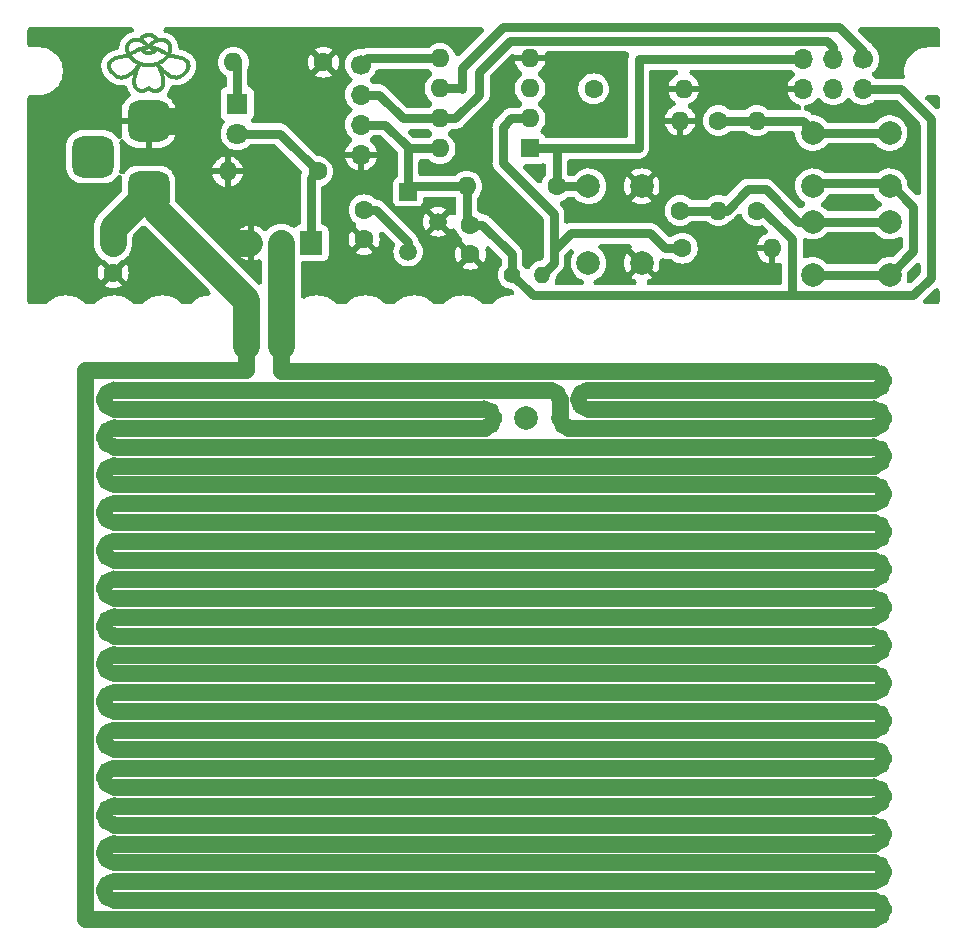
<source format=gbr>
%TF.GenerationSoftware,KiCad,Pcbnew,(6.0.8)*%
%TF.CreationDate,2022-11-26T12:48:52+01:00*%
%TF.ProjectId,50x70_tiny,35307837-305f-4746-996e-792e6b696361,rev?*%
%TF.SameCoordinates,Original*%
%TF.FileFunction,Copper,L1,Top*%
%TF.FilePolarity,Positive*%
%FSLAX46Y46*%
G04 Gerber Fmt 4.6, Leading zero omitted, Abs format (unit mm)*
G04 Created by KiCad (PCBNEW (6.0.8)) date 2022-11-26 12:48:52*
%MOMM*%
%LPD*%
G01*
G04 APERTURE LIST*
G04 Aperture macros list*
%AMRoundRect*
0 Rectangle with rounded corners*
0 $1 Rounding radius*
0 $2 $3 $4 $5 $6 $7 $8 $9 X,Y pos of 4 corners*
0 Add a 4 corners polygon primitive as box body*
4,1,4,$2,$3,$4,$5,$6,$7,$8,$9,$2,$3,0*
0 Add four circle primitives for the rounded corners*
1,1,$1+$1,$2,$3*
1,1,$1+$1,$4,$5*
1,1,$1+$1,$6,$7*
1,1,$1+$1,$8,$9*
0 Add four rect primitives between the rounded corners*
20,1,$1+$1,$2,$3,$4,$5,0*
20,1,$1+$1,$4,$5,$6,$7,0*
20,1,$1+$1,$6,$7,$8,$9,0*
20,1,$1+$1,$8,$9,$2,$3,0*%
G04 Aperture macros list end*
%TA.AperFunction,NonConductor*%
%ADD10C,0.300000*%
%TD*%
%TA.AperFunction,ComponentPad*%
%ADD11C,1.600000*%
%TD*%
%TA.AperFunction,ComponentPad*%
%ADD12O,1.700000X1.700000*%
%TD*%
%TA.AperFunction,ComponentPad*%
%ADD13C,1.700000*%
%TD*%
%TA.AperFunction,ComponentPad*%
%ADD14O,1.600000X1.600000*%
%TD*%
%TA.AperFunction,ComponentPad*%
%ADD15R,1.500000X1.500000*%
%TD*%
%TA.AperFunction,ComponentPad*%
%ADD16C,1.500000*%
%TD*%
%TA.AperFunction,ComponentPad*%
%ADD17C,2.000000*%
%TD*%
%TA.AperFunction,ComponentPad*%
%ADD18C,1.400000*%
%TD*%
%TA.AperFunction,ComponentPad*%
%ADD19O,1.400000X1.400000*%
%TD*%
%TA.AperFunction,ComponentPad*%
%ADD20R,1.800000X1.800000*%
%TD*%
%TA.AperFunction,ComponentPad*%
%ADD21C,1.800000*%
%TD*%
%TA.AperFunction,ComponentPad*%
%ADD22R,1.600000X1.600000*%
%TD*%
%TA.AperFunction,ComponentPad*%
%ADD23R,1.905000X2.000000*%
%TD*%
%TA.AperFunction,ComponentPad*%
%ADD24O,1.905000X2.000000*%
%TD*%
%TA.AperFunction,ComponentPad*%
%ADD25RoundRect,0.875000X-0.875000X0.875000X-0.875000X-0.875000X0.875000X-0.875000X0.875000X0.875000X0*%
%TD*%
%TA.AperFunction,Conductor*%
%ADD26C,0.750000*%
%TD*%
%TA.AperFunction,Conductor*%
%ADD27C,1.400000*%
%TD*%
%TA.AperFunction,Conductor*%
%ADD28C,2.250000*%
%TD*%
G04 APERTURE END LIST*
D10*
X117893886Y-73724385D02*
X117803563Y-73738137D01*
X115675180Y-74682223D02*
X115760028Y-74637579D01*
X119355471Y-72309210D02*
X119354171Y-72378133D01*
X116284176Y-75117503D02*
X116288017Y-75224700D01*
X117460803Y-71199042D02*
X117408493Y-71205961D01*
X120618110Y-73317400D02*
X120672905Y-73358223D01*
X114555493Y-74529417D02*
X114652989Y-74606750D01*
X117002807Y-71378156D02*
X116982288Y-71396858D01*
X115700016Y-72522731D02*
X115720368Y-72598165D01*
X116276185Y-71616324D02*
X116214874Y-71632208D01*
X118934566Y-71676511D02*
X118989140Y-71704689D01*
X115431072Y-72984023D02*
X115224634Y-73023386D01*
X117139114Y-73724385D02*
X117229439Y-73738137D01*
X117566240Y-73757171D02*
X117516506Y-73757954D01*
X117884756Y-72629898D02*
X117923920Y-72608617D01*
X117466771Y-73757171D02*
X117516509Y-73757954D01*
X118145633Y-72404241D02*
X118173487Y-72368418D01*
X117825209Y-71254483D02*
X117873489Y-71274842D01*
X114256469Y-74154569D02*
X114303738Y-74239948D01*
X116831934Y-75918458D02*
X116904357Y-75925702D01*
X116299979Y-75324443D02*
X116319589Y-75416692D01*
X116129137Y-73226164D02*
X116184841Y-73276632D01*
X120801994Y-73496099D02*
X120832455Y-73547545D01*
X119385347Y-72949175D02*
X119602122Y-72984023D01*
X117640968Y-72699641D02*
X117697141Y-72690939D01*
X114148182Y-73783576D02*
X114153570Y-73850672D01*
X116880082Y-73667211D02*
X116964732Y-73688528D01*
X118018039Y-72320758D02*
X117934873Y-72300555D01*
X114311218Y-73401543D02*
X114268107Y-73447467D01*
X114153570Y-73850672D02*
X114166851Y-73921214D01*
X117054595Y-75916265D02*
X117131460Y-75899505D01*
X115226695Y-74798566D02*
X115319175Y-74791980D01*
X118989140Y-71704689D02*
X119040955Y-71736723D01*
X116942758Y-71437871D02*
X116923785Y-71460258D01*
X116668586Y-73585076D02*
X116732436Y-73615174D01*
X117231674Y-72665450D02*
X117186852Y-72648878D01*
X114160123Y-73659300D02*
X114150447Y-73719820D01*
X116739520Y-71633363D02*
X116671465Y-71616347D01*
X118791187Y-73323915D02*
X118733028Y-73368244D01*
X115873029Y-72917997D02*
X115647847Y-72949175D01*
X116184841Y-73276632D02*
X116241819Y-73323915D01*
X117664350Y-72033575D02*
X117707381Y-71988385D01*
X117369678Y-73752434D02*
X117417840Y-73755315D01*
X117322869Y-71988385D02*
X117278483Y-71945631D01*
X115720368Y-72598165D02*
X115747583Y-72675530D01*
X119062416Y-73053351D02*
X119011086Y-73114754D01*
X118070823Y-71415692D02*
X118090368Y-71436999D01*
X119215497Y-71901021D02*
X119249670Y-71950533D01*
X116982288Y-71396858D02*
X116962265Y-71416751D01*
X116465015Y-75709975D02*
X116515746Y-75764172D01*
X116299978Y-73368244D02*
X116359227Y-73409850D01*
X120557834Y-73278970D02*
X120618110Y-73317400D01*
X117987574Y-71342348D02*
X118009109Y-71358970D01*
X114268107Y-73447467D02*
X114231201Y-73496099D01*
X115753499Y-72003180D02*
X115728179Y-72058840D01*
X117322248Y-73748578D02*
X117369678Y-73752434D01*
X118090368Y-71436999D02*
X118109370Y-71459562D01*
X118958207Y-73172282D02*
X118903869Y-73226164D01*
X116288017Y-75224700D02*
X116299979Y-75324443D01*
X114150447Y-73719820D02*
X114148182Y-73783576D01*
X115038505Y-74781609D02*
X115133093Y-74795352D01*
X118514720Y-75764172D02*
X118458978Y-75810641D01*
X116152600Y-74347601D02*
X116292331Y-74214074D01*
X116870271Y-71535388D02*
X116853633Y-71563213D01*
X114231201Y-73496099D02*
X114200741Y-73547545D01*
X116964732Y-73688528D02*
X117050977Y-73707718D01*
X117965586Y-71326812D02*
X117987574Y-71342348D01*
X116667558Y-72445794D02*
X116731136Y-72418377D01*
X119994691Y-74781609D02*
X119900103Y-74795352D01*
X119209423Y-72835566D02*
X119160079Y-72917997D01*
X116731136Y-72418377D02*
X116795156Y-72392563D01*
X118612640Y-74079281D02*
X118236372Y-73644160D01*
X116288931Y-75002892D02*
X116284176Y-75117503D01*
X115783374Y-71950533D02*
X115753499Y-72003180D01*
X117445115Y-72131202D02*
X117406468Y-72081186D01*
X118058790Y-72502629D02*
X118088591Y-72471454D01*
X115992156Y-72834266D02*
X116112235Y-72753772D01*
X116732436Y-73615174D02*
X116796731Y-73644160D01*
X120885013Y-73783576D02*
X120879625Y-73850672D01*
X118173403Y-72368418D02*
X118136328Y-72355617D01*
X117514680Y-72238386D02*
X117481280Y-72183607D01*
X116359227Y-73409850D02*
X116419473Y-73448961D01*
X119714023Y-74791980D02*
X119622799Y-74776323D01*
X119354171Y-72378133D02*
X119346777Y-72449346D01*
X117873489Y-71274842D02*
X117920330Y-71298860D01*
X116480624Y-73485809D02*
X116542588Y-73520624D01*
X119279545Y-72003180D02*
X119304866Y-72058840D01*
X118068266Y-73688528D02*
X117982022Y-73707718D01*
X115728179Y-72058840D02*
X115707670Y-72117394D01*
X116346372Y-75501409D02*
X116379853Y-75578554D01*
X117067141Y-71328817D02*
X117045253Y-71344173D01*
X117004049Y-72532040D02*
X116973430Y-72502629D01*
X118458978Y-75810641D02*
X118398914Y-75849343D01*
X118173403Y-72368418D02*
X118173403Y-72368418D01*
X117112150Y-71301188D02*
X117067141Y-71328817D01*
X117580475Y-72705505D02*
X117640968Y-72699641D01*
X117752074Y-71945631D02*
X117798134Y-71905329D01*
X118563551Y-71595186D02*
X118629291Y-71597692D01*
X117097024Y-72300555D02*
X117181495Y-72282855D01*
X119808560Y-73023386D02*
X120002729Y-73068104D01*
X114750173Y-74669907D02*
X114846910Y-74719616D01*
X118880597Y-74347601D02*
X118740866Y-74214074D01*
X117131460Y-75899505D02*
X117208858Y-75874665D01*
X119350935Y-72242699D02*
X119355471Y-72309210D01*
X114415086Y-73317400D02*
X114360291Y-73358223D01*
X115692229Y-72178720D02*
X115682112Y-72242699D01*
X118009109Y-71358970D02*
X118030175Y-71376712D01*
X118496847Y-71597379D02*
X118563551Y-71595186D01*
X117897447Y-75899505D02*
X117819948Y-75874665D01*
X117365625Y-72033575D02*
X117322869Y-71988385D01*
X119251133Y-72754703D02*
X119209423Y-72835566D01*
X116905366Y-71483948D02*
X116887522Y-71508979D01*
X119030752Y-74474026D02*
X118880597Y-74347601D01*
X117439498Y-75751278D02*
X117514280Y-75693729D01*
X115823629Y-72835566D02*
X115872973Y-72917997D01*
X120873073Y-73659300D02*
X120882749Y-73719820D01*
X116904357Y-75925702D02*
X116978736Y-75924984D01*
X117090331Y-71799294D02*
X117042060Y-71768959D01*
X117514681Y-72238386D02*
X117514680Y-72238386D01*
X118711945Y-75416692D02*
X118684952Y-75501409D01*
X117934873Y-72300555D02*
X117849734Y-72282855D01*
X115410398Y-74776323D02*
X115500230Y-74752325D01*
X120882749Y-73719820D02*
X120885013Y-73783576D01*
X114166851Y-73921214D02*
X114188267Y-73995307D01*
X116021918Y-73114754D02*
X116074798Y-73172282D01*
X115781918Y-72754703D02*
X115823629Y-72835566D01*
X116043902Y-71704689D02*
X115992087Y-71736723D01*
X117186852Y-72648878D02*
X117145226Y-72629898D01*
X117515357Y-72708424D02*
X117580475Y-72705505D01*
X116214874Y-71632208D02*
X116155552Y-71652311D01*
X118743920Y-75224700D02*
X118731760Y-75324443D01*
X118877489Y-71652311D02*
X118934566Y-71676511D01*
X117514681Y-72238386D02*
X117514681Y-72238386D01*
X119358017Y-74682223D02*
X119273169Y-74637579D01*
X117849734Y-72282855D02*
X117763887Y-72267724D01*
X119532967Y-74752325D02*
X119444662Y-74720715D01*
X117995100Y-72559580D02*
X118027728Y-72532040D01*
X114686655Y-73176983D02*
X114540875Y-73242828D01*
X116479292Y-72537003D02*
X116541654Y-72505173D01*
X118429437Y-71604393D02*
X118496847Y-71597379D01*
X118364413Y-73585076D02*
X118300560Y-73615174D01*
X115992087Y-71736723D02*
X115943287Y-71772494D01*
X120866344Y-73921214D02*
X120844928Y-73995307D01*
X118818167Y-71632208D02*
X118877489Y-71652311D01*
X119011086Y-73114754D02*
X118958207Y-73172282D01*
X116359518Y-74614957D02*
X116326128Y-74751580D01*
X118339825Y-73823748D02*
X118430387Y-73996272D01*
X114218059Y-74073057D02*
X114256469Y-74154569D01*
X118301891Y-72418377D02*
X118237877Y-72392563D01*
X118629492Y-74471076D02*
X118673252Y-74614957D01*
X117923920Y-72608617D02*
X117960599Y-72585142D01*
X119249670Y-71950533D02*
X119279545Y-72003180D01*
X118729718Y-74880904D02*
X118743376Y-75002892D01*
X117481280Y-72183607D02*
X117445115Y-72131202D01*
X118210934Y-71623245D02*
X118225616Y-71655561D01*
X115224634Y-73023386D02*
X115030465Y-73068104D01*
X117286313Y-75841707D02*
X117363351Y-75800591D01*
X117106464Y-72608617D02*
X117070234Y-72585142D01*
X119304866Y-72058840D02*
X119325375Y-72117394D01*
X118552381Y-73485809D02*
X118490415Y-73520624D01*
X116604403Y-72474748D02*
X116667558Y-72445794D01*
X117707381Y-71988385D02*
X117752074Y-71945631D01*
X115872973Y-72917997D02*
X115872973Y-72917997D01*
X116571279Y-75810641D02*
X116631138Y-75849343D01*
X115677576Y-72309210D02*
X115678877Y-72378133D01*
X118088591Y-72471454D02*
X118117437Y-72438622D01*
X119160079Y-72917997D02*
X119160079Y-72917997D01*
X116795156Y-72392563D02*
X116859635Y-72368418D01*
X117620649Y-71204179D02*
X117673211Y-71212632D01*
X119190252Y-74587512D02*
X119109402Y-74532751D01*
X117798134Y-71905329D02*
X117845265Y-71867495D01*
X115760028Y-74637579D02*
X115842945Y-74587512D01*
X116524547Y-74161695D02*
X116458253Y-74319976D01*
X116978736Y-75924984D02*
X117054595Y-75916265D01*
X116822276Y-71623262D02*
X116807595Y-71655561D01*
X118127810Y-71483416D02*
X118145669Y-71508595D01*
X118050752Y-71395608D02*
X118070823Y-71415692D01*
X118490415Y-73520624D02*
X118427729Y-73553636D01*
X116002445Y-74474026D02*
X116152600Y-74347601D01*
X116602757Y-73996272D02*
X116524547Y-74161695D01*
X118236372Y-73644160D02*
X118236372Y-73644160D01*
X116319589Y-75416692D02*
X116346372Y-75501409D01*
X114540875Y-73242828D02*
X114475361Y-73278970D01*
X118733028Y-73368244D02*
X118673779Y-73409850D01*
X119346777Y-72449346D02*
X119333033Y-72522731D01*
X118152914Y-73667211D02*
X118068266Y-73688528D01*
X119089755Y-71772494D02*
X119135283Y-71811881D01*
X116469491Y-71595186D02*
X116403750Y-71597692D01*
X114846910Y-74719616D02*
X114943066Y-74756607D01*
X118145669Y-71508595D02*
X118162929Y-71535133D01*
X116326128Y-74751580D02*
X116302757Y-74880904D01*
X116934916Y-72343401D02*
X117014438Y-72320758D01*
X118293524Y-71633363D02*
X118361577Y-71616347D01*
X115588536Y-74720715D02*
X115675180Y-74682223D01*
X117036207Y-72559580D02*
X117004049Y-72532040D01*
X120492320Y-73242828D02*
X120557834Y-73278970D01*
X114850496Y-73119023D02*
X114686655Y-73176983D01*
X116944018Y-72471454D02*
X116915481Y-72438622D01*
X117206550Y-71257211D02*
X117158672Y-71277419D01*
X119040955Y-71736723D02*
X119089755Y-71772494D01*
X119273169Y-74637579D02*
X119190252Y-74587512D01*
X117515327Y-72708424D02*
X117449553Y-72705505D01*
X120832455Y-73547545D02*
X120856228Y-73601910D01*
X116098475Y-71676511D02*
X116043902Y-71704689D01*
X115133093Y-74795352D02*
X115226695Y-74798566D01*
X116302757Y-74880904D02*
X116288931Y-75002892D01*
X119112104Y-72987842D02*
X119062416Y-73053351D01*
X117158672Y-71277419D02*
X117112150Y-71301188D01*
X116339230Y-71604779D02*
X116276185Y-71616324D01*
X117941565Y-71799294D02*
X117990144Y-71768959D01*
X119160058Y-72917997D02*
X119112104Y-72987842D01*
X116155552Y-71652311D02*
X116098475Y-71676511D01*
X115647847Y-72949175D02*
X115431072Y-72984023D01*
X117138392Y-71832145D02*
X117090331Y-71799294D01*
X120844928Y-73995307D02*
X120815135Y-74073057D01*
X118180438Y-71673084D02*
X118225533Y-71655561D01*
X117797752Y-72665450D02*
X117842802Y-72648878D01*
X117710756Y-73748578D02*
X117663328Y-73752434D01*
X118565665Y-75709975D02*
X118514720Y-75764172D01*
X117697141Y-72690939D02*
X117749301Y-72679506D01*
X115897759Y-71811881D02*
X115855760Y-71854763D01*
X118673252Y-74614957D02*
X118706503Y-74751580D01*
X117584452Y-72131202D02*
X117623276Y-72081186D01*
X118799671Y-72677044D02*
X118677362Y-72604611D01*
X117417840Y-73755315D02*
X117466771Y-73757171D01*
X118030175Y-71376712D02*
X118050752Y-71395608D01*
X117514731Y-72238386D02*
X117514738Y-72238386D01*
X118903869Y-73226164D02*
X118848165Y-73276632D01*
X118134057Y-71693201D02*
X118180438Y-71673084D01*
X116887488Y-72404241D02*
X116859708Y-72368418D01*
X117589130Y-75751278D02*
X117514338Y-75693729D01*
X116074798Y-73172282D02*
X116129137Y-73226164D01*
X118038615Y-71741154D02*
X118086685Y-71715897D01*
X116542588Y-73520624D02*
X116605273Y-73553636D01*
X114200741Y-73547545D02*
X114176968Y-73601910D01*
X120673087Y-74329301D02*
X120575374Y-74437177D01*
X116837628Y-71592492D02*
X116822276Y-71623262D01*
X120186286Y-74719616D02*
X120090130Y-74756607D01*
X116420557Y-74079281D02*
X116796825Y-73644160D01*
X117255628Y-71240261D02*
X117206550Y-71257211D01*
X116973430Y-72502629D02*
X116944018Y-72471454D01*
X117960599Y-72585142D02*
X117995100Y-72559580D01*
X118267725Y-75903291D02*
X118197553Y-75918458D01*
X114457821Y-74437177D02*
X114555493Y-74529417D01*
X116603605Y-71604393D02*
X116536194Y-71597379D01*
X115943287Y-71772494D02*
X115897759Y-71811881D01*
X115682112Y-72242699D02*
X115677576Y-72309210D01*
X118673779Y-73409850D02*
X118613533Y-73448961D01*
X118611336Y-75648090D02*
X118565665Y-75709975D01*
X118162929Y-71535133D02*
X118179573Y-71563065D01*
X116631138Y-75849343D02*
X116694850Y-75880240D01*
X119040884Y-72834266D02*
X118920797Y-72753772D01*
X118179573Y-71563065D02*
X118195581Y-71592424D01*
X117023802Y-71360606D02*
X117002807Y-71378156D01*
X118428618Y-72474748D02*
X118365466Y-72445794D01*
X119340817Y-72178720D02*
X119350935Y-72242699D01*
X118508535Y-74161695D02*
X118574745Y-74319976D01*
X115678877Y-72378133D02*
X115686271Y-72449346D01*
X117845265Y-71867495D02*
X117893174Y-71832145D01*
X115500230Y-74752325D02*
X115588536Y-74720715D01*
X116403402Y-74471076D02*
X116359518Y-74614957D01*
X117982022Y-73707718D02*
X117893886Y-73724385D01*
X116887522Y-71508979D02*
X116870271Y-71535388D01*
X118430387Y-73996272D02*
X118508535Y-74161695D01*
X119160079Y-72917997D02*
X119040884Y-72834266D01*
X114188267Y-73995307D02*
X114218059Y-74073057D01*
X117749301Y-72679506D02*
X117797752Y-72665450D01*
X115842945Y-74587512D02*
X115923796Y-74532751D01*
X116915481Y-72438622D02*
X116887488Y-72404241D01*
X118225533Y-71655561D02*
X118225533Y-71655561D01*
X115855760Y-71854763D02*
X115817546Y-71901021D01*
X118651257Y-75578554D02*
X118611336Y-75648090D01*
X117181495Y-72282855D02*
X117266674Y-72267724D01*
X116896672Y-72355617D02*
X116934916Y-72343401D01*
X114360107Y-74329301D02*
X114360107Y-74329301D01*
X116962265Y-71416751D02*
X116942758Y-71437871D01*
X116796731Y-73644160D02*
X116796731Y-73644160D01*
X117803563Y-73738137D02*
X117757488Y-73743796D01*
X116605273Y-73553636D02*
X116668586Y-73585076D01*
X117842802Y-72648878D02*
X117884756Y-72629898D01*
X116693359Y-73823748D02*
X116602757Y-73996272D01*
X117014438Y-72320758D02*
X117097024Y-72300555D01*
X118747951Y-75117503D02*
X118743920Y-75224700D01*
X116292331Y-74214074D02*
X116420557Y-74079281D01*
X117819948Y-75874665D02*
X117742411Y-75841707D01*
X118124962Y-75925702D02*
X118050431Y-75924984D01*
X117514738Y-72238386D02*
X117548174Y-72183607D01*
X117724923Y-71223652D02*
X117775638Y-71237511D01*
X118398914Y-75849343D02*
X118335005Y-75880240D01*
X120765088Y-73447467D02*
X120801994Y-73496099D01*
X116761940Y-75903291D02*
X116831934Y-75918458D01*
X115319175Y-74791980D02*
X115410398Y-74776323D01*
X118050431Y-75924984D02*
X117974434Y-75916265D01*
X114360291Y-73358223D02*
X114311218Y-73401543D01*
X119285467Y-72675530D02*
X119251133Y-72754703D01*
X118740866Y-74214074D02*
X118612640Y-74079281D01*
X116515746Y-75764172D02*
X116571279Y-75810641D01*
X117408493Y-71205961D02*
X117356756Y-71214937D01*
X114475361Y-73278970D02*
X114415086Y-73317400D01*
X120879625Y-73850672D02*
X120866344Y-73921214D01*
X117763887Y-72267724D02*
X117678595Y-72255225D01*
X119160165Y-72917997D02*
X119385347Y-72949175D01*
X118920797Y-72753772D02*
X118799671Y-72677044D01*
X120776725Y-74154569D02*
X120729456Y-74239948D01*
X117042060Y-71768959D02*
X116993864Y-71741154D01*
X117623276Y-72081186D02*
X117664350Y-72033575D01*
X116419559Y-75648090D02*
X116465015Y-75709975D01*
X118027728Y-72532040D02*
X118058790Y-72502629D01*
X116807511Y-71655561D02*
X116807511Y-71655561D01*
X116458253Y-74319976D02*
X116403402Y-74471076D01*
X118335005Y-75880240D02*
X118267725Y-75903291D01*
X117974434Y-75916265D02*
X117897447Y-75899505D01*
X116859635Y-72368418D02*
X116859635Y-72368418D01*
X118693811Y-71604779D02*
X118756856Y-71616324D01*
X116671465Y-71616347D02*
X116603605Y-71604393D01*
X119444662Y-74720715D02*
X119358017Y-74682223D01*
X116536194Y-71597379D02*
X116469491Y-71595186D01*
X120002729Y-73068104D02*
X120182699Y-73119023D01*
X120672905Y-73358223D02*
X120721978Y-73401543D01*
X115747583Y-72675530D02*
X115781918Y-72754703D01*
X118109370Y-71459562D02*
X118127810Y-71483416D01*
X116417300Y-72570171D02*
X116479292Y-72537003D01*
X116241819Y-73323915D02*
X116299978Y-73368244D01*
X117351384Y-72255225D02*
X117434445Y-72245424D01*
X117070234Y-72585142D02*
X117036207Y-72559580D01*
X116233353Y-72677044D02*
X116355657Y-72604611D01*
X115970588Y-73053351D02*
X116021918Y-73114754D01*
X114303738Y-74239948D02*
X114360107Y-74329301D01*
X119312682Y-72598165D02*
X119285467Y-72675530D01*
X116379853Y-75578554D02*
X116419559Y-75648090D01*
X118365466Y-72445794D02*
X118301891Y-72418377D01*
X120856228Y-73601910D02*
X120873073Y-73659300D01*
X120090130Y-74756607D02*
X119994691Y-74781609D01*
X118553726Y-72537003D02*
X118491365Y-72505173D01*
X114652989Y-74606750D02*
X114750173Y-74669907D01*
X118136328Y-72355617D02*
X118097971Y-72343401D01*
X120477702Y-74529417D02*
X120380207Y-74606750D01*
X118300560Y-73615174D02*
X118236262Y-73644160D01*
X117665313Y-75800591D02*
X117589130Y-75751278D01*
X117449553Y-72705505D02*
X117388632Y-72699641D01*
X117266674Y-72267724D02*
X117351384Y-72255225D01*
X119135283Y-71811881D02*
X119177283Y-71854763D01*
X117406468Y-72081186D02*
X117365625Y-72033575D01*
X119325375Y-72117394D02*
X119340817Y-72178720D01*
X114360107Y-74329301D02*
X114457821Y-74437177D01*
X117045253Y-71344173D02*
X117023802Y-71360606D01*
X118086685Y-71715897D02*
X118134057Y-71693201D01*
X117332233Y-72690939D02*
X117280024Y-72679506D01*
X117990144Y-71768959D02*
X118038615Y-71741154D01*
X119900103Y-74795352D02*
X119806502Y-74798566D01*
X120673087Y-74329301D02*
X120673087Y-74329301D01*
X115920899Y-72987842D02*
X115970588Y-73053351D01*
X117893174Y-71832145D02*
X117941565Y-71799294D01*
X117208858Y-75874665D02*
X117286313Y-75841707D01*
X117434445Y-72245424D02*
X117514681Y-72238386D01*
X118629291Y-71597692D02*
X118693811Y-71604779D01*
X118236372Y-73644160D02*
X118339825Y-73823748D01*
X118574745Y-74319976D02*
X118629492Y-74471076D01*
X120182699Y-73119023D02*
X120346540Y-73176983D01*
X117232753Y-71905329D02*
X117185961Y-71867495D01*
X116853633Y-71563213D02*
X116837628Y-71592492D01*
X117673211Y-71212632D02*
X117724923Y-71223652D01*
X118743376Y-75002892D02*
X118747951Y-75117503D01*
X118848165Y-73276632D02*
X118791187Y-73323915D01*
X118756856Y-71616324D02*
X118818167Y-71632208D01*
X119602122Y-72984023D02*
X119808560Y-73023386D01*
X117742411Y-75841707D02*
X117665313Y-75800591D01*
X119177283Y-71854763D02*
X119215497Y-71901021D01*
X118615719Y-72570171D02*
X118553726Y-72537003D01*
X115872945Y-72917997D02*
X115920899Y-72987842D01*
X117388632Y-72699641D02*
X117332233Y-72690939D01*
X116852567Y-71673084D02*
X116807511Y-71655561D01*
X118613533Y-73448961D02*
X118552381Y-73485809D01*
X117513566Y-71193879D02*
X117567385Y-71198019D01*
X120346540Y-73176983D02*
X120492320Y-73242828D01*
X118684952Y-75501409D02*
X118651257Y-75578554D01*
X119109402Y-74532751D02*
X119030752Y-74474026D01*
X117567385Y-71198019D02*
X117620649Y-71204179D01*
X114943066Y-74756607D02*
X115038505Y-74781609D01*
X118731760Y-75324443D02*
X118711945Y-75416692D01*
X117920330Y-71298860D02*
X117965586Y-71326812D01*
X118491365Y-72505173D02*
X118428618Y-72474748D01*
X116923785Y-71460258D02*
X116905366Y-71483948D01*
X118117437Y-72438622D02*
X118145633Y-72404241D01*
X118706503Y-74751580D02*
X118729718Y-74880904D01*
X118361577Y-71616347D02*
X118429437Y-71604393D01*
X118237877Y-72392563D02*
X118173403Y-72368418D01*
X117514731Y-72238386D02*
X117514731Y-72238386D01*
X118427729Y-73553636D02*
X118364413Y-73585076D01*
X116796825Y-73644160D02*
X116693359Y-73823748D01*
X117663328Y-73752434D02*
X117615169Y-73755315D01*
X117678595Y-72255225D02*
X117595122Y-72245424D01*
X115872973Y-72917997D02*
X115992156Y-72834266D01*
X117145226Y-72629898D02*
X117106464Y-72608617D01*
X118195581Y-71592424D02*
X118210934Y-71623245D01*
X116859635Y-72368418D02*
X116896672Y-72355617D01*
X115923796Y-74532751D02*
X116002445Y-74474026D01*
X117775638Y-71237511D02*
X117825209Y-71254483D01*
X117305749Y-71226270D02*
X117255628Y-71240261D01*
X116419473Y-73448961D02*
X116480624Y-73485809D01*
X118236262Y-73644160D02*
X118236262Y-73644160D01*
X117615169Y-73755315D02*
X117566240Y-73757171D01*
X117356756Y-71214937D02*
X117305749Y-71226270D01*
X117513529Y-71193879D02*
X117460803Y-71199042D01*
X116541654Y-72505173D02*
X116604403Y-72474748D01*
X120721978Y-73401543D02*
X120765088Y-73447467D01*
X120575374Y-74437177D02*
X120477702Y-74529417D01*
X116112235Y-72753772D02*
X116233353Y-72677044D01*
X114176968Y-73601910D02*
X114160123Y-73659300D01*
X119333033Y-72522731D02*
X119312682Y-72598165D01*
X116796731Y-73644160D02*
X116880082Y-73667211D01*
X115030465Y-73068104D02*
X114850496Y-73119023D01*
X118097971Y-72343401D02*
X118018039Y-72320758D01*
X120729456Y-74239948D02*
X120673087Y-74329301D01*
X117275514Y-73743796D02*
X117322248Y-73748578D01*
X115707670Y-72117394D02*
X115692229Y-72178720D01*
X118225533Y-71655561D02*
X118293524Y-71633363D01*
X120283023Y-74669907D02*
X120186286Y-74719616D01*
X115686271Y-72449346D02*
X115700016Y-72522731D01*
X118236262Y-73644160D02*
X118152914Y-73667211D01*
X119622799Y-74776323D02*
X119532967Y-74752325D01*
X120815135Y-74073057D02*
X120776725Y-74154569D01*
X116796825Y-73644160D02*
X116796825Y-73644160D01*
X116898834Y-71693201D02*
X116852567Y-71673084D01*
X117363351Y-75800591D02*
X117439498Y-75751278D01*
X116807511Y-71655561D02*
X116739520Y-71633363D01*
X117548174Y-72183607D02*
X117584452Y-72131202D01*
X120380207Y-74606750D02*
X120283023Y-74669907D01*
X117185961Y-71867495D02*
X117138392Y-71832145D01*
X117278483Y-71945631D02*
X117232753Y-71905329D01*
X116403750Y-71597692D02*
X116339230Y-71604779D01*
X117229439Y-73738137D02*
X117275514Y-73743796D01*
X117280024Y-72679506D02*
X117231674Y-72665450D01*
X118197553Y-75918458D02*
X118124962Y-75925702D01*
X116355657Y-72604611D02*
X116417300Y-72570171D01*
X118677362Y-72604611D02*
X118615719Y-72570171D01*
X117757488Y-73743796D02*
X117710756Y-73748578D01*
X116993864Y-71741154D02*
X116946027Y-71715897D01*
X117595122Y-72245424D02*
X117514731Y-72238386D01*
X116946027Y-71715897D02*
X116898834Y-71693201D01*
X115817546Y-71901021D02*
X115783374Y-71950533D01*
X116694850Y-75880240D02*
X116761940Y-75903291D01*
X119806502Y-74798566D02*
X119714023Y-74791980D01*
X117050977Y-73707718D02*
X117139114Y-73724385D01*
D11*
%TO.P,C2,1*%
%TO.N,+5V*%
X144750000Y-87250000D03*
%TO.P,C2,2*%
%TO.N,GND*%
X144750000Y-89750000D03*
%TD*%
D12*
%TO.P,J3,1,Pin_1*%
%TO.N,+5V*%
X178025000Y-75765000D03*
D13*
%TO.P,J3,2,Pin_2*%
%TO.N,Net-(D1-Pad2)*%
X178025000Y-73225000D03*
D12*
%TO.P,J3,3,Pin_3*%
%TO.N,Net-(J2-Pad1)*%
X175485000Y-75765000D03*
%TO.P,J3,4,Pin_4*%
%TO.N,Net-(J2-Pad2)*%
X175485000Y-73225000D03*
%TO.P,J3,5,Pin_5*%
%TO.N,GND*%
X172945000Y-75765000D03*
%TO.P,J3,6,Pin_6*%
%TO.N,Net-(J3-Pad6)*%
X172945000Y-73225000D03*
%TD*%
D11*
%TO.P,R8,1*%
%TO.N,Net-(J3-Pad6)*%
X152060000Y-84000000D03*
D14*
%TO.P,R8,2*%
%TO.N,+5V*%
X144440000Y-84000000D03*
%TD*%
D15*
%TO.P,U2,1,VO*%
%TO.N,+5V*%
X139480000Y-84460000D03*
D16*
%TO.P,U2,2,GND*%
%TO.N,GND*%
X142020000Y-87000000D03*
%TO.P,U2,3,VI*%
%TO.N,VCC*%
X139480000Y-89540000D03*
%TD*%
D17*
%TO.P,SW3,1,1*%
%TO.N,Net-(J3-Pad6)*%
X154750000Y-84000000D03*
X154750000Y-90500000D03*
%TO.P,SW3,2,2*%
%TO.N,GND*%
X159250000Y-84000000D03*
X159250000Y-90500000D03*
%TD*%
D13*
%TO.P,J2,1,Pin_1*%
%TO.N,Net-(J2-Pad1)*%
X135500000Y-73700000D03*
D12*
%TO.P,J2,2,Pin_2*%
%TO.N,Net-(J2-Pad2)*%
X135500000Y-76240000D03*
%TO.P,J2,3,Pin_3*%
%TO.N,+5V*%
X135500000Y-78780000D03*
%TO.P,J2,4,Pin_4*%
%TO.N,GND*%
X135500000Y-81320000D03*
%TD*%
D18*
%TO.P,TH1,1*%
%TO.N,+5V*%
X148280000Y-91500000D03*
D19*
%TO.P,TH1,2*%
%TO.N,Net-(R2-Pad1)*%
X150820000Y-91500000D03*
%TD*%
D11*
%TO.P,R4,1*%
%TO.N,Net-(R3-Pad2)*%
X165750000Y-78440000D03*
D14*
%TO.P,R4,2*%
%TO.N,Net-(R4-Pad2)*%
X165750000Y-86060000D03*
%TD*%
D11*
%TO.P,R1,1*%
%TO.N,Net-(D1-Pad2)*%
X131810000Y-82750000D03*
D14*
%TO.P,R1,2*%
%TO.N,GND*%
X124190000Y-82750000D03*
%TD*%
D11*
%TO.P,R6,1*%
%TO.N,Net-(R4-Pad2)*%
X162500000Y-86060000D03*
D14*
%TO.P,R6,2*%
%TO.N,GND*%
X162500000Y-78440000D03*
%TD*%
D20*
%TO.P,D1,1,K*%
%TO.N,Net-(D1-Pad1)*%
X125000000Y-77000000D03*
D21*
%TO.P,D1,2,A*%
%TO.N,Net-(D1-Pad2)*%
X125000000Y-79540000D03*
%TD*%
D17*
%TO.P,,1,1*%
%TO.N,N/C*%
X149500000Y-103650000D03*
%TD*%
D22*
%TO.P,U1,1,~{RESET}/PB5*%
%TO.N,Net-(J3-Pad6)*%
X149800000Y-80800000D03*
D14*
%TO.P,U1,2,XTAL1/PB3*%
%TO.N,Net-(R2-Pad1)*%
X149800000Y-78260000D03*
%TO.P,U1,3,XTAL2/PB4*%
%TO.N,Net-(R7-Pad1)*%
X149800000Y-75720000D03*
%TO.P,U1,4,GND*%
%TO.N,GND*%
X149800000Y-73180000D03*
%TO.P,U1,5,AREF/PB0*%
%TO.N,Net-(J2-Pad1)*%
X142180000Y-73180000D03*
%TO.P,U1,6,PB1*%
%TO.N,Net-(D1-Pad2)*%
X142180000Y-75720000D03*
%TO.P,U1,7,PB2*%
%TO.N,Net-(J2-Pad2)*%
X142180000Y-78260000D03*
%TO.P,U1,8,VCC*%
%TO.N,+5V*%
X142180000Y-80800000D03*
%TD*%
D23*
%TO.P,Q1,1,G*%
%TO.N,Net-(D1-Pad2)*%
X131290000Y-88805000D03*
D24*
%TO.P,Q1,2,D*%
%TO.N,VCC*%
X128750000Y-88805000D03*
%TO.P,Q1,3,S*%
%TO.N,GND*%
X126210000Y-88805000D03*
%TD*%
D17*
%TO.P,SW1,1,1*%
%TO.N,Net-(R7-Pad1)*%
X173750000Y-84000000D03*
X180250000Y-84000000D03*
%TO.P,SW1,2,2*%
%TO.N,Net-(R3-Pad2)*%
X173750000Y-79500000D03*
X180250000Y-79500000D03*
%TD*%
D22*
%TO.P,C3,1*%
%TO.N,VCC*%
X114500000Y-88817621D03*
D11*
%TO.P,C3,2*%
%TO.N,GND*%
X114500000Y-91317621D03*
%TD*%
D25*
%TO.P,J1,1*%
%TO.N,VCC*%
X117500000Y-84500000D03*
%TO.P,J1,2*%
%TO.N,GND*%
X117500000Y-78500000D03*
%TO.P,J1,3*%
%TO.N,N/C*%
X112800000Y-81500000D03*
%TD*%
D11*
%TO.P,R3,1*%
%TO.N,+5V*%
X169000000Y-86060000D03*
D14*
%TO.P,R3,2*%
%TO.N,Net-(R3-Pad2)*%
X169000000Y-78440000D03*
%TD*%
D11*
%TO.P,R5,1*%
%TO.N,GND*%
X132310000Y-73500000D03*
D14*
%TO.P,R5,2*%
%TO.N,Net-(D1-Pad1)*%
X124690000Y-73500000D03*
%TD*%
D17*
%TO.P,SW2,1,1*%
%TO.N,Net-(R7-Pad1)*%
X173750000Y-91500000D03*
X180250000Y-91500000D03*
%TO.P,SW2,2,2*%
%TO.N,Net-(R4-Pad2)*%
X180250000Y-87000000D03*
X173750000Y-87000000D03*
%TD*%
D11*
%TO.P,R7,1*%
%TO.N,Net-(R7-Pad1)*%
X155190000Y-75750000D03*
D14*
%TO.P,R7,2*%
%TO.N,GND*%
X162810000Y-75750000D03*
%TD*%
D11*
%TO.P,C1,1*%
%TO.N,VCC*%
X135750000Y-86000000D03*
%TO.P,C1,2*%
%TO.N,GND*%
X135750000Y-88500000D03*
%TD*%
%TO.P,R2,1*%
%TO.N,Net-(R2-Pad1)*%
X162690000Y-89250000D03*
D14*
%TO.P,R2,2*%
%TO.N,GND*%
X170310000Y-89250000D03*
%TD*%
D26*
%TO.N,VCC*%
X135750000Y-86000000D02*
X136750000Y-86000000D01*
X139480000Y-88730000D02*
X139480000Y-89540000D01*
D27*
X178950000Y-104450000D02*
X153050000Y-104450000D01*
X178950000Y-146050000D02*
X112150000Y-146050000D01*
D28*
X128750000Y-88805000D02*
X128750000Y-97500000D01*
D27*
X112150000Y-146050000D02*
X112150000Y-99600000D01*
X178950000Y-107650000D02*
X114550000Y-107650000D01*
D26*
X136750000Y-86000000D02*
X139480000Y-88730000D01*
D27*
X114550000Y-118850000D02*
X178950000Y-118850000D01*
X178950000Y-130050000D02*
X114550000Y-130050000D01*
X114550000Y-138050000D02*
X178950000Y-138050000D01*
X114550000Y-128450000D02*
X178950000Y-128450000D01*
X178950000Y-136450000D02*
X114550000Y-136450000D01*
X178950000Y-139650000D02*
X114550000Y-139650000D01*
X178950000Y-133250000D02*
X114550000Y-133250000D01*
X178950000Y-120450000D02*
X114550000Y-120450000D01*
D28*
X114500000Y-87500000D02*
X117500000Y-84500000D01*
D27*
X125750000Y-99600000D02*
X125750000Y-97500000D01*
X114550000Y-134850000D02*
X178950000Y-134850000D01*
X114550000Y-112450000D02*
X178950000Y-112450000D01*
X114550000Y-106050000D02*
X178950000Y-106050000D01*
D28*
X125750000Y-93600000D02*
X118150000Y-86000000D01*
D27*
X151500000Y-101250000D02*
X114550000Y-101250000D01*
X145950000Y-104450000D02*
X114550000Y-104450000D01*
X112150000Y-99600000D02*
X125750000Y-99600000D01*
X178900000Y-99650000D02*
X128750000Y-99650000D01*
X114550000Y-141250000D02*
X178950000Y-141250000D01*
D28*
X125750000Y-97500000D02*
X125750000Y-93600000D01*
D27*
X178950000Y-126850000D02*
X114550000Y-126850000D01*
X128750000Y-99650000D02*
X128750000Y-97500000D01*
X178950000Y-114050000D02*
X114550000Y-114050000D01*
X154700000Y-102850000D02*
X178950000Y-102850000D01*
X114550000Y-109250000D02*
X178950000Y-109250000D01*
X178950000Y-117250000D02*
X114550000Y-117250000D01*
X114550000Y-102850000D02*
X145950000Y-102850000D01*
X114550000Y-125250000D02*
X178950000Y-125250000D01*
X114550000Y-144450000D02*
X178950000Y-144450000D01*
X152300000Y-103650000D02*
X152300000Y-102050000D01*
X178900000Y-101250000D02*
X154600000Y-101250000D01*
X114550000Y-115650000D02*
X178950000Y-115650000D01*
X178950000Y-123650000D02*
X114550000Y-123650000D01*
X114550000Y-131650000D02*
X178950000Y-131650000D01*
X178950000Y-142850000D02*
X114550000Y-142850000D01*
X114550000Y-122050000D02*
X178950000Y-122050000D01*
X178950000Y-110850000D02*
X114550000Y-110850000D01*
D28*
X114500000Y-88817621D02*
X114500000Y-87500000D01*
D27*
X114550000Y-131650000D02*
G75*
G02*
X113750000Y-130850000I0J800000D01*
G01*
X113750000Y-134050000D02*
G75*
G02*
X114550000Y-133250000I800000J0D01*
G01*
X113750000Y-140450000D02*
G75*
G02*
X114550000Y-139650000I800000J0D01*
G01*
X113750000Y-105250000D02*
G75*
G02*
X114550000Y-104450000I800000J0D01*
G01*
X179750000Y-122850000D02*
G75*
G03*
X178950000Y-122050000I-800000J0D01*
G01*
X114550000Y-138050000D02*
G75*
G02*
X113750000Y-137250000I0J800000D01*
G01*
X178950000Y-146050000D02*
G75*
G03*
X179750000Y-145250000I0J800000D01*
G01*
X179750000Y-100450000D02*
G75*
G03*
X178950000Y-99650000I-800000J0D01*
G01*
X145950000Y-104450000D02*
G75*
G03*
X146750000Y-103650000I0J800000D01*
G01*
X113750000Y-114850000D02*
G75*
G02*
X114550000Y-114050000I800000J0D01*
G01*
X114550000Y-109250000D02*
G75*
G02*
X113750000Y-108450000I0J800000D01*
G01*
X178950000Y-126850000D02*
G75*
G03*
X179750000Y-126050000I0J800000D01*
G01*
X179750000Y-103650000D02*
G75*
G03*
X178950000Y-102850000I-800000J0D01*
G01*
X178950000Y-133250000D02*
G75*
G03*
X179750000Y-132450000I0J800000D01*
G01*
X153900000Y-102050000D02*
G75*
G02*
X154700000Y-101250000I800000J0D01*
G01*
X178950000Y-101250000D02*
G75*
G03*
X179750000Y-100450000I0J800000D01*
G01*
X178950000Y-104450000D02*
G75*
G03*
X179750000Y-103650000I0J800000D01*
G01*
X178950000Y-117250000D02*
G75*
G03*
X179750000Y-116450000I0J800000D01*
G01*
X113750000Y-130850000D02*
G75*
G02*
X114550000Y-130050000I800000J0D01*
G01*
X152300000Y-103650000D02*
G75*
G03*
X153100000Y-104450000I800000J0D01*
G01*
X178950000Y-107650000D02*
G75*
G03*
X179750000Y-106850000I0J800000D01*
G01*
X178950000Y-136450000D02*
G75*
G03*
X179750000Y-135650000I0J800000D01*
G01*
X178950000Y-130050000D02*
G75*
G03*
X179750000Y-129250000I0J800000D01*
G01*
X151500000Y-101250000D02*
G75*
G02*
X152300000Y-102050000I0J-800000D01*
G01*
X114550000Y-125250000D02*
G75*
G02*
X113750000Y-124450000I0J800000D01*
G01*
X179750000Y-113250000D02*
G75*
G03*
X178950000Y-112450000I-800000J0D01*
G01*
X178950000Y-114050000D02*
G75*
G03*
X179750000Y-113250000I0J800000D01*
G01*
X113750000Y-118050000D02*
G75*
G02*
X114550000Y-117250000I800000J0D01*
G01*
X178950000Y-110850000D02*
G75*
G03*
X179750000Y-110050000I0J800000D01*
G01*
X113750000Y-102050000D02*
G75*
G02*
X114550000Y-101250000I800000J0D01*
G01*
X179750000Y-119650000D02*
G75*
G03*
X178950000Y-118850000I-800000J0D01*
G01*
X179750000Y-142050000D02*
G75*
G03*
X178950000Y-141250000I-800000J0D01*
G01*
X113750000Y-124450000D02*
G75*
G02*
X114550000Y-123650000I800000J0D01*
G01*
X114550000Y-102850000D02*
G75*
G02*
X113750000Y-102050000I0J800000D01*
G01*
X179750000Y-138850000D02*
G75*
G03*
X178950000Y-138050000I-800000J0D01*
G01*
X179750000Y-110050000D02*
G75*
G03*
X178950000Y-109250000I-800000J0D01*
G01*
X154700000Y-102850000D02*
G75*
G02*
X153900000Y-102050000I0J800000D01*
G01*
X178950000Y-123650000D02*
G75*
G03*
X179750000Y-122850000I0J800000D01*
G01*
X114550000Y-118850000D02*
G75*
G02*
X113750000Y-118050000I0J800000D01*
G01*
X179750000Y-132450000D02*
G75*
G03*
X178950000Y-131650000I-800000J0D01*
G01*
X179750000Y-126050000D02*
G75*
G03*
X178950000Y-125250000I-800000J0D01*
G01*
X179750000Y-129250000D02*
G75*
G03*
X178950000Y-128450000I-800000J0D01*
G01*
X114550000Y-134850000D02*
G75*
G02*
X113750000Y-134050000I0J800000D01*
G01*
X114550000Y-112450000D02*
G75*
G02*
X113750000Y-111650000I0J800000D01*
G01*
X113750000Y-143650000D02*
G75*
G02*
X114550000Y-142850000I800000J0D01*
G01*
X113750000Y-137250000D02*
G75*
G02*
X114550000Y-136450000I800000J0D01*
G01*
X178950000Y-120450000D02*
G75*
G03*
X179750000Y-119650000I0J800000D01*
G01*
X114550000Y-122050000D02*
G75*
G02*
X113750000Y-121250000I0J800000D01*
G01*
X179750000Y-116450000D02*
G75*
G03*
X178950000Y-115650000I-800000J0D01*
G01*
X114550000Y-144450000D02*
G75*
G02*
X113750000Y-143650000I0J800000D01*
G01*
X113750000Y-108450000D02*
G75*
G02*
X114550000Y-107650000I800000J0D01*
G01*
X113750000Y-127650000D02*
G75*
G02*
X114550000Y-126850000I800000J0D01*
G01*
X113750000Y-111650000D02*
G75*
G02*
X114550000Y-110850000I800000J0D01*
G01*
X114550000Y-106050000D02*
G75*
G02*
X113750000Y-105250000I0J800000D01*
G01*
X179750000Y-106850000D02*
G75*
G03*
X178950000Y-106050000I-800000J0D01*
G01*
X114550000Y-141250000D02*
G75*
G02*
X113750000Y-140450000I0J800000D01*
G01*
X178950000Y-142850000D02*
G75*
G03*
X179750000Y-142050000I0J800000D01*
G01*
X179750000Y-135650000D02*
G75*
G03*
X178950000Y-134850000I-800000J0D01*
G01*
X114550000Y-128450000D02*
G75*
G02*
X113750000Y-127650000I0J800000D01*
G01*
X146750000Y-103650000D02*
G75*
G03*
X145950000Y-102850000I-800000J0D01*
G01*
X179750000Y-145250000D02*
G75*
G03*
X178950000Y-144450000I-800000J0D01*
G01*
X178950000Y-139650000D02*
G75*
G03*
X179750000Y-138850000I0J800000D01*
G01*
X114550000Y-115650000D02*
G75*
G02*
X113750000Y-114850000I0J800000D01*
G01*
X113750000Y-121250000D02*
G75*
G02*
X114550000Y-120450000I800000J0D01*
G01*
D28*
%TO.N,GND*%
X126000000Y-88805000D02*
X125305000Y-88805000D01*
X119500000Y-78500000D02*
X117500000Y-78500000D01*
D26*
%TO.N,+5V*%
X144750000Y-87250000D02*
X145750000Y-87250000D01*
X169560000Y-86060000D02*
X172000000Y-88500000D01*
X139550000Y-80800000D02*
X142180000Y-80800000D01*
X178025000Y-75790000D02*
X181210000Y-75790000D01*
X172000000Y-88500000D02*
X172000000Y-93250000D01*
X169000000Y-86060000D02*
X169560000Y-86060000D01*
X148280000Y-89780000D02*
X148280000Y-91500000D01*
X139480000Y-84460000D02*
X139480000Y-80870000D01*
X135500000Y-78780000D02*
X137530000Y-78780000D01*
X144440000Y-84000000D02*
X144440000Y-86940000D01*
X150030000Y-93250000D02*
X148280000Y-91500000D01*
X181210000Y-75790000D02*
X183750000Y-78330000D01*
X137530000Y-78780000D02*
X139550000Y-80800000D01*
X182250000Y-93250000D02*
X150030000Y-93250000D01*
X139940000Y-84000000D02*
X139480000Y-84460000D01*
X144440000Y-84000000D02*
X139940000Y-84000000D01*
X139480000Y-80870000D02*
X139550000Y-80800000D01*
X183750000Y-91750000D02*
X182250000Y-93250000D01*
X144440000Y-86940000D02*
X144750000Y-87250000D01*
X145750000Y-87250000D02*
X148280000Y-89780000D01*
X183750000Y-78330000D02*
X183750000Y-91750000D01*
%TO.N,Net-(D1-Pad1)*%
X125000000Y-77000000D02*
X125000000Y-73810000D01*
X125000000Y-73810000D02*
X124690000Y-73500000D01*
%TO.N,Net-(D1-Pad2)*%
X147500000Y-70500000D02*
X144000000Y-74000000D01*
X144000000Y-74000000D02*
X144000000Y-75750000D01*
X128600000Y-79540000D02*
X131810000Y-82750000D01*
X176000000Y-70500000D02*
X147500000Y-70500000D01*
X178025000Y-72525000D02*
X176000000Y-70500000D01*
X125000000Y-79540000D02*
X128600000Y-79540000D01*
X178025000Y-73250000D02*
X178025000Y-72525000D01*
X131250000Y-88595000D02*
X131250000Y-83310000D01*
X131250000Y-83310000D02*
X131810000Y-82750000D01*
X144000000Y-75750000D02*
X143970000Y-75720000D01*
X143970000Y-75720000D02*
X142180000Y-75720000D01*
%TO.N,Net-(J2-Pad1)*%
X142180000Y-73180000D02*
X136020000Y-73180000D01*
X136020000Y-73180000D02*
X135500000Y-73700000D01*
%TO.N,Net-(J2-Pad2)*%
X148100000Y-71700000D02*
X145500000Y-74300000D01*
X175485000Y-73250000D02*
X175485000Y-72235000D01*
X174950000Y-71700000D02*
X148100000Y-71700000D01*
X142180000Y-78260000D02*
X139010000Y-78260000D01*
X136990000Y-76240000D02*
X135500000Y-76240000D01*
X143490000Y-78260000D02*
X142180000Y-78260000D01*
X145500000Y-76250000D02*
X143490000Y-78260000D01*
X145500000Y-74300000D02*
X145500000Y-76250000D01*
X139010000Y-78260000D02*
X136990000Y-76240000D01*
X175485000Y-72235000D02*
X174950000Y-71700000D01*
%TO.N,Net-(J3-Pad6)*%
X152060000Y-84000000D02*
X152060000Y-80810000D01*
X159000000Y-80750000D02*
X159000000Y-73250000D01*
X158950000Y-80800000D02*
X159000000Y-80750000D01*
X152050000Y-80800000D02*
X158950000Y-80800000D01*
X159000000Y-73250000D02*
X172945000Y-73250000D01*
X152060000Y-84000000D02*
X154100000Y-84000000D01*
X152060000Y-80810000D02*
X152050000Y-80800000D01*
X149800000Y-80800000D02*
X152050000Y-80800000D01*
%TO.N,Net-(R2-Pad1)*%
X147500000Y-82000000D02*
X147500000Y-78950000D01*
X151820000Y-89570000D02*
X151820000Y-86320000D01*
X151820000Y-89430000D02*
X153250000Y-88000000D01*
X161250000Y-89250000D02*
X162690000Y-89250000D01*
X151820000Y-89570000D02*
X151820000Y-89430000D01*
X151820000Y-90500000D02*
X151820000Y-89570000D01*
X151820000Y-86320000D02*
X147500000Y-82000000D01*
X148190000Y-78260000D02*
X149800000Y-78260000D01*
X147500000Y-78950000D02*
X148190000Y-78260000D01*
X160000000Y-88000000D02*
X161250000Y-89250000D01*
X153250000Y-88000000D02*
X160000000Y-88000000D01*
X150820000Y-91500000D02*
X151820000Y-90500000D01*
%TO.N,Net-(R3-Pad2)*%
X174000000Y-79500000D02*
X180250000Y-79500000D01*
X168940000Y-78440000D02*
X169000000Y-78380000D01*
X165750000Y-78440000D02*
X168940000Y-78440000D01*
X169000000Y-78440000D02*
X172940000Y-78440000D01*
X172940000Y-78440000D02*
X174000000Y-79500000D01*
%TO.N,Net-(R7-Pad1)*%
X182250000Y-85750000D02*
X180250000Y-83750000D01*
X180050000Y-83750000D02*
X173750000Y-83750000D01*
X180250000Y-91500000D02*
X182250000Y-89500000D01*
X182250000Y-89500000D02*
X182250000Y-85750000D01*
X173750000Y-91500000D02*
X180250000Y-91500000D01*
%TO.N,Net-(R4-Pad2)*%
X165750000Y-86060000D02*
X162500000Y-86060000D01*
X169750000Y-84250000D02*
X168250000Y-84250000D01*
X172500000Y-87000000D02*
X169750000Y-84250000D01*
X168250000Y-84250000D02*
X166440000Y-86060000D01*
X166440000Y-86060000D02*
X165500000Y-86060000D01*
X179250000Y-87000000D02*
X172500000Y-87000000D01*
%TD*%
%TA.AperFunction,Conductor*%
%TO.N,GND*%
G36*
X116120983Y-70519454D02*
G01*
X116201765Y-70573430D01*
X116255741Y-70654212D01*
X116274695Y-70749500D01*
X116255741Y-70844788D01*
X116201765Y-70925570D01*
X116120983Y-70979546D01*
X116088856Y-70989375D01*
X116083925Y-70989747D01*
X116054717Y-70999645D01*
X116037306Y-71005545D01*
X116019843Y-71010759D01*
X116012116Y-71012761D01*
X116006352Y-71015058D01*
X116001339Y-71016586D01*
X115992784Y-71019003D01*
X115977285Y-71021340D01*
X115962857Y-71027457D01*
X115962858Y-71027457D01*
X115932391Y-71040374D01*
X115915855Y-71046672D01*
X115915432Y-71046846D01*
X115908013Y-71049360D01*
X115902522Y-71052029D01*
X115898793Y-71053476D01*
X115888321Y-71057310D01*
X115873051Y-71060810D01*
X115830265Y-71082902D01*
X115815322Y-71089916D01*
X115814076Y-71090539D01*
X115806873Y-71093593D01*
X115801634Y-71096639D01*
X115799208Y-71097799D01*
X115786688Y-71103512D01*
X115771730Y-71108178D01*
X115758404Y-71116417D01*
X115758401Y-71116418D01*
X115731330Y-71133154D01*
X115718208Y-71140584D01*
X115716051Y-71141875D01*
X115709097Y-71145466D01*
X115706229Y-71147438D01*
X115701795Y-71149638D01*
X115702029Y-71150060D01*
X115688329Y-71157667D01*
X115673792Y-71163494D01*
X115636108Y-71191117D01*
X115625140Y-71198510D01*
X115621873Y-71200826D01*
X115615208Y-71204946D01*
X115611579Y-71207877D01*
X115606693Y-71210799D01*
X115606901Y-71211112D01*
X115593864Y-71219794D01*
X115579839Y-71226776D01*
X115545128Y-71256804D01*
X115536418Y-71263744D01*
X115532013Y-71267420D01*
X115525707Y-71272042D01*
X115521344Y-71276174D01*
X115516037Y-71279961D01*
X115516200Y-71280167D01*
X115503924Y-71289896D01*
X115490526Y-71298009D01*
X115479566Y-71309200D01*
X115479564Y-71309201D01*
X115459030Y-71330166D01*
X115452713Y-71336104D01*
X115447131Y-71341583D01*
X115441212Y-71346703D01*
X115436221Y-71352258D01*
X115430566Y-71357047D01*
X115430673Y-71357161D01*
X115419260Y-71367894D01*
X115406592Y-71377111D01*
X115396612Y-71389192D01*
X115378487Y-71411131D01*
X115372944Y-71417293D01*
X115372980Y-71417324D01*
X115367869Y-71423244D01*
X115362391Y-71428837D01*
X115357657Y-71435072D01*
X115356233Y-71436722D01*
X115351075Y-71441896D01*
X115351123Y-71441939D01*
X115340681Y-71453613D01*
X115328855Y-71463889D01*
X115304252Y-71499537D01*
X115299476Y-71505855D01*
X115299553Y-71505911D01*
X115294963Y-71512238D01*
X115289975Y-71518275D01*
X115285787Y-71524885D01*
X115282822Y-71528971D01*
X115278312Y-71534352D01*
X115269049Y-71546746D01*
X115258174Y-71558018D01*
X115250444Y-71571639D01*
X115250443Y-71571641D01*
X115237147Y-71595072D01*
X115233112Y-71601506D01*
X115233229Y-71601577D01*
X115229199Y-71608281D01*
X115224758Y-71614716D01*
X115221160Y-71621654D01*
X115217138Y-71628344D01*
X115212880Y-71634438D01*
X115205240Y-71646828D01*
X115195413Y-71659024D01*
X115187115Y-71677265D01*
X115178014Y-71697272D01*
X115174678Y-71703816D01*
X115174833Y-71703891D01*
X115171409Y-71710918D01*
X115167544Y-71717730D01*
X115164564Y-71724970D01*
X115161137Y-71732004D01*
X115160337Y-71731614D01*
X115156466Y-71738883D01*
X115157097Y-71739198D01*
X115150108Y-71753214D01*
X115141414Y-71766249D01*
X115127777Y-71805182D01*
X115127642Y-71805568D01*
X115124966Y-71812235D01*
X115125146Y-71812303D01*
X115122360Y-71819615D01*
X115119120Y-71826737D01*
X115116799Y-71834208D01*
X115114012Y-71841521D01*
X115113316Y-71841256D01*
X115109505Y-71850281D01*
X115110106Y-71850516D01*
X115104406Y-71865112D01*
X115096923Y-71878875D01*
X115086775Y-71919181D01*
X115084723Y-71926000D01*
X115084919Y-71926055D01*
X115082799Y-71933597D01*
X115080211Y-71940984D01*
X115078569Y-71948641D01*
X115076452Y-71956172D01*
X115075824Y-71955995D01*
X115072512Y-71966344D01*
X115073134Y-71966525D01*
X115068767Y-71981570D01*
X115062548Y-71995950D01*
X115060101Y-72011422D01*
X115060100Y-72011427D01*
X115058526Y-72021385D01*
X115056107Y-72036686D01*
X115056027Y-72037189D01*
X115054578Y-72044260D01*
X115054767Y-72044295D01*
X115053338Y-72051979D01*
X115051425Y-72059577D01*
X115050479Y-72067354D01*
X115049050Y-72075041D01*
X115048454Y-72074930D01*
X115045960Y-72086071D01*
X115046647Y-72086206D01*
X115043631Y-72101577D01*
X115038711Y-72116452D01*
X115037645Y-72132083D01*
X115035837Y-72158590D01*
X115035004Y-72165981D01*
X115035160Y-72165996D01*
X115034425Y-72173794D01*
X115033203Y-72181521D01*
X115032959Y-72189343D01*
X115032225Y-72197132D01*
X115031613Y-72197074D01*
X115030110Y-72208414D01*
X115030920Y-72208501D01*
X115029251Y-72224075D01*
X115025642Y-72239319D01*
X115025609Y-72239311D01*
X114999664Y-72322266D01*
X114937386Y-72396835D01*
X114852120Y-72441650D01*
X114844593Y-72443383D01*
X114837248Y-72446081D01*
X114835413Y-72446627D01*
X114820347Y-72451517D01*
X114750255Y-72471348D01*
X114735435Y-72475054D01*
X114726626Y-72476972D01*
X114711024Y-72478359D01*
X114696252Y-72483585D01*
X114696251Y-72483585D01*
X114660836Y-72496113D01*
X114645588Y-72500962D01*
X114634021Y-72504235D01*
X114626818Y-72507292D01*
X114626804Y-72507297D01*
X114621743Y-72509445D01*
X114607526Y-72514972D01*
X114540718Y-72538605D01*
X114524161Y-72542947D01*
X114524183Y-72543019D01*
X114509209Y-72547628D01*
X114493780Y-72550323D01*
X114470702Y-72560747D01*
X114453426Y-72568550D01*
X114445687Y-72571660D01*
X114445703Y-72571697D01*
X114438502Y-72574765D01*
X114431128Y-72577374D01*
X114424145Y-72580883D01*
X114424141Y-72580885D01*
X114417973Y-72583985D01*
X114411217Y-72587380D01*
X114401913Y-72591817D01*
X114343555Y-72618176D01*
X114328226Y-72623572D01*
X114328337Y-72623850D01*
X114313780Y-72629638D01*
X114298612Y-72633556D01*
X114284895Y-72641123D01*
X114284893Y-72641124D01*
X114258122Y-72655892D01*
X114247294Y-72661314D01*
X114242932Y-72663624D01*
X114235811Y-72666841D01*
X114229150Y-72670924D01*
X114222227Y-72674591D01*
X114222206Y-72674551D01*
X114209027Y-72681681D01*
X114194941Y-72686291D01*
X114181734Y-72694712D01*
X114181729Y-72694714D01*
X114149717Y-72715125D01*
X114136123Y-72723197D01*
X114132167Y-72725379D01*
X114132163Y-72725381D01*
X114125310Y-72729162D01*
X114120205Y-72732882D01*
X114112160Y-72737714D01*
X114106854Y-72740714D01*
X114092352Y-72746658D01*
X114052674Y-72776218D01*
X114037790Y-72786487D01*
X114030867Y-72790901D01*
X114025598Y-72795279D01*
X114018079Y-72799901D01*
X114018305Y-72800234D01*
X114005352Y-72809049D01*
X113991399Y-72816169D01*
X113979657Y-72826534D01*
X113979656Y-72826535D01*
X113957764Y-72845861D01*
X113951079Y-72851286D01*
X113951083Y-72851291D01*
X113945107Y-72856357D01*
X113938839Y-72861027D01*
X113933204Y-72866447D01*
X113927233Y-72871509D01*
X113926677Y-72870853D01*
X113918117Y-72877576D01*
X113918489Y-72878026D01*
X113906417Y-72888016D01*
X113893193Y-72896411D01*
X113882473Y-72907830D01*
X113882465Y-72907837D01*
X113864043Y-72927461D01*
X113858696Y-72932984D01*
X113855897Y-72935786D01*
X113850039Y-72940958D01*
X113841954Y-72950141D01*
X113816498Y-72974315D01*
X113811878Y-72979034D01*
X113799602Y-72988766D01*
X113790129Y-73001249D01*
X113772795Y-73024090D01*
X113769875Y-73027775D01*
X113765828Y-73032086D01*
X113761233Y-73038413D01*
X113761232Y-73038414D01*
X113752427Y-73050537D01*
X113726942Y-73080366D01*
X113724407Y-73082899D01*
X113724404Y-73082903D01*
X113713322Y-73093974D01*
X113705339Y-73107457D01*
X113691138Y-73131441D01*
X113690226Y-73132894D01*
X113688279Y-73135460D01*
X113674079Y-73160062D01*
X113671828Y-73163961D01*
X113652342Y-73192843D01*
X113647306Y-73199284D01*
X113647302Y-73199290D01*
X113637658Y-73211626D01*
X113631385Y-73225972D01*
X113631380Y-73225980D01*
X113620809Y-73250156D01*
X113620646Y-73250500D01*
X113620145Y-73251347D01*
X113604327Y-73287849D01*
X113603422Y-73289919D01*
X113589282Y-73317443D01*
X113575944Y-73339855D01*
X113552987Y-73418070D01*
X113551637Y-73422650D01*
X113541172Y-73451477D01*
X113530755Y-73475455D01*
X113528283Y-73490917D01*
X113528282Y-73490920D01*
X113525100Y-73510824D01*
X113518046Y-73554946D01*
X113517855Y-73556138D01*
X113517803Y-73556464D01*
X113517163Y-73560433D01*
X113510165Y-73591239D01*
X113508585Y-73596598D01*
X113503275Y-73614600D01*
X113502719Y-73630256D01*
X113501788Y-73656451D01*
X113501768Y-73656759D01*
X113501644Y-73657533D01*
X113501570Y-73659770D01*
X113501569Y-73659792D01*
X113500336Y-73697279D01*
X113500319Y-73697794D01*
X113500267Y-73699263D01*
X113496779Y-73732978D01*
X113493191Y-73753732D01*
X113494445Y-73769348D01*
X113494445Y-73769349D01*
X113496662Y-73796959D01*
X113496743Y-73798460D01*
X113496639Y-73801380D01*
X113499575Y-73833848D01*
X113499692Y-73835147D01*
X113500173Y-73873797D01*
X113499097Y-73890269D01*
X113507299Y-73933834D01*
X113507987Y-73937977D01*
X113508433Y-73943535D01*
X113510030Y-73951185D01*
X113513640Y-73968479D01*
X113516971Y-73996597D01*
X113518643Y-74007245D01*
X113519113Y-74022897D01*
X113523461Y-74037941D01*
X113523462Y-74037945D01*
X113531081Y-74064304D01*
X113533198Y-74072099D01*
X113533706Y-74074099D01*
X113535154Y-74081788D01*
X113539896Y-74096500D01*
X113540467Y-74098273D01*
X113545319Y-74120690D01*
X113545911Y-74120545D01*
X113549639Y-74135760D01*
X113551430Y-74151325D01*
X113567228Y-74192554D01*
X113569855Y-74200387D01*
X113569899Y-74200371D01*
X113572541Y-74207742D01*
X113574712Y-74215251D01*
X113577806Y-74222428D01*
X113578999Y-74225195D01*
X113587109Y-74246688D01*
X113591646Y-74260625D01*
X113594588Y-74276005D01*
X113601263Y-74290171D01*
X113601264Y-74290173D01*
X113615343Y-74320051D01*
X113622227Y-74336192D01*
X113622473Y-74336730D01*
X113625269Y-74344027D01*
X113628962Y-74350924D01*
X113630324Y-74353468D01*
X113642051Y-74378652D01*
X113643622Y-74382586D01*
X113647564Y-74397751D01*
X113655153Y-74411459D01*
X113655155Y-74411464D01*
X113673146Y-74443962D01*
X113680538Y-74458405D01*
X113682135Y-74461794D01*
X113682139Y-74461800D01*
X113685472Y-74468874D01*
X113690785Y-74477236D01*
X113705236Y-74503590D01*
X113709722Y-74517524D01*
X113718080Y-74530772D01*
X113718083Y-74530779D01*
X113739843Y-74565271D01*
X113747086Y-74577513D01*
X113754458Y-74590829D01*
X113759080Y-74597151D01*
X113759570Y-74597918D01*
X113767816Y-74610014D01*
X113791389Y-74647159D01*
X113801471Y-74664561D01*
X113815091Y-74690425D01*
X113822818Y-74705099D01*
X113833337Y-74716712D01*
X113839572Y-74725626D01*
X113846509Y-74734011D01*
X113854905Y-74747241D01*
X113872675Y-74763929D01*
X113894496Y-74787229D01*
X113900029Y-74793954D01*
X113900033Y-74793957D01*
X113909987Y-74806056D01*
X113916182Y-74810582D01*
X113931738Y-74829488D01*
X113933133Y-74828340D01*
X113943085Y-74840440D01*
X113951442Y-74853690D01*
X113962832Y-74864446D01*
X113962833Y-74864448D01*
X113985671Y-74886016D01*
X113995601Y-74896154D01*
X113997925Y-74898416D01*
X114003176Y-74904213D01*
X114017968Y-74916905D01*
X114026771Y-74924831D01*
X114054753Y-74951257D01*
X114066817Y-74964699D01*
X114077401Y-74975515D01*
X114086865Y-74987993D01*
X114099133Y-74997724D01*
X114099138Y-74997729D01*
X114120859Y-75014958D01*
X114126849Y-75020144D01*
X114126908Y-75020074D01*
X114132923Y-75025079D01*
X114138613Y-75030452D01*
X114144929Y-75035068D01*
X114144935Y-75035073D01*
X114157322Y-75044126D01*
X114165120Y-75050064D01*
X114193301Y-75072417D01*
X114213605Y-75091298D01*
X114219020Y-75095877D01*
X114229619Y-75107411D01*
X114242757Y-75115949D01*
X114265459Y-75130703D01*
X114271958Y-75135073D01*
X114274681Y-75136967D01*
X114280807Y-75141826D01*
X114287494Y-75145879D01*
X114287495Y-75145880D01*
X114303767Y-75155743D01*
X114310339Y-75159869D01*
X114339145Y-75178588D01*
X114366911Y-75199746D01*
X114368056Y-75200530D01*
X114379772Y-75210931D01*
X114393705Y-75218090D01*
X114393710Y-75218094D01*
X114419145Y-75231164D01*
X114424413Y-75234001D01*
X114430023Y-75237647D01*
X114437060Y-75241051D01*
X114437066Y-75241055D01*
X114443962Y-75244391D01*
X114457144Y-75250769D01*
X114462403Y-75253391D01*
X114491953Y-75268576D01*
X114522513Y-75287171D01*
X114536653Y-75297235D01*
X114577992Y-75313138D01*
X114581386Y-75314531D01*
X114586001Y-75316903D01*
X114593350Y-75319577D01*
X114593356Y-75319580D01*
X114616728Y-75328085D01*
X114620979Y-75329676D01*
X114650527Y-75341043D01*
X114682134Y-75355822D01*
X114698724Y-75365048D01*
X114730614Y-75373402D01*
X114741287Y-75376198D01*
X114743768Y-75376912D01*
X114747703Y-75378426D01*
X114781173Y-75386673D01*
X114784511Y-75387522D01*
X114812919Y-75394964D01*
X114845761Y-75406063D01*
X114849199Y-75407499D01*
X114849201Y-75407500D01*
X114863651Y-75413534D01*
X114879153Y-75415786D01*
X114879155Y-75415787D01*
X114907106Y-75419849D01*
X114909416Y-75420243D01*
X114913247Y-75421246D01*
X114947826Y-75425786D01*
X114951035Y-75426230D01*
X114960896Y-75427663D01*
X114976538Y-75429936D01*
X115010896Y-75437437D01*
X115028641Y-75442649D01*
X115044301Y-75443187D01*
X115044304Y-75443187D01*
X115072712Y-75444162D01*
X115075609Y-75444330D01*
X115080061Y-75444977D01*
X115087880Y-75445123D01*
X115087884Y-75445123D01*
X115100053Y-75445349D01*
X115113924Y-75445608D01*
X115117798Y-75445711D01*
X115138680Y-75446428D01*
X115174772Y-75450315D01*
X115175521Y-75450452D01*
X115175525Y-75450452D01*
X115190934Y-75453260D01*
X115208432Y-75452014D01*
X115235184Y-75450109D01*
X115239563Y-75449891D01*
X115245273Y-75450087D01*
X115276962Y-75447185D01*
X115281947Y-75446779D01*
X115291354Y-75446109D01*
X115296877Y-75445716D01*
X115329268Y-75445882D01*
X115332612Y-75445734D01*
X115348221Y-75447006D01*
X115391492Y-75439579D01*
X115398837Y-75438454D01*
X115406205Y-75437930D01*
X115413876Y-75436401D01*
X115421638Y-75435355D01*
X115421867Y-75437057D01*
X115507712Y-75437021D01*
X115597487Y-75474162D01*
X115666216Y-75542831D01*
X115694385Y-75599359D01*
X115701001Y-75618355D01*
X115703272Y-75625193D01*
X115706020Y-75633885D01*
X115714383Y-75669258D01*
X115714465Y-75669538D01*
X115716931Y-75685004D01*
X115723165Y-75699369D01*
X115723167Y-75699375D01*
X115734585Y-75725683D01*
X115736576Y-75730537D01*
X115738467Y-75736518D01*
X115751388Y-75764553D01*
X115753651Y-75769613D01*
X115757669Y-75778872D01*
X115769393Y-75812175D01*
X115774211Y-75829753D01*
X115781977Y-75843354D01*
X115781979Y-75843358D01*
X115796106Y-75868098D01*
X115797566Y-75870799D01*
X115799422Y-75875075D01*
X115803410Y-75881802D01*
X115803414Y-75881810D01*
X115816551Y-75903969D01*
X115818567Y-75907432D01*
X115822449Y-75914231D01*
X115824156Y-75917221D01*
X115838950Y-75947809D01*
X115846643Y-75966947D01*
X115872417Y-76002037D01*
X115873368Y-76003405D01*
X115874959Y-76006191D01*
X115879573Y-76012330D01*
X115879575Y-76012333D01*
X115896584Y-76034964D01*
X115898223Y-76037171D01*
X115905430Y-76046984D01*
X115923130Y-76074765D01*
X115926422Y-76080775D01*
X115926426Y-76080780D01*
X115933949Y-76094517D01*
X115944060Y-76105319D01*
X115984363Y-76193108D01*
X115988023Y-76290194D01*
X115954252Y-76381290D01*
X115888189Y-76452528D01*
X115868343Y-76465506D01*
X115832019Y-76486860D01*
X115814876Y-76498998D01*
X115651604Y-76636730D01*
X115636730Y-76651604D01*
X115498998Y-76814876D01*
X115486860Y-76832019D01*
X115378602Y-77016172D01*
X115369519Y-77035130D01*
X115293837Y-77234889D01*
X115288083Y-77255087D01*
X115246773Y-77466624D01*
X115244651Y-77483718D01*
X115242182Y-77529320D01*
X115242000Y-77536035D01*
X115242000Y-78221473D01*
X115246069Y-78241931D01*
X115266527Y-78246000D01*
X119733473Y-78246000D01*
X119753931Y-78241931D01*
X119758000Y-78221473D01*
X119758000Y-77536035D01*
X119757818Y-77529320D01*
X119755349Y-77483718D01*
X119753227Y-77466624D01*
X119711917Y-77255087D01*
X119706163Y-77234889D01*
X119630481Y-77035130D01*
X119621398Y-77016172D01*
X119513140Y-76832019D01*
X119501002Y-76814876D01*
X119363270Y-76651604D01*
X119348396Y-76636730D01*
X119185124Y-76498998D01*
X119167977Y-76486857D01*
X119150347Y-76476493D01*
X119077807Y-76411862D01*
X119035523Y-76324391D01*
X119029931Y-76227397D01*
X119061883Y-76135647D01*
X119075162Y-76115385D01*
X119089919Y-76095095D01*
X119090943Y-76093697D01*
X119098169Y-76083906D01*
X119120187Y-76057984D01*
X119123632Y-76054449D01*
X119123633Y-76054448D01*
X119134562Y-76043233D01*
X119156240Y-76005473D01*
X119157127Y-76004018D01*
X119159037Y-76001429D01*
X119176588Y-75970062D01*
X119177941Y-75967674D01*
X119178228Y-75967175D01*
X119183557Y-75957893D01*
X119203264Y-75928596D01*
X119204839Y-75926579D01*
X119204840Y-75926578D01*
X119214484Y-75914231D01*
X119232166Y-75873747D01*
X119233447Y-75870991D01*
X119235774Y-75866938D01*
X119239850Y-75857176D01*
X119245618Y-75843358D01*
X119248707Y-75835959D01*
X119250284Y-75832266D01*
X119254384Y-75822879D01*
X119271383Y-75790685D01*
X119271486Y-75790463D01*
X119279803Y-75777191D01*
X119293262Y-75734950D01*
X119294947Y-75730010D01*
X119297452Y-75724275D01*
X119306173Y-75694636D01*
X119307796Y-75689336D01*
X119310613Y-75680495D01*
X119322051Y-75652324D01*
X119323684Y-75647666D01*
X119330681Y-75633647D01*
X119333972Y-75618328D01*
X119339154Y-75603548D01*
X119342691Y-75604788D01*
X119369700Y-75542320D01*
X119439448Y-75474687D01*
X119529769Y-75438893D01*
X119592266Y-75435456D01*
X119629684Y-75438121D01*
X119637042Y-75438779D01*
X119644320Y-75440028D01*
X119673223Y-75441310D01*
X119679791Y-75441690D01*
X119694723Y-75442753D01*
X119730649Y-75447965D01*
X119746697Y-75451503D01*
X119762350Y-75450966D01*
X119762354Y-75450966D01*
X119791016Y-75449982D01*
X119795413Y-75449924D01*
X119801114Y-75450330D01*
X119832914Y-75448593D01*
X119837944Y-75448369D01*
X119849717Y-75447965D01*
X119858777Y-75447654D01*
X119893922Y-75448932D01*
X119912311Y-75450908D01*
X119927810Y-75448656D01*
X119927819Y-75448656D01*
X119955958Y-75444567D01*
X119958829Y-75444219D01*
X119963327Y-75444064D01*
X119996785Y-75438666D01*
X120000607Y-75438080D01*
X120026081Y-75434379D01*
X120060661Y-75431795D01*
X120064378Y-75431777D01*
X120064380Y-75431777D01*
X120080044Y-75431700D01*
X120122520Y-75420573D01*
X120124801Y-75420035D01*
X120128722Y-75419465D01*
X120162226Y-75410194D01*
X120165465Y-75409322D01*
X120193845Y-75401888D01*
X120228140Y-75395432D01*
X120246992Y-75393237D01*
X120261612Y-75387613D01*
X120261619Y-75387611D01*
X120288060Y-75377439D01*
X120290497Y-75376568D01*
X120294567Y-75375502D01*
X120326466Y-75362692D01*
X120329820Y-75361374D01*
X120359338Y-75350018D01*
X120393586Y-75339599D01*
X120410503Y-75335757D01*
X120424433Y-75328599D01*
X120424441Y-75328596D01*
X120449891Y-75315518D01*
X120453205Y-75313908D01*
X120458042Y-75312047D01*
X120486937Y-75296527D01*
X120490857Y-75294467D01*
X120520331Y-75279321D01*
X120552471Y-75265740D01*
X120553738Y-75265127D01*
X120568583Y-75260126D01*
X120605718Y-75235994D01*
X120610764Y-75232852D01*
X120616732Y-75229785D01*
X120641585Y-75212770D01*
X120646510Y-75209483D01*
X120675333Y-75190752D01*
X120699700Y-75177512D01*
X120705760Y-75173838D01*
X120720072Y-75167460D01*
X120732347Y-75157723D01*
X120732349Y-75157722D01*
X120753630Y-75140842D01*
X120759852Y-75136065D01*
X120762426Y-75134152D01*
X120768987Y-75129889D01*
X120774958Y-75124839D01*
X120774967Y-75124833D01*
X120789457Y-75112580D01*
X120795496Y-75107633D01*
X120816090Y-75091298D01*
X120823642Y-75085308D01*
X120838664Y-75075292D01*
X120850881Y-75066363D01*
X120864590Y-75058776D01*
X120896140Y-75028981D01*
X120902130Y-75023793D01*
X120902069Y-75023725D01*
X120907876Y-75018493D01*
X120914012Y-75013626D01*
X120919485Y-75008033D01*
X120919493Y-75008026D01*
X120930224Y-74997060D01*
X120937220Y-74990186D01*
X120939542Y-74987993D01*
X120965187Y-74963775D01*
X120977622Y-74953919D01*
X120977364Y-74953618D01*
X120989256Y-74943415D01*
X121002328Y-74934785D01*
X121033942Y-74899883D01*
X121043846Y-74889771D01*
X121046070Y-74887389D01*
X121051762Y-74882014D01*
X121064134Y-74866973D01*
X121071894Y-74857983D01*
X121104135Y-74822390D01*
X121111684Y-74814704D01*
X121121924Y-74807264D01*
X121139002Y-74786620D01*
X121159923Y-74764281D01*
X121168019Y-74756638D01*
X121168021Y-74756635D01*
X121179411Y-74745882D01*
X121190920Y-74727639D01*
X121192420Y-74725262D01*
X121211156Y-74699401D01*
X121216702Y-74692697D01*
X121226687Y-74680627D01*
X121233358Y-74666452D01*
X121239189Y-74657263D01*
X121243671Y-74648751D01*
X121245273Y-74646184D01*
X121253240Y-74634793D01*
X121254508Y-74631413D01*
X121258755Y-74626918D01*
X121286099Y-74577527D01*
X121293343Y-74565284D01*
X121297285Y-74559036D01*
X121297294Y-74559020D01*
X121301462Y-74552413D01*
X121304770Y-74545333D01*
X121308528Y-74538454D01*
X121308769Y-74538586D01*
X121318474Y-74520886D01*
X121320145Y-74518256D01*
X121330137Y-74506191D01*
X121352655Y-74458405D01*
X121360049Y-74443958D01*
X121361857Y-74440692D01*
X121361857Y-74440691D01*
X121365650Y-74433841D01*
X121368552Y-74426574D01*
X121371907Y-74419500D01*
X121372085Y-74419584D01*
X121378608Y-74405576D01*
X121384096Y-74395327D01*
X121393162Y-74382554D01*
X121410587Y-74337081D01*
X121417479Y-74320922D01*
X121417687Y-74320397D01*
X121421021Y-74313322D01*
X121423441Y-74305886D01*
X121426328Y-74298607D01*
X121426808Y-74298797D01*
X121433849Y-74283184D01*
X121432870Y-74282762D01*
X121439073Y-74268373D01*
X121447028Y-74254880D01*
X121452240Y-74236848D01*
X121459278Y-74212501D01*
X121461911Y-74204649D01*
X121461865Y-74204635D01*
X121464201Y-74197164D01*
X121467003Y-74189853D01*
X121470135Y-74177070D01*
X121479150Y-74151489D01*
X121478968Y-74151430D01*
X121483772Y-74136520D01*
X121490409Y-74122328D01*
X121498383Y-74079972D01*
X121500004Y-74072069D01*
X121500453Y-74070046D01*
X121502627Y-74062526D01*
X121505907Y-74041629D01*
X121516239Y-74000057D01*
X121516362Y-73999468D01*
X121521460Y-73984655D01*
X121525010Y-73940449D01*
X121525435Y-73936288D01*
X121526466Y-73930810D01*
X121527810Y-73908601D01*
X121528261Y-73901138D01*
X121533583Y-73862854D01*
X121534666Y-73857915D01*
X121534666Y-73857914D01*
X121538020Y-73842616D01*
X121536481Y-73799268D01*
X121536467Y-73797779D01*
X121536702Y-73794852D01*
X121535041Y-73758408D01*
X121534939Y-73755864D01*
X121534887Y-73754384D01*
X121535804Y-73722573D01*
X121536614Y-73713868D01*
X121536614Y-73713862D01*
X121538065Y-73698268D01*
X121535592Y-73682798D01*
X121531454Y-73656916D01*
X121531414Y-73656607D01*
X121531387Y-73655836D01*
X121529241Y-73642631D01*
X121525006Y-73616584D01*
X121524906Y-73615962D01*
X121524261Y-73611930D01*
X121521280Y-73581102D01*
X121520386Y-73554946D01*
X121509348Y-73517341D01*
X121497463Y-73476851D01*
X121497372Y-73476540D01*
X121496101Y-73472189D01*
X121489328Y-73442259D01*
X121488148Y-73434988D01*
X121485160Y-73416578D01*
X121452138Y-73341062D01*
X121451647Y-73339936D01*
X121440797Y-73309964D01*
X121439093Y-73304109D01*
X121434065Y-73286836D01*
X121412649Y-73250667D01*
X121412460Y-73250325D01*
X121412066Y-73249423D01*
X121393507Y-73218314D01*
X121377797Y-73187223D01*
X121369854Y-73168321D01*
X121343539Y-73133645D01*
X121342531Y-73132243D01*
X121340885Y-73129463D01*
X121324570Y-73108453D01*
X121303437Y-73076293D01*
X121303148Y-73075895D01*
X121295605Y-73062169D01*
X121267366Y-73032086D01*
X121265255Y-73029837D01*
X121262106Y-73026338D01*
X121258530Y-73021627D01*
X121253068Y-73016049D01*
X121253061Y-73016040D01*
X121247308Y-73010164D01*
X121233245Y-72992969D01*
X121233233Y-72992979D01*
X121222882Y-72981223D01*
X121214083Y-72968258D01*
X121200731Y-72956471D01*
X121189801Y-72946823D01*
X121182145Y-72940065D01*
X121176465Y-72934892D01*
X121173603Y-72932203D01*
X121168242Y-72926492D01*
X121162213Y-72921502D01*
X121156504Y-72916139D01*
X121156850Y-72915771D01*
X121149217Y-72908045D01*
X121148567Y-72908721D01*
X121137275Y-72897859D01*
X121127437Y-72885673D01*
X121114880Y-72876318D01*
X121114876Y-72876314D01*
X121091456Y-72858866D01*
X121084776Y-72853445D01*
X121084772Y-72853451D01*
X121078584Y-72848645D01*
X121072722Y-72843470D01*
X121066255Y-72839069D01*
X121060075Y-72834269D01*
X121060170Y-72834147D01*
X121051925Y-72827938D01*
X121047808Y-72824517D01*
X121037109Y-72813076D01*
X121023903Y-72804657D01*
X121023899Y-72804653D01*
X120995406Y-72786487D01*
X120980510Y-72776210D01*
X120980205Y-72775983D01*
X120980206Y-72775983D01*
X120973925Y-72771304D01*
X120967111Y-72767451D01*
X120960848Y-72763370D01*
X120954587Y-72759053D01*
X120944006Y-72749088D01*
X120930290Y-72741522D01*
X120930287Y-72741519D01*
X120897037Y-72723176D01*
X120883469Y-72715119D01*
X120873033Y-72708466D01*
X120868620Y-72706378D01*
X120860915Y-72701226D01*
X120860560Y-72701804D01*
X120847202Y-72693616D01*
X120834980Y-72683822D01*
X120792833Y-72664785D01*
X120782018Y-72659370D01*
X120777551Y-72657260D01*
X120770704Y-72653483D01*
X120763442Y-72650596D01*
X120763428Y-72650589D01*
X120751805Y-72645968D01*
X120741307Y-72641513D01*
X120682953Y-72615156D01*
X120667991Y-72606830D01*
X120667957Y-72606899D01*
X120653966Y-72599868D01*
X120640957Y-72591132D01*
X120626187Y-72585907D01*
X120626183Y-72585905D01*
X120599216Y-72576365D01*
X120591470Y-72573252D01*
X120591456Y-72573290D01*
X120584134Y-72570522D01*
X120577010Y-72567304D01*
X120555701Y-72560745D01*
X120545912Y-72557508D01*
X120474946Y-72532403D01*
X120460706Y-72526869D01*
X120452412Y-72523349D01*
X120438867Y-72515466D01*
X120387622Y-72500968D01*
X120372380Y-72496120D01*
X120368451Y-72494730D01*
X120368449Y-72494729D01*
X120361062Y-72492116D01*
X120353409Y-72490450D01*
X120353405Y-72490449D01*
X120348052Y-72489284D01*
X120333224Y-72485576D01*
X120253337Y-72462973D01*
X120241066Y-72458990D01*
X120228801Y-72452641D01*
X120209451Y-72448185D01*
X120196949Y-72445305D01*
X120108345Y-72405450D01*
X120041738Y-72334721D01*
X120007268Y-72243886D01*
X120005718Y-72228246D01*
X120006286Y-72222256D01*
X119999690Y-72180552D01*
X119998856Y-72173160D01*
X119998698Y-72173181D01*
X119997675Y-72165409D01*
X119997143Y-72157608D01*
X119995637Y-72149932D01*
X119994615Y-72142171D01*
X119995248Y-72142088D01*
X119994169Y-72130703D01*
X119993510Y-72130783D01*
X119991619Y-72115236D01*
X119991692Y-72099570D01*
X119981496Y-72059077D01*
X119980049Y-72052002D01*
X119979864Y-72052043D01*
X119978162Y-72044419D01*
X119976939Y-72036686D01*
X119974758Y-72029173D01*
X119973052Y-72021530D01*
X119973700Y-72021385D01*
X119971712Y-72010708D01*
X119971094Y-72010841D01*
X119967811Y-71995531D01*
X119966471Y-71979917D01*
X119952729Y-71940683D01*
X119950675Y-71933854D01*
X119950486Y-71933914D01*
X119948102Y-71926459D01*
X119946191Y-71918869D01*
X119943343Y-71911577D01*
X119940960Y-71904125D01*
X119941664Y-71903900D01*
X119939014Y-71894469D01*
X119938390Y-71894663D01*
X119933740Y-71879700D01*
X119931004Y-71864277D01*
X119913745Y-71826337D01*
X119911081Y-71819695D01*
X119910899Y-71819772D01*
X119907855Y-71812568D01*
X119905268Y-71805182D01*
X119901776Y-71798180D01*
X119898730Y-71790970D01*
X119899525Y-71790634D01*
X119896596Y-71782940D01*
X119895923Y-71783217D01*
X119889959Y-71768727D01*
X119885859Y-71753608D01*
X119878128Y-71739985D01*
X119878126Y-71739979D01*
X119865115Y-71717051D01*
X119861777Y-71710508D01*
X119861626Y-71710588D01*
X119857952Y-71703697D01*
X119854708Y-71696565D01*
X119850598Y-71689900D01*
X119846918Y-71682997D01*
X119847820Y-71682516D01*
X119845081Y-71676880D01*
X119844339Y-71677265D01*
X119837127Y-71663359D01*
X119831714Y-71648658D01*
X119822816Y-71635766D01*
X119822814Y-71635762D01*
X119807522Y-71613607D01*
X119803488Y-71607176D01*
X119803373Y-71607251D01*
X119799087Y-71600695D01*
X119795229Y-71593896D01*
X119790547Y-71587631D01*
X119787417Y-71582843D01*
X119784417Y-71577469D01*
X119784385Y-71577489D01*
X119776003Y-71564262D01*
X119769341Y-71550079D01*
X119741745Y-71516674D01*
X119736973Y-71510362D01*
X119736899Y-71510420D01*
X119732061Y-71504275D01*
X119727615Y-71497833D01*
X119722399Y-71492002D01*
X119720589Y-71489703D01*
X119716912Y-71484274D01*
X119716818Y-71484346D01*
X119707345Y-71471867D01*
X119699512Y-71458303D01*
X119688555Y-71447116D01*
X119688552Y-71447112D01*
X119668628Y-71426770D01*
X119663090Y-71420616D01*
X119663054Y-71420650D01*
X119657713Y-71414954D01*
X119652724Y-71408915D01*
X119647024Y-71403555D01*
X119646934Y-71403459D01*
X119642582Y-71398077D01*
X119642423Y-71398220D01*
X119631955Y-71386567D01*
X119623028Y-71373693D01*
X119608513Y-71361136D01*
X119588981Y-71344238D01*
X119582644Y-71338282D01*
X119576853Y-71333069D01*
X119571374Y-71327475D01*
X119566346Y-71323491D01*
X119562136Y-71319081D01*
X119561915Y-71319315D01*
X119550539Y-71308541D01*
X119540605Y-71296430D01*
X119503596Y-71269302D01*
X119494862Y-71262341D01*
X119490319Y-71258884D01*
X119484401Y-71253765D01*
X119480177Y-71250952D01*
X119476234Y-71247444D01*
X119475967Y-71247774D01*
X119463781Y-71237932D01*
X119452923Y-71226639D01*
X119439599Y-71218401D01*
X119439597Y-71218400D01*
X119413189Y-71202074D01*
X119402190Y-71194660D01*
X119398833Y-71192510D01*
X119392520Y-71187882D01*
X119386714Y-71184658D01*
X119383755Y-71182694D01*
X119372289Y-71174811D01*
X119360595Y-71164389D01*
X119318381Y-71142593D01*
X119305273Y-71135169D01*
X119303046Y-71133979D01*
X119296400Y-71129870D01*
X119290382Y-71127124D01*
X119286284Y-71124839D01*
X119276594Y-71119204D01*
X119264147Y-71109696D01*
X119249725Y-71103581D01*
X119249721Y-71103579D01*
X119219811Y-71090898D01*
X119204883Y-71083891D01*
X119203592Y-71083324D01*
X119196639Y-71079734D01*
X119190437Y-71077463D01*
X119185326Y-71075100D01*
X119177216Y-71071159D01*
X119164098Y-71062600D01*
X119149265Y-71057573D01*
X119149262Y-71057572D01*
X119117914Y-71046949D01*
X119101383Y-71040654D01*
X119100944Y-71040500D01*
X119093735Y-71037443D01*
X119087391Y-71035651D01*
X119081387Y-71033400D01*
X119074568Y-71030683D01*
X119060858Y-71023107D01*
X119013210Y-71010763D01*
X118995753Y-71005551D01*
X118995608Y-71005502D01*
X118995604Y-71005501D01*
X118988186Y-71002987D01*
X118981684Y-71001662D01*
X118974809Y-70999645D01*
X118969089Y-70997833D01*
X118954862Y-70991266D01*
X118939451Y-70988444D01*
X118934495Y-70986874D01*
X118849380Y-70940028D01*
X118788671Y-70864176D01*
X118761610Y-70770866D01*
X118772318Y-70674303D01*
X118819164Y-70589188D01*
X118895016Y-70528479D01*
X118988326Y-70501418D01*
X119009692Y-70500500D01*
X145660216Y-70500500D01*
X145755504Y-70519454D01*
X145836286Y-70573430D01*
X145890262Y-70654212D01*
X145909216Y-70749500D01*
X145890262Y-70844788D01*
X145836286Y-70925570D01*
X143843063Y-72918793D01*
X143762281Y-72972769D01*
X143666993Y-72991723D01*
X143571705Y-72972769D01*
X143490923Y-72918793D01*
X143436947Y-72838011D01*
X143426477Y-72807167D01*
X143409554Y-72744007D01*
X143409551Y-72743999D01*
X143406739Y-72733504D01*
X143310568Y-72527266D01*
X143290631Y-72498792D01*
X143247927Y-72437805D01*
X143180047Y-72340861D01*
X143019139Y-72179953D01*
X142832734Y-72049432D01*
X142626496Y-71953261D01*
X142580678Y-71940984D01*
X142417190Y-71897178D01*
X142417191Y-71897178D01*
X142406692Y-71894365D01*
X142395864Y-71893418D01*
X142395860Y-71893417D01*
X142190836Y-71875480D01*
X142180000Y-71874532D01*
X142169164Y-71875480D01*
X141964140Y-71893417D01*
X141964136Y-71893418D01*
X141953308Y-71894365D01*
X141942809Y-71897178D01*
X141942810Y-71897178D01*
X141779323Y-71940984D01*
X141733504Y-71953261D01*
X141527266Y-72049432D01*
X141340861Y-72179953D01*
X141289244Y-72231570D01*
X141208462Y-72285546D01*
X141113174Y-72304500D01*
X136067274Y-72304500D01*
X136046437Y-72303627D01*
X135998483Y-72299600D01*
X135985114Y-72301384D01*
X135985111Y-72301384D01*
X135957208Y-72305108D01*
X135917798Y-72310366D01*
X135911806Y-72311092D01*
X135893316Y-72313101D01*
X135844298Y-72318425D01*
X135844293Y-72318426D01*
X135830891Y-72319882D01*
X135820647Y-72323329D01*
X135809933Y-72324759D01*
X135758365Y-72343528D01*
X135662341Y-72358307D01*
X135651501Y-72357596D01*
X135555219Y-72349172D01*
X135500000Y-72344341D01*
X135470351Y-72346935D01*
X135275426Y-72363989D01*
X135275425Y-72363989D01*
X135264592Y-72364937D01*
X135036337Y-72426097D01*
X135026484Y-72430691D01*
X135026480Y-72430693D01*
X134868771Y-72504235D01*
X134822171Y-72525965D01*
X134813263Y-72532202D01*
X134813262Y-72532203D01*
X134787384Y-72550323D01*
X134628599Y-72661505D01*
X134461505Y-72828599D01*
X134325965Y-73022171D01*
X134321369Y-73032027D01*
X134230927Y-73225980D01*
X134226097Y-73236337D01*
X134164937Y-73464592D01*
X134163989Y-73475425D01*
X134163989Y-73475426D01*
X134161839Y-73500000D01*
X134144341Y-73700000D01*
X134145289Y-73710835D01*
X134162593Y-73908611D01*
X134164937Y-73935408D01*
X134226097Y-74163663D01*
X134230691Y-74173516D01*
X134230693Y-74173520D01*
X134321369Y-74367973D01*
X134325965Y-74377829D01*
X134332202Y-74386737D01*
X134332203Y-74386738D01*
X134348714Y-74410318D01*
X134461505Y-74571401D01*
X134628599Y-74738495D01*
X134637501Y-74744728D01*
X134637503Y-74744730D01*
X134667923Y-74766030D01*
X134735108Y-74836211D01*
X134770321Y-74926760D01*
X134768202Y-75023892D01*
X134729074Y-75112819D01*
X134667926Y-75173968D01*
X134628599Y-75201505D01*
X134461505Y-75368599D01*
X134325965Y-75562171D01*
X134321369Y-75572027D01*
X134231384Y-75765000D01*
X134226097Y-75776337D01*
X134164937Y-76004592D01*
X134163989Y-76015425D01*
X134163989Y-76015426D01*
X134151119Y-76162529D01*
X134144341Y-76240000D01*
X134145289Y-76250835D01*
X134162583Y-76448497D01*
X134164937Y-76475408D01*
X134226097Y-76703663D01*
X134230691Y-76713516D01*
X134230693Y-76713520D01*
X134312232Y-76888378D01*
X134325965Y-76917829D01*
X134332202Y-76926737D01*
X134332203Y-76926738D01*
X134341459Y-76939957D01*
X134461505Y-77111401D01*
X134628599Y-77278495D01*
X134637501Y-77284728D01*
X134637503Y-77284730D01*
X134667923Y-77306030D01*
X134735108Y-77376211D01*
X134770321Y-77466760D01*
X134768202Y-77563892D01*
X134729074Y-77652819D01*
X134667926Y-77713968D01*
X134646218Y-77729168D01*
X134628599Y-77741505D01*
X134461505Y-77908599D01*
X134325965Y-78102171D01*
X134321369Y-78112027D01*
X134231437Y-78304886D01*
X134226097Y-78316337D01*
X134164937Y-78544592D01*
X134163989Y-78555425D01*
X134163989Y-78555426D01*
X134153899Y-78670749D01*
X134144341Y-78780000D01*
X134145503Y-78793278D01*
X134159569Y-78954048D01*
X134164937Y-79015408D01*
X134226097Y-79243663D01*
X134230691Y-79253516D01*
X134230693Y-79253520D01*
X134266898Y-79331160D01*
X134325965Y-79457829D01*
X134461505Y-79651401D01*
X134628599Y-79818495D01*
X134637497Y-79824725D01*
X134637500Y-79824728D01*
X134662646Y-79842335D01*
X134729830Y-79912517D01*
X134765042Y-80003066D01*
X134762923Y-80100198D01*
X134723794Y-80189125D01*
X134669330Y-80245425D01*
X134603476Y-80294870D01*
X134588235Y-80308401D01*
X134448080Y-80455065D01*
X134435257Y-80470901D01*
X134320937Y-80638487D01*
X134310877Y-80656196D01*
X134225463Y-80840205D01*
X134218428Y-80859327D01*
X134164911Y-81052301D01*
X134165818Y-81062388D01*
X134177374Y-81066000D01*
X136811932Y-81066000D01*
X136832390Y-81061931D01*
X136833419Y-81056755D01*
X136832723Y-81051127D01*
X136792444Y-80890773D01*
X136785880Y-80871492D01*
X136704986Y-80685446D01*
X136695364Y-80667502D01*
X136585168Y-80497164D01*
X136572737Y-80481022D01*
X136436209Y-80330980D01*
X136421305Y-80317082D01*
X136325862Y-80241706D01*
X136262829Y-80167774D01*
X136232887Y-80075348D01*
X136240594Y-79978499D01*
X136284776Y-79891972D01*
X136337367Y-79842326D01*
X136362497Y-79824730D01*
X136362499Y-79824728D01*
X136371401Y-79818495D01*
X136461466Y-79728430D01*
X136542248Y-79674454D01*
X136637536Y-79655500D01*
X137064216Y-79655500D01*
X137159504Y-79674454D01*
X137240286Y-79728430D01*
X138531570Y-81019714D01*
X138585546Y-81100496D01*
X138604500Y-81195784D01*
X138604500Y-83057557D01*
X138585546Y-83152845D01*
X138531570Y-83233627D01*
X138488305Y-83266051D01*
X138487176Y-83266474D01*
X138472982Y-83277112D01*
X138472980Y-83277113D01*
X138441323Y-83300839D01*
X138372454Y-83352454D01*
X138361813Y-83366652D01*
X138357392Y-83372551D01*
X138286474Y-83467176D01*
X138275401Y-83496713D01*
X138242276Y-83585077D01*
X138236149Y-83601420D01*
X138229500Y-83662623D01*
X138229501Y-85257376D01*
X138236149Y-85318580D01*
X138286474Y-85452824D01*
X138372454Y-85567546D01*
X138487176Y-85653526D01*
X138503787Y-85659753D01*
X138606804Y-85698372D01*
X138606805Y-85698372D01*
X138621420Y-85703851D01*
X138682623Y-85710500D01*
X139479467Y-85710500D01*
X140277376Y-85710499D01*
X140338580Y-85703851D01*
X140472824Y-85653526D01*
X140587546Y-85567546D01*
X140673526Y-85452824D01*
X140703620Y-85372547D01*
X140718372Y-85333196D01*
X140718372Y-85333195D01*
X140723851Y-85318580D01*
X140730500Y-85257377D01*
X140730500Y-85124500D01*
X140749454Y-85029212D01*
X140803430Y-84948430D01*
X140884212Y-84894454D01*
X140979500Y-84875500D01*
X143315500Y-84875500D01*
X143410788Y-84894454D01*
X143491570Y-84948430D01*
X143545546Y-85029212D01*
X143564500Y-85124500D01*
X143564500Y-86222793D01*
X143545546Y-86318081D01*
X143491570Y-86398863D01*
X143410788Y-86452839D01*
X143315500Y-86471793D01*
X143220212Y-86452839D01*
X143139430Y-86398863D01*
X143111530Y-86365611D01*
X143085267Y-86328102D01*
X143070200Y-86313679D01*
X143061864Y-86317347D01*
X142396552Y-86982658D01*
X142384965Y-87000000D01*
X142396552Y-87017342D01*
X143053857Y-87674646D01*
X143071199Y-87686234D01*
X143078772Y-87681173D01*
X143093916Y-87659545D01*
X143164096Y-87592360D01*
X143254645Y-87557146D01*
X143351777Y-87559265D01*
X143440704Y-87598393D01*
X143507889Y-87668573D01*
X143523556Y-87697130D01*
X143606732Y-87875500D01*
X143619432Y-87902734D01*
X143749953Y-88089139D01*
X143910861Y-88250047D01*
X143957672Y-88282824D01*
X143980284Y-88298657D01*
X144047468Y-88368839D01*
X144082680Y-88459388D01*
X144080561Y-88556520D01*
X144041432Y-88645447D01*
X144027368Y-88662583D01*
X144027289Y-88662788D01*
X144031446Y-88672236D01*
X145819758Y-90460548D01*
X145837099Y-90472135D01*
X145844671Y-90467075D01*
X145880851Y-90415406D01*
X145891682Y-90396646D01*
X145979221Y-90208919D01*
X145986625Y-90188576D01*
X146040237Y-89988493D01*
X146043996Y-89967176D01*
X146062049Y-89760824D01*
X146062049Y-89739176D01*
X146043996Y-89532824D01*
X146040237Y-89511504D01*
X146012411Y-89407656D01*
X146006057Y-89310709D01*
X146037287Y-89218710D01*
X146101346Y-89145666D01*
X146188482Y-89102695D01*
X146285429Y-89096341D01*
X146377428Y-89127571D01*
X146428997Y-89167141D01*
X147331570Y-90069714D01*
X147385546Y-90150496D01*
X147404500Y-90245784D01*
X147404500Y-90584959D01*
X147385546Y-90680247D01*
X147351048Y-90739109D01*
X147268863Y-90843360D01*
X147166131Y-91038620D01*
X147162747Y-91049519D01*
X147162746Y-91049521D01*
X147142096Y-91116025D01*
X147100703Y-91249333D01*
X147098111Y-91271234D01*
X147086642Y-91368138D01*
X147074770Y-91468440D01*
X147089200Y-91688604D01*
X147092009Y-91699665D01*
X147092010Y-91699670D01*
X147114279Y-91787353D01*
X147143511Y-91902452D01*
X147235883Y-92102821D01*
X147363222Y-92283002D01*
X147371394Y-92290963D01*
X147371395Y-92290964D01*
X147513082Y-92428991D01*
X147513086Y-92428994D01*
X147521264Y-92436961D01*
X147704717Y-92559540D01*
X147715207Y-92564047D01*
X147715209Y-92564048D01*
X147807148Y-92603548D01*
X147907436Y-92646635D01*
X148122632Y-92695329D01*
X148141817Y-92696083D01*
X148144491Y-92696188D01*
X148238961Y-92718870D01*
X148310782Y-92768926D01*
X148364930Y-92823074D01*
X148418906Y-92903856D01*
X148437860Y-92999144D01*
X148418906Y-93094432D01*
X148364930Y-93175214D01*
X148284148Y-93229190D01*
X148205146Y-93247611D01*
X147955620Y-93263966D01*
X147666278Y-93321519D01*
X147526600Y-93368934D01*
X147394646Y-93413726D01*
X147394641Y-93413728D01*
X147386923Y-93416348D01*
X147122336Y-93546828D01*
X147115569Y-93551349D01*
X147115563Y-93551353D01*
X147080278Y-93574930D01*
X146877043Y-93710727D01*
X146655242Y-93905242D01*
X146649868Y-93911370D01*
X146646525Y-93915181D01*
X146644510Y-93916727D01*
X146644100Y-93917137D01*
X146644046Y-93917083D01*
X146569445Y-93974324D01*
X146475600Y-93999467D01*
X146459320Y-94000000D01*
X145915680Y-94000000D01*
X145820392Y-93981046D01*
X145739610Y-93927070D01*
X145728475Y-93915181D01*
X145725132Y-93911370D01*
X145719758Y-93905242D01*
X145497957Y-93710727D01*
X145252665Y-93546828D01*
X144988077Y-93416348D01*
X144980359Y-93413728D01*
X144980354Y-93413726D01*
X144848400Y-93368934D01*
X144708722Y-93321519D01*
X144419380Y-93263966D01*
X144125000Y-93244671D01*
X143830620Y-93263966D01*
X143541278Y-93321519D01*
X143401600Y-93368934D01*
X143269646Y-93413726D01*
X143269641Y-93413728D01*
X143261923Y-93416348D01*
X142997336Y-93546828D01*
X142990569Y-93551349D01*
X142990563Y-93551353D01*
X142955278Y-93574930D01*
X142752043Y-93710727D01*
X142530242Y-93905242D01*
X142524868Y-93911370D01*
X142521525Y-93915181D01*
X142519510Y-93916727D01*
X142519100Y-93917137D01*
X142519046Y-93917083D01*
X142444445Y-93974324D01*
X142350600Y-93999467D01*
X142334320Y-94000000D01*
X141790680Y-94000000D01*
X141695392Y-93981046D01*
X141614610Y-93927070D01*
X141603475Y-93915181D01*
X141600132Y-93911370D01*
X141594758Y-93905242D01*
X141372957Y-93710727D01*
X141127665Y-93546828D01*
X140863077Y-93416348D01*
X140855359Y-93413728D01*
X140855354Y-93413726D01*
X140723400Y-93368934D01*
X140583722Y-93321519D01*
X140294380Y-93263966D01*
X140000000Y-93244671D01*
X139705620Y-93263966D01*
X139416278Y-93321519D01*
X139276600Y-93368934D01*
X139144646Y-93413726D01*
X139144641Y-93413728D01*
X139136923Y-93416348D01*
X138872336Y-93546828D01*
X138865569Y-93551349D01*
X138865563Y-93551353D01*
X138830278Y-93574930D01*
X138627043Y-93710727D01*
X138405242Y-93905242D01*
X138399868Y-93911370D01*
X138396525Y-93915181D01*
X138394510Y-93916727D01*
X138394100Y-93917137D01*
X138394046Y-93917083D01*
X138319445Y-93974324D01*
X138225600Y-93999467D01*
X138209320Y-94000000D01*
X137665680Y-94000000D01*
X137570392Y-93981046D01*
X137489610Y-93927070D01*
X137478475Y-93915181D01*
X137475132Y-93911370D01*
X137469758Y-93905242D01*
X137247957Y-93710727D01*
X137002665Y-93546828D01*
X136738077Y-93416348D01*
X136730359Y-93413728D01*
X136730354Y-93413726D01*
X136598400Y-93368934D01*
X136458722Y-93321519D01*
X136169380Y-93263966D01*
X135875000Y-93244671D01*
X135580620Y-93263966D01*
X135291278Y-93321519D01*
X135151600Y-93368934D01*
X135019646Y-93413726D01*
X135019641Y-93413728D01*
X135011923Y-93416348D01*
X134747336Y-93546828D01*
X134740569Y-93551349D01*
X134740563Y-93551353D01*
X134705278Y-93574930D01*
X134502043Y-93710727D01*
X134280242Y-93905242D01*
X134274868Y-93911370D01*
X134271525Y-93915181D01*
X134269510Y-93916727D01*
X134269100Y-93917137D01*
X134269046Y-93917083D01*
X134194445Y-93974324D01*
X134100600Y-93999467D01*
X134084320Y-94000000D01*
X133540680Y-94000000D01*
X133445392Y-93981046D01*
X133364610Y-93927070D01*
X133353475Y-93915181D01*
X133350132Y-93911370D01*
X133344758Y-93905242D01*
X133122957Y-93710727D01*
X132877665Y-93546828D01*
X132613077Y-93416348D01*
X132605359Y-93413728D01*
X132605354Y-93413726D01*
X132473400Y-93368934D01*
X132333722Y-93321519D01*
X132044380Y-93263966D01*
X131750000Y-93244671D01*
X131455620Y-93263966D01*
X131166278Y-93321519D01*
X131026600Y-93368934D01*
X130894646Y-93413726D01*
X130894641Y-93413728D01*
X130886923Y-93416348D01*
X130734629Y-93491451D01*
X130640786Y-93516597D01*
X130544462Y-93503916D01*
X130460323Y-93455338D01*
X130401179Y-93378260D01*
X130376033Y-93284416D01*
X130375500Y-93268130D01*
X130375500Y-90837099D01*
X144027865Y-90837099D01*
X144032925Y-90844671D01*
X144084594Y-90880851D01*
X144103354Y-90891682D01*
X144291081Y-90979221D01*
X144311424Y-90986625D01*
X144511507Y-91040237D01*
X144532824Y-91043996D01*
X144739176Y-91062049D01*
X144760824Y-91062049D01*
X144967176Y-91043996D01*
X144988493Y-91040237D01*
X145188576Y-90986625D01*
X145208919Y-90979221D01*
X145396646Y-90891682D01*
X145415406Y-90880851D01*
X145457800Y-90851166D01*
X145472222Y-90836100D01*
X145468554Y-90827764D01*
X144767341Y-90126551D01*
X144750000Y-90114964D01*
X144732659Y-90126551D01*
X144039452Y-90819758D01*
X144027865Y-90837099D01*
X130375500Y-90837099D01*
X130375500Y-90554500D01*
X130394454Y-90459212D01*
X130448430Y-90378430D01*
X130529212Y-90324454D01*
X130624500Y-90305500D01*
X132239408Y-90305499D01*
X132289876Y-90305499D01*
X132351080Y-90298851D01*
X132485324Y-90248526D01*
X132600046Y-90162546D01*
X132686026Y-90047824D01*
X132711756Y-89979188D01*
X132730872Y-89928196D01*
X132730872Y-89928195D01*
X132736351Y-89913580D01*
X132743000Y-89852377D01*
X132743000Y-89587099D01*
X135027865Y-89587099D01*
X135032925Y-89594671D01*
X135084594Y-89630851D01*
X135103354Y-89641682D01*
X135291081Y-89729221D01*
X135311424Y-89736625D01*
X135511507Y-89790237D01*
X135532824Y-89793996D01*
X135739176Y-89812049D01*
X135760824Y-89812049D01*
X135967176Y-89793996D01*
X135988493Y-89790237D01*
X136188576Y-89736625D01*
X136208919Y-89729221D01*
X136396646Y-89641682D01*
X136415406Y-89630851D01*
X136457800Y-89601166D01*
X136472222Y-89586100D01*
X136468554Y-89577764D01*
X135767341Y-88876551D01*
X135750000Y-88864964D01*
X135732659Y-88876551D01*
X135039452Y-89569758D01*
X135027865Y-89587099D01*
X132743000Y-89587099D01*
X132742999Y-88510824D01*
X134437951Y-88510824D01*
X134456004Y-88717176D01*
X134459763Y-88738493D01*
X134513375Y-88938576D01*
X134520779Y-88958919D01*
X134608318Y-89146646D01*
X134619149Y-89165406D01*
X134648834Y-89207800D01*
X134663900Y-89222222D01*
X134672236Y-89218554D01*
X135373449Y-88517341D01*
X135385036Y-88500000D01*
X135373449Y-88482659D01*
X134680242Y-87789452D01*
X134662901Y-87777865D01*
X134655329Y-87782925D01*
X134619149Y-87834594D01*
X134608318Y-87853354D01*
X134520779Y-88041081D01*
X134513375Y-88061424D01*
X134459763Y-88261507D01*
X134456004Y-88282824D01*
X134437951Y-88489176D01*
X134437951Y-88510824D01*
X132742999Y-88510824D01*
X132742999Y-87757624D01*
X132736351Y-87696420D01*
X132686026Y-87562176D01*
X132600046Y-87447454D01*
X132485324Y-87361474D01*
X132393214Y-87326944D01*
X132365696Y-87316628D01*
X132365695Y-87316628D01*
X132351080Y-87311149D01*
X132335562Y-87309463D01*
X132320374Y-87305852D01*
X132321180Y-87302463D01*
X132254942Y-87281648D01*
X132180458Y-87219269D01*
X132135514Y-87133135D01*
X132125500Y-87063229D01*
X132125500Y-86000000D01*
X134444532Y-86000000D01*
X134445480Y-86010836D01*
X134457157Y-86144299D01*
X134464365Y-86226692D01*
X134480019Y-86285113D01*
X134517757Y-86425953D01*
X134523261Y-86446496D01*
X134619432Y-86652734D01*
X134625670Y-86661642D01*
X134625670Y-86661643D01*
X134640375Y-86682644D01*
X134749953Y-86839139D01*
X134910861Y-87000047D01*
X134980284Y-87048657D01*
X135047468Y-87118839D01*
X135082680Y-87209388D01*
X135080561Y-87306520D01*
X135041432Y-87395447D01*
X135027368Y-87412583D01*
X135027289Y-87412788D01*
X135031446Y-87422236D01*
X136819758Y-89210548D01*
X136837099Y-89222135D01*
X136844671Y-89217075D01*
X136880851Y-89165406D01*
X136891682Y-89146646D01*
X136979221Y-88958919D01*
X136986625Y-88938576D01*
X137040237Y-88738493D01*
X137043996Y-88717176D01*
X137062049Y-88510824D01*
X137062049Y-88489176D01*
X137043996Y-88282824D01*
X137040237Y-88261504D01*
X137012411Y-88157656D01*
X137006057Y-88060709D01*
X137037287Y-87968710D01*
X137101346Y-87895666D01*
X137188482Y-87852695D01*
X137285429Y-87846341D01*
X137377428Y-87877571D01*
X137428997Y-87917141D01*
X138279573Y-88767717D01*
X138333549Y-88848499D01*
X138352503Y-88943787D01*
X138333549Y-89039075D01*
X138329175Y-89049016D01*
X138300425Y-89110670D01*
X138243793Y-89322023D01*
X138242846Y-89332848D01*
X138227517Y-89508069D01*
X138224723Y-89540000D01*
X138225670Y-89550825D01*
X138229029Y-89589220D01*
X138243793Y-89757977D01*
X138300425Y-89969330D01*
X138317253Y-90005418D01*
X138384905Y-90150496D01*
X138392898Y-90167638D01*
X138518402Y-90346877D01*
X138673123Y-90501598D01*
X138682021Y-90507828D01*
X138682024Y-90507831D01*
X138804868Y-90593847D01*
X138852361Y-90627102D01*
X138889545Y-90644441D01*
X139040394Y-90714783D01*
X139050670Y-90719575D01*
X139061173Y-90722389D01*
X139061175Y-90722390D01*
X139141024Y-90743785D01*
X139262023Y-90776207D01*
X139480000Y-90795277D01*
X139697977Y-90776207D01*
X139818976Y-90743785D01*
X139898825Y-90722390D01*
X139898827Y-90722389D01*
X139909330Y-90719575D01*
X139919607Y-90714783D01*
X140070455Y-90644441D01*
X140107639Y-90627102D01*
X140155132Y-90593847D01*
X140277976Y-90507831D01*
X140277979Y-90507828D01*
X140286877Y-90501598D01*
X140441598Y-90346877D01*
X140567102Y-90167638D01*
X140575096Y-90150496D01*
X140642747Y-90005418D01*
X140659575Y-89969330D01*
X140715444Y-89760824D01*
X143437951Y-89760824D01*
X143456004Y-89967176D01*
X143459763Y-89988493D01*
X143513375Y-90188576D01*
X143520779Y-90208919D01*
X143608318Y-90396646D01*
X143619149Y-90415406D01*
X143648834Y-90457800D01*
X143663900Y-90472222D01*
X143672236Y-90468554D01*
X144373449Y-89767341D01*
X144385036Y-89750000D01*
X144373449Y-89732659D01*
X143680242Y-89039452D01*
X143662901Y-89027865D01*
X143655329Y-89032925D01*
X143619149Y-89084594D01*
X143608318Y-89103354D01*
X143520779Y-89291081D01*
X143513375Y-89311424D01*
X143459763Y-89511507D01*
X143456004Y-89532824D01*
X143437951Y-89739176D01*
X143437951Y-89760824D01*
X140715444Y-89760824D01*
X140716207Y-89757977D01*
X140730971Y-89589220D01*
X140734330Y-89550825D01*
X140735277Y-89540000D01*
X140732484Y-89508069D01*
X140717154Y-89332848D01*
X140716207Y-89322023D01*
X140659575Y-89110670D01*
X140595058Y-88972313D01*
X140571697Y-88922215D01*
X140571695Y-88922211D01*
X140567102Y-88912362D01*
X140441598Y-88733123D01*
X140413182Y-88704707D01*
X140359206Y-88623925D01*
X140344747Y-88567407D01*
X140344470Y-88567468D01*
X140342680Y-88559327D01*
X140341708Y-88555527D01*
X140341575Y-88554298D01*
X140341574Y-88554293D01*
X140340118Y-88540891D01*
X140336671Y-88530647D01*
X140335241Y-88519933D01*
X140330631Y-88507266D01*
X140330629Y-88507259D01*
X140307410Y-88443465D01*
X140305400Y-88437726D01*
X140283746Y-88373384D01*
X140279445Y-88360604D01*
X140273878Y-88351338D01*
X140270181Y-88341182D01*
X140226546Y-88272423D01*
X140223392Y-88267316D01*
X140220928Y-88263214D01*
X140181474Y-88197553D01*
X140174358Y-88190028D01*
X140173724Y-88189190D01*
X140168255Y-88180572D01*
X140164363Y-88176219D01*
X140110446Y-88122302D01*
X140105598Y-88117316D01*
X140060040Y-88069139D01*
X140060038Y-88069137D01*
X140050775Y-88059342D01*
X140042431Y-88053672D01*
X140039751Y-88051199D01*
X141333766Y-88051199D01*
X141338826Y-88058771D01*
X141379693Y-88087386D01*
X141398450Y-88098216D01*
X141578238Y-88182053D01*
X141598596Y-88189463D01*
X141790215Y-88240806D01*
X141811550Y-88244568D01*
X142009164Y-88261857D01*
X142030836Y-88261857D01*
X142228450Y-88244568D01*
X142249785Y-88240806D01*
X142441404Y-88189463D01*
X142461762Y-88182053D01*
X142641550Y-88098216D01*
X142660307Y-88087386D01*
X142691899Y-88065265D01*
X142706322Y-88050200D01*
X142702655Y-88041866D01*
X142037342Y-87376552D01*
X142020000Y-87364965D01*
X142002658Y-87376552D01*
X141345354Y-88033857D01*
X141333766Y-88051199D01*
X140039751Y-88051199D01*
X140034465Y-88046321D01*
X138998980Y-87010836D01*
X140758143Y-87010836D01*
X140775432Y-87208450D01*
X140779194Y-87229785D01*
X140830537Y-87421402D01*
X140837947Y-87441762D01*
X140921784Y-87621548D01*
X140932615Y-87640308D01*
X140954735Y-87671900D01*
X140969800Y-87686321D01*
X140978136Y-87682653D01*
X141643448Y-87017342D01*
X141655035Y-87000000D01*
X141643448Y-86982658D01*
X140986143Y-86325354D01*
X140968801Y-86313766D01*
X140961229Y-86318826D01*
X140932615Y-86359692D01*
X140921784Y-86378452D01*
X140837947Y-86558238D01*
X140830537Y-86578598D01*
X140779194Y-86770215D01*
X140775432Y-86791550D01*
X140758143Y-86989164D01*
X140758143Y-87010836D01*
X138998980Y-87010836D01*
X137937944Y-85949800D01*
X141333679Y-85949800D01*
X141337347Y-85958136D01*
X142002658Y-86623448D01*
X142020000Y-86635035D01*
X142037342Y-86623448D01*
X142694646Y-85966143D01*
X142706234Y-85948801D01*
X142701174Y-85941229D01*
X142660307Y-85912614D01*
X142641550Y-85901784D01*
X142461762Y-85817947D01*
X142441404Y-85810537D01*
X142249785Y-85759194D01*
X142228450Y-85755432D01*
X142030836Y-85738143D01*
X142009164Y-85738143D01*
X141811550Y-85755432D01*
X141790215Y-85759194D01*
X141598598Y-85810537D01*
X141578238Y-85817947D01*
X141398452Y-85901784D01*
X141379692Y-85912615D01*
X141348100Y-85934735D01*
X141333679Y-85949800D01*
X137937944Y-85949800D01*
X137402494Y-85414350D01*
X137388378Y-85398998D01*
X137366025Y-85372547D01*
X137366022Y-85372544D01*
X137357322Y-85362249D01*
X137292625Y-85312784D01*
X137287908Y-85309085D01*
X137234993Y-85266540D01*
X137234989Y-85266537D01*
X137224475Y-85258084D01*
X137214794Y-85253278D01*
X137206207Y-85246713D01*
X137193988Y-85241015D01*
X137193981Y-85241011D01*
X137132446Y-85212317D01*
X137126965Y-85209680D01*
X137066170Y-85179501D01*
X137054091Y-85173505D01*
X137043603Y-85170890D01*
X137033807Y-85166322D01*
X137020647Y-85163380D01*
X137020646Y-85163380D01*
X137000598Y-85158899D01*
X136954396Y-85148571D01*
X136948497Y-85147177D01*
X136882608Y-85130749D01*
X136882606Y-85130749D01*
X136869520Y-85127486D01*
X136859155Y-85127196D01*
X136858141Y-85127056D01*
X136848166Y-85124826D01*
X136842335Y-85124500D01*
X136816826Y-85124500D01*
X136721538Y-85105546D01*
X136640756Y-85051570D01*
X136589139Y-84999953D01*
X136402734Y-84869432D01*
X136196496Y-84773261D01*
X136170555Y-84766310D01*
X135987190Y-84717178D01*
X135987191Y-84717178D01*
X135976692Y-84714365D01*
X135965864Y-84713418D01*
X135965860Y-84713417D01*
X135760836Y-84695480D01*
X135750000Y-84694532D01*
X135739164Y-84695480D01*
X135534140Y-84713417D01*
X135534136Y-84713418D01*
X135523308Y-84714365D01*
X135512809Y-84717178D01*
X135512810Y-84717178D01*
X135329446Y-84766310D01*
X135303504Y-84773261D01*
X135097266Y-84869432D01*
X134910861Y-84999953D01*
X134749953Y-85160861D01*
X134619432Y-85347266D01*
X134523261Y-85553504D01*
X134520448Y-85564001D01*
X134520448Y-85564002D01*
X134499451Y-85642366D01*
X134464365Y-85773308D01*
X134463418Y-85784136D01*
X134463417Y-85784140D01*
X134457569Y-85850982D01*
X134444532Y-86000000D01*
X132125500Y-86000000D01*
X132125500Y-84196454D01*
X132144454Y-84101166D01*
X132198430Y-84020384D01*
X132269267Y-83970784D01*
X132452878Y-83885164D01*
X132462734Y-83880568D01*
X132649139Y-83750047D01*
X132810047Y-83589139D01*
X132940568Y-83402734D01*
X133036739Y-83196496D01*
X133043901Y-83169769D01*
X133092822Y-82987190D01*
X133095635Y-82976692D01*
X133099443Y-82933174D01*
X133114520Y-82760836D01*
X133115468Y-82750000D01*
X133112950Y-82721216D01*
X133096583Y-82534140D01*
X133096582Y-82534136D01*
X133095635Y-82523308D01*
X133054395Y-82369396D01*
X133039552Y-82314002D01*
X133039552Y-82314001D01*
X133036739Y-82303504D01*
X132940568Y-82097266D01*
X132810047Y-81910861D01*
X132649139Y-81749953D01*
X132462734Y-81619432D01*
X132388410Y-81584774D01*
X134167846Y-81584774D01*
X134168146Y-81587471D01*
X134197456Y-81717529D01*
X134203542Y-81736949D01*
X134279867Y-81924917D01*
X134289057Y-81943110D01*
X134395053Y-82116079D01*
X134407081Y-82132513D01*
X134539909Y-82285853D01*
X134554468Y-82300110D01*
X134710549Y-82429691D01*
X134727241Y-82441379D01*
X134902394Y-82543730D01*
X134920762Y-82552531D01*
X135110279Y-82624900D01*
X135129853Y-82630587D01*
X135221965Y-82649327D01*
X135242824Y-82649418D01*
X135245982Y-82641886D01*
X135246000Y-82641712D01*
X135246000Y-82632105D01*
X135754000Y-82632105D01*
X135758069Y-82652563D01*
X135768919Y-82654721D01*
X135773176Y-82654175D01*
X135793099Y-82649941D01*
X135987412Y-82591644D01*
X136006379Y-82584211D01*
X136188567Y-82494957D01*
X136206053Y-82484533D01*
X136371212Y-82366727D01*
X136386776Y-82353575D01*
X136530477Y-82210374D01*
X136543674Y-82194867D01*
X136662064Y-82030110D01*
X136672547Y-82012664D01*
X136762438Y-81830784D01*
X136769933Y-81811854D01*
X136828912Y-81617732D01*
X136833141Y-81598172D01*
X136831786Y-81577503D01*
X136821466Y-81574000D01*
X135778527Y-81574000D01*
X135758069Y-81578069D01*
X135754000Y-81598527D01*
X135754000Y-82632105D01*
X135246000Y-82632105D01*
X135246000Y-81598527D01*
X135241931Y-81578069D01*
X135221473Y-81574000D01*
X134189637Y-81574000D01*
X134169179Y-81578069D01*
X134167846Y-81584774D01*
X132388410Y-81584774D01*
X132256496Y-81523261D01*
X132161269Y-81497745D01*
X132058711Y-81470265D01*
X132036692Y-81464365D01*
X132025864Y-81463418D01*
X132025860Y-81463417D01*
X131826506Y-81445976D01*
X131733232Y-81418790D01*
X131672138Y-81373994D01*
X129252494Y-78954350D01*
X129238378Y-78938998D01*
X129216025Y-78912547D01*
X129216022Y-78912544D01*
X129207322Y-78902249D01*
X129142625Y-78852784D01*
X129137908Y-78849085D01*
X129084993Y-78806540D01*
X129084989Y-78806537D01*
X129074475Y-78798084D01*
X129064794Y-78793278D01*
X129056207Y-78786713D01*
X129043988Y-78781015D01*
X129043981Y-78781011D01*
X128982446Y-78752317D01*
X128976965Y-78749680D01*
X128916170Y-78719501D01*
X128904091Y-78713505D01*
X128893603Y-78710890D01*
X128883807Y-78706322D01*
X128870647Y-78703380D01*
X128870646Y-78703380D01*
X128841553Y-78696877D01*
X128804396Y-78688571D01*
X128798497Y-78687177D01*
X128732608Y-78670749D01*
X128732606Y-78670749D01*
X128719520Y-78667486D01*
X128709155Y-78667196D01*
X128708141Y-78667056D01*
X128698166Y-78664826D01*
X128692335Y-78664500D01*
X128616114Y-78664500D01*
X128609161Y-78664403D01*
X128608121Y-78664374D01*
X128529372Y-78662174D01*
X128519460Y-78664065D01*
X128508624Y-78664500D01*
X126448175Y-78664500D01*
X126352887Y-78645546D01*
X126272105Y-78591570D01*
X126218129Y-78510788D01*
X126199175Y-78415500D01*
X126218129Y-78320212D01*
X126259181Y-78258772D01*
X126257546Y-78257546D01*
X126281237Y-78225935D01*
X126343526Y-78142824D01*
X126380457Y-78044309D01*
X126388372Y-78023196D01*
X126388372Y-78023195D01*
X126393851Y-78008580D01*
X126400500Y-77947377D01*
X126400499Y-76052624D01*
X126393851Y-75991420D01*
X126343526Y-75857176D01*
X126257546Y-75742454D01*
X126242197Y-75730950D01*
X126167891Y-75675261D01*
X126142824Y-75656474D01*
X126037092Y-75616837D01*
X125954525Y-75565644D01*
X125897830Y-75486746D01*
X125875500Y-75383684D01*
X125875500Y-74587099D01*
X131587865Y-74587099D01*
X131592925Y-74594671D01*
X131644594Y-74630851D01*
X131663354Y-74641682D01*
X131851081Y-74729221D01*
X131871424Y-74736625D01*
X132071507Y-74790237D01*
X132092824Y-74793996D01*
X132299176Y-74812049D01*
X132320824Y-74812049D01*
X132527176Y-74793996D01*
X132548493Y-74790237D01*
X132748576Y-74736625D01*
X132768919Y-74729221D01*
X132956646Y-74641682D01*
X132975406Y-74630851D01*
X133017800Y-74601166D01*
X133032222Y-74586100D01*
X133028554Y-74577764D01*
X132327341Y-73876551D01*
X132310000Y-73864964D01*
X132292659Y-73876551D01*
X131599452Y-74569758D01*
X131587865Y-74587099D01*
X125875500Y-74587099D01*
X125875500Y-74090134D01*
X125894454Y-73994846D01*
X125898814Y-73984937D01*
X125916739Y-73946496D01*
X125975635Y-73726692D01*
X125977023Y-73710835D01*
X125994520Y-73510836D01*
X125994521Y-73510824D01*
X130997951Y-73510824D01*
X131016004Y-73717176D01*
X131019763Y-73738493D01*
X131073375Y-73938576D01*
X131080779Y-73958919D01*
X131168318Y-74146646D01*
X131179149Y-74165406D01*
X131208834Y-74207800D01*
X131223900Y-74222222D01*
X131232236Y-74218554D01*
X131933449Y-73517341D01*
X131945036Y-73500000D01*
X132674964Y-73500000D01*
X132686551Y-73517341D01*
X133379758Y-74210548D01*
X133397099Y-74222135D01*
X133404671Y-74217075D01*
X133440851Y-74165406D01*
X133451682Y-74146646D01*
X133539221Y-73958919D01*
X133546625Y-73938576D01*
X133600237Y-73738493D01*
X133603996Y-73717176D01*
X133622049Y-73510824D01*
X133622049Y-73489176D01*
X133603996Y-73282824D01*
X133600237Y-73261507D01*
X133546625Y-73061424D01*
X133539221Y-73041081D01*
X133451682Y-72853354D01*
X133440851Y-72834594D01*
X133411166Y-72792200D01*
X133396100Y-72777778D01*
X133387764Y-72781446D01*
X132686551Y-73482659D01*
X132674964Y-73500000D01*
X131945036Y-73500000D01*
X131933449Y-73482659D01*
X131240242Y-72789452D01*
X131222901Y-72777865D01*
X131215329Y-72782925D01*
X131179149Y-72834594D01*
X131168318Y-72853354D01*
X131080779Y-73041081D01*
X131073375Y-73061424D01*
X131019763Y-73261507D01*
X131016004Y-73282824D01*
X130997951Y-73489176D01*
X130997951Y-73510824D01*
X125994521Y-73510824D01*
X125995468Y-73500000D01*
X125991744Y-73457435D01*
X125976583Y-73284140D01*
X125976582Y-73284136D01*
X125975635Y-73273308D01*
X125935453Y-73123346D01*
X125919552Y-73064002D01*
X125919552Y-73064001D01*
X125916739Y-73053504D01*
X125820568Y-72847266D01*
X125813068Y-72836554D01*
X125771912Y-72777778D01*
X125690047Y-72660861D01*
X125529139Y-72499953D01*
X125406241Y-72413900D01*
X131587778Y-72413900D01*
X131591446Y-72422236D01*
X132292659Y-73123449D01*
X132310000Y-73135036D01*
X132327341Y-73123449D01*
X133020548Y-72430242D01*
X133032135Y-72412901D01*
X133027075Y-72405329D01*
X132975406Y-72369149D01*
X132956646Y-72358318D01*
X132768919Y-72270779D01*
X132748576Y-72263375D01*
X132548493Y-72209763D01*
X132527176Y-72206004D01*
X132320824Y-72187951D01*
X132299176Y-72187951D01*
X132092824Y-72206004D01*
X132071507Y-72209763D01*
X131871424Y-72263375D01*
X131851081Y-72270779D01*
X131663354Y-72358318D01*
X131644594Y-72369149D01*
X131602200Y-72398834D01*
X131587778Y-72413900D01*
X125406241Y-72413900D01*
X125342734Y-72369432D01*
X125136496Y-72273261D01*
X125097907Y-72262921D01*
X124980902Y-72231570D01*
X124916692Y-72214365D01*
X124905864Y-72213418D01*
X124905860Y-72213417D01*
X124700836Y-72195480D01*
X124690000Y-72194532D01*
X124679164Y-72195480D01*
X124474140Y-72213417D01*
X124474136Y-72213418D01*
X124463308Y-72214365D01*
X124399098Y-72231570D01*
X124282094Y-72262921D01*
X124243504Y-72273261D01*
X124037266Y-72369432D01*
X123850861Y-72499953D01*
X123689953Y-72660861D01*
X123608088Y-72777778D01*
X123566933Y-72836554D01*
X123559432Y-72847266D01*
X123463261Y-73053504D01*
X123460448Y-73064001D01*
X123460448Y-73064002D01*
X123444547Y-73123346D01*
X123404365Y-73273308D01*
X123403418Y-73284136D01*
X123403417Y-73284140D01*
X123388256Y-73457435D01*
X123384532Y-73500000D01*
X123385480Y-73510836D01*
X123402978Y-73710835D01*
X123404365Y-73726692D01*
X123425209Y-73804485D01*
X123451561Y-73902829D01*
X123463261Y-73946496D01*
X123559432Y-74152734D01*
X123689953Y-74339139D01*
X123850861Y-74500047D01*
X123963743Y-74579087D01*
X124018320Y-74617302D01*
X124085504Y-74687483D01*
X124120717Y-74778032D01*
X124124500Y-74821271D01*
X124124500Y-75383684D01*
X124105546Y-75478972D01*
X124051570Y-75559754D01*
X123962908Y-75616838D01*
X123857176Y-75656474D01*
X123832109Y-75675261D01*
X123757804Y-75730950D01*
X123742454Y-75742454D01*
X123656474Y-75857176D01*
X123650247Y-75873787D01*
X123614601Y-75968875D01*
X123606149Y-75991420D01*
X123599500Y-76052623D01*
X123599501Y-77947376D01*
X123606149Y-78008580D01*
X123656474Y-78142824D01*
X123742454Y-78257546D01*
X123756652Y-78268187D01*
X123841024Y-78331421D01*
X123905907Y-78403735D01*
X123938177Y-78495374D01*
X123932923Y-78592387D01*
X123897392Y-78670986D01*
X123778099Y-78845863D01*
X123721211Y-78968418D01*
X123703493Y-79006589D01*
X123681136Y-79054752D01*
X123619592Y-79276673D01*
X123614317Y-79326030D01*
X123597142Y-79486739D01*
X123595119Y-79505665D01*
X123608376Y-79735580D01*
X123610623Y-79745548D01*
X123610623Y-79745552D01*
X123656754Y-79950249D01*
X123659006Y-79960242D01*
X123662850Y-79969708D01*
X123662851Y-79969712D01*
X123690730Y-80038369D01*
X123745649Y-80173618D01*
X123750992Y-80182337D01*
X123813143Y-80283757D01*
X123865979Y-80369978D01*
X123872663Y-80377695D01*
X123872668Y-80377701D01*
X123950491Y-80467541D01*
X124016763Y-80544048D01*
X124193953Y-80691154D01*
X124392790Y-80807345D01*
X124607934Y-80889501D01*
X124833607Y-80935414D01*
X124944329Y-80939474D01*
X125053537Y-80943479D01*
X125053543Y-80943479D01*
X125063749Y-80943853D01*
X125073880Y-80942555D01*
X125073885Y-80942555D01*
X125196058Y-80926904D01*
X125292178Y-80914591D01*
X125301962Y-80911656D01*
X125301965Y-80911655D01*
X125502972Y-80851350D01*
X125502974Y-80851349D01*
X125512761Y-80848413D01*
X125521936Y-80843918D01*
X125521939Y-80843917D01*
X125633703Y-80789164D01*
X125719574Y-80747096D01*
X125907062Y-80613363D01*
X126032741Y-80488122D01*
X126113615Y-80434288D01*
X126208501Y-80415500D01*
X128134216Y-80415500D01*
X128229504Y-80434454D01*
X128310286Y-80488430D01*
X130430332Y-82608476D01*
X130484308Y-82689258D01*
X130503262Y-82784546D01*
X130484308Y-82879834D01*
X130479933Y-82889777D01*
X130462318Y-82927553D01*
X130459685Y-82933024D01*
X130423505Y-83005909D01*
X130420890Y-83016397D01*
X130416322Y-83026193D01*
X130413380Y-83039353D01*
X130413380Y-83039354D01*
X130410449Y-83052468D01*
X130398585Y-83105546D01*
X130398577Y-83105580D01*
X130397177Y-83111503D01*
X130390948Y-83136488D01*
X130377486Y-83190480D01*
X130377196Y-83200845D01*
X130377056Y-83201859D01*
X130374826Y-83211834D01*
X130374500Y-83217665D01*
X130374500Y-83293886D01*
X130374403Y-83300839D01*
X130372174Y-83380628D01*
X130374065Y-83390540D01*
X130374500Y-83401376D01*
X130374500Y-87083998D01*
X130355546Y-87179286D01*
X130301570Y-87260068D01*
X130212908Y-87317152D01*
X130094676Y-87361474D01*
X129979954Y-87447454D01*
X129979410Y-87446728D01*
X129913175Y-87490984D01*
X129817887Y-87509938D01*
X129722599Y-87490984D01*
X129687785Y-87473245D01*
X129644514Y-87446728D01*
X129596612Y-87417374D01*
X129498594Y-87357308D01*
X129498589Y-87357306D01*
X129490243Y-87352191D01*
X129386176Y-87309085D01*
X129262893Y-87258019D01*
X129262886Y-87258017D01*
X129253860Y-87254278D01*
X129220792Y-87246339D01*
X129014585Y-87196832D01*
X129014580Y-87196831D01*
X129005070Y-87194548D01*
X128995313Y-87193780D01*
X128995312Y-87193780D01*
X128759759Y-87175242D01*
X128750000Y-87174474D01*
X128740241Y-87175242D01*
X128504688Y-87193780D01*
X128504687Y-87193780D01*
X128494930Y-87194548D01*
X128485420Y-87196831D01*
X128485415Y-87196832D01*
X128279208Y-87246339D01*
X128246140Y-87254278D01*
X128237114Y-87258017D01*
X128237107Y-87258019D01*
X128113824Y-87309085D01*
X128009757Y-87352191D01*
X128001411Y-87357306D01*
X128001406Y-87357308D01*
X127903388Y-87417374D01*
X127791601Y-87485877D01*
X127597044Y-87652044D01*
X127590682Y-87659493D01*
X127590680Y-87659495D01*
X127577598Y-87674812D01*
X127501301Y-87734960D01*
X127407793Y-87761331D01*
X127311312Y-87749912D01*
X127226545Y-87702439D01*
X127218437Y-87695203D01*
X127201449Y-87679361D01*
X127029015Y-87543181D01*
X127012054Y-87531913D01*
X126819687Y-87425720D01*
X126801118Y-87417374D01*
X126593992Y-87344027D01*
X126574291Y-87338822D01*
X126488147Y-87323477D01*
X126467293Y-87323896D01*
X126464000Y-87332319D01*
X126464000Y-90266684D01*
X126468069Y-90287142D01*
X126477863Y-90289090D01*
X126539524Y-90279654D01*
X126559346Y-90274932D01*
X126768192Y-90206670D01*
X126779009Y-90202123D01*
X126874196Y-90182670D01*
X126969582Y-90201125D01*
X127050645Y-90254678D01*
X127105044Y-90335176D01*
X127124500Y-90431667D01*
X127124500Y-92074556D01*
X127105546Y-92169844D01*
X127051570Y-92250626D01*
X126970788Y-92304602D01*
X126875500Y-92323556D01*
X126780212Y-92304602D01*
X126699430Y-92250626D01*
X123525159Y-89076355D01*
X124762900Y-89076355D01*
X124763337Y-89081675D01*
X124766663Y-89101763D01*
X124820190Y-89314866D01*
X124826758Y-89334158D01*
X124914370Y-89535655D01*
X124923995Y-89553605D01*
X125043348Y-89738095D01*
X125055771Y-89754227D01*
X125203648Y-89916742D01*
X125218551Y-89930639D01*
X125390985Y-90066819D01*
X125407946Y-90078087D01*
X125600313Y-90184280D01*
X125618882Y-90192626D01*
X125826008Y-90265973D01*
X125845709Y-90271178D01*
X125931853Y-90286523D01*
X125952707Y-90286104D01*
X125956000Y-90277681D01*
X125956000Y-89083527D01*
X125951931Y-89063069D01*
X125931473Y-89059000D01*
X124786000Y-89059000D01*
X124765542Y-89063069D01*
X124762900Y-89076355D01*
X123525159Y-89076355D01*
X122975419Y-88526615D01*
X124765780Y-88526615D01*
X124767652Y-88547386D01*
X124779218Y-88551000D01*
X125931473Y-88551000D01*
X125951931Y-88546931D01*
X125956000Y-88526473D01*
X125956000Y-87343316D01*
X125951931Y-87322858D01*
X125942137Y-87320910D01*
X125880476Y-87330346D01*
X125860654Y-87335068D01*
X125651814Y-87403328D01*
X125633027Y-87411225D01*
X125438132Y-87512681D01*
X125420892Y-87523538D01*
X125245182Y-87655464D01*
X125229954Y-87668985D01*
X125078157Y-87827832D01*
X125065324Y-87843680D01*
X124941512Y-88025180D01*
X124931448Y-88042897D01*
X124838933Y-88242202D01*
X124831905Y-88261303D01*
X124773185Y-88473041D01*
X124769367Y-88493058D01*
X124765780Y-88526615D01*
X122975419Y-88526615D01*
X119823430Y-85374626D01*
X119769454Y-85293844D01*
X119750500Y-85198556D01*
X119750499Y-83536538D01*
X119750499Y-83533172D01*
X119747399Y-83475910D01*
X119745743Y-83467426D01*
X119713210Y-83300839D01*
X119702658Y-83246807D01*
X119689408Y-83211834D01*
X119623688Y-83038369D01*
X119623686Y-83038365D01*
X119619955Y-83028517D01*
X119614614Y-83019431D01*
X119610398Y-83012260D01*
X122907154Y-83012260D01*
X122908141Y-83019761D01*
X122953375Y-83188576D01*
X122960779Y-83208919D01*
X123048320Y-83396651D01*
X123059143Y-83415397D01*
X123177954Y-83585077D01*
X123191870Y-83601661D01*
X123338339Y-83748130D01*
X123354923Y-83762046D01*
X123524603Y-83880857D01*
X123543349Y-83891680D01*
X123731081Y-83979221D01*
X123751424Y-83986625D01*
X123912313Y-84029735D01*
X123933123Y-84031099D01*
X123935012Y-84027268D01*
X123936000Y-84019763D01*
X123936000Y-84011555D01*
X124444000Y-84011555D01*
X124448069Y-84032013D01*
X124452260Y-84032846D01*
X124459761Y-84031859D01*
X124628576Y-83986625D01*
X124648919Y-83979221D01*
X124836651Y-83891680D01*
X124855397Y-83880857D01*
X125025077Y-83762046D01*
X125041661Y-83748130D01*
X125188130Y-83601661D01*
X125202046Y-83585077D01*
X125320857Y-83415397D01*
X125331680Y-83396651D01*
X125419221Y-83208919D01*
X125426625Y-83188576D01*
X125469735Y-83027687D01*
X125471099Y-83006877D01*
X125467268Y-83004988D01*
X125459763Y-83004000D01*
X124468527Y-83004000D01*
X124448069Y-83008069D01*
X124444000Y-83028527D01*
X124444000Y-84011555D01*
X123936000Y-84011555D01*
X123936000Y-83028527D01*
X123931931Y-83008069D01*
X123911473Y-83004000D01*
X122928445Y-83004000D01*
X122907987Y-83008069D01*
X122907154Y-83012260D01*
X119610398Y-83012260D01*
X119506999Y-82836371D01*
X119506996Y-82836367D01*
X119501656Y-82827283D01*
X119361267Y-82660861D01*
X119357948Y-82656926D01*
X119351142Y-82648858D01*
X119172717Y-82498344D01*
X119163835Y-82493123D01*
X122908901Y-82493123D01*
X122912732Y-82495012D01*
X122920237Y-82496000D01*
X123911473Y-82496000D01*
X123931931Y-82491931D01*
X123936000Y-82471473D01*
X124444000Y-82471473D01*
X124448069Y-82491931D01*
X124468527Y-82496000D01*
X125451555Y-82496000D01*
X125472013Y-82491931D01*
X125472846Y-82487740D01*
X125471859Y-82480239D01*
X125426625Y-82311424D01*
X125419221Y-82291081D01*
X125331680Y-82103349D01*
X125320857Y-82084603D01*
X125202046Y-81914923D01*
X125188130Y-81898339D01*
X125041661Y-81751870D01*
X125025077Y-81737954D01*
X124855397Y-81619143D01*
X124836651Y-81608320D01*
X124648919Y-81520779D01*
X124628576Y-81513375D01*
X124467687Y-81470265D01*
X124446877Y-81468901D01*
X124444988Y-81472732D01*
X124444000Y-81480237D01*
X124444000Y-82471473D01*
X123936000Y-82471473D01*
X123936000Y-81488445D01*
X123931931Y-81467987D01*
X123927740Y-81467154D01*
X123920239Y-81468141D01*
X123751424Y-81513375D01*
X123731081Y-81520779D01*
X123543349Y-81608320D01*
X123524603Y-81619143D01*
X123354923Y-81737954D01*
X123338339Y-81751870D01*
X123191870Y-81898339D01*
X123177954Y-81914923D01*
X123059143Y-82084603D01*
X123048320Y-82103349D01*
X122960779Y-82291081D01*
X122953375Y-82311424D01*
X122910265Y-82472313D01*
X122908901Y-82493123D01*
X119163835Y-82493123D01*
X119163633Y-82493004D01*
X119163629Y-82493001D01*
X118980569Y-82385386D01*
X118980566Y-82385384D01*
X118971483Y-82380045D01*
X118961635Y-82376314D01*
X118961631Y-82376312D01*
X118763054Y-82301078D01*
X118753193Y-82297342D01*
X118524090Y-82252601D01*
X118515471Y-82252134D01*
X118515469Y-82252134D01*
X118505956Y-82251619D01*
X118466829Y-82249500D01*
X117500432Y-82249500D01*
X116533172Y-82249501D01*
X116475910Y-82252601D01*
X116467434Y-82254256D01*
X116467428Y-82254257D01*
X116329934Y-82281108D01*
X116246807Y-82297342D01*
X116236946Y-82301078D01*
X116038369Y-82376312D01*
X116038365Y-82376314D01*
X116028517Y-82380045D01*
X116019434Y-82385384D01*
X116019431Y-82385386D01*
X115836371Y-82493001D01*
X115836367Y-82493004D01*
X115827283Y-82498344D01*
X115648858Y-82648858D01*
X115642052Y-82656926D01*
X115638733Y-82660861D01*
X115498344Y-82827283D01*
X115487808Y-82845206D01*
X115472659Y-82870975D01*
X115408028Y-82943514D01*
X115320557Y-82985798D01*
X115223563Y-82991390D01*
X115131812Y-82959438D01*
X115059273Y-82894807D01*
X115016989Y-82807336D01*
X115011397Y-82710342D01*
X115013621Y-82697057D01*
X115045743Y-82532574D01*
X115045744Y-82532562D01*
X115047399Y-82524090D01*
X115047867Y-82515458D01*
X115048804Y-82498150D01*
X115050500Y-82466829D01*
X115050499Y-80533172D01*
X115047399Y-80475910D01*
X115045742Y-80467425D01*
X115045741Y-80467417D01*
X115017949Y-80325105D01*
X115018287Y-80227950D01*
X115055780Y-80138321D01*
X115124718Y-80069862D01*
X115214606Y-80032996D01*
X115311761Y-80033334D01*
X115401390Y-80070827D01*
X115469849Y-80139765D01*
X115476985Y-80151185D01*
X115486855Y-80167973D01*
X115498998Y-80185124D01*
X115636730Y-80348396D01*
X115651604Y-80363270D01*
X115814876Y-80501002D01*
X115832019Y-80513140D01*
X116016172Y-80621398D01*
X116035130Y-80630481D01*
X116234889Y-80706163D01*
X116255087Y-80711917D01*
X116466624Y-80753227D01*
X116483718Y-80755349D01*
X116529320Y-80757818D01*
X116536035Y-80758000D01*
X117221473Y-80758000D01*
X117241931Y-80753931D01*
X117246000Y-80733473D01*
X117754000Y-80733473D01*
X117758069Y-80753931D01*
X117778527Y-80758000D01*
X118463965Y-80758000D01*
X118470680Y-80757818D01*
X118516282Y-80755349D01*
X118533376Y-80753227D01*
X118744913Y-80711917D01*
X118765111Y-80706163D01*
X118964870Y-80630481D01*
X118983828Y-80621398D01*
X119167981Y-80513140D01*
X119185124Y-80501002D01*
X119348396Y-80363270D01*
X119363270Y-80348396D01*
X119501002Y-80185124D01*
X119513140Y-80167981D01*
X119621398Y-79983828D01*
X119630481Y-79964870D01*
X119706163Y-79765111D01*
X119711917Y-79744913D01*
X119753227Y-79533376D01*
X119755349Y-79516282D01*
X119757818Y-79470680D01*
X119758000Y-79463965D01*
X119758000Y-78778527D01*
X119753931Y-78758069D01*
X119733473Y-78754000D01*
X117778527Y-78754000D01*
X117758069Y-78758069D01*
X117754000Y-78778527D01*
X117754000Y-80733473D01*
X117246000Y-80733473D01*
X117246000Y-78778527D01*
X117241931Y-78758069D01*
X117221473Y-78754000D01*
X115266527Y-78754000D01*
X115246069Y-78758069D01*
X115242000Y-78778527D01*
X115242000Y-79463965D01*
X115242182Y-79470680D01*
X115244651Y-79516282D01*
X115246774Y-79533386D01*
X115274936Y-79677592D01*
X115274598Y-79774746D01*
X115237105Y-79864376D01*
X115168167Y-79932835D01*
X115078279Y-79969701D01*
X114981125Y-79969363D01*
X114891495Y-79931870D01*
X114823036Y-79862932D01*
X114815899Y-79851511D01*
X114806998Y-79836370D01*
X114801656Y-79827283D01*
X114651142Y-79648858D01*
X114472717Y-79498344D01*
X114463633Y-79493004D01*
X114463629Y-79493001D01*
X114280569Y-79385386D01*
X114280566Y-79385384D01*
X114271483Y-79380045D01*
X114261635Y-79376314D01*
X114261631Y-79376312D01*
X114063054Y-79301078D01*
X114053193Y-79297342D01*
X113824090Y-79252601D01*
X113815471Y-79252134D01*
X113815469Y-79252134D01*
X113805956Y-79251619D01*
X113766829Y-79249500D01*
X112800432Y-79249500D01*
X111833172Y-79249501D01*
X111775910Y-79252601D01*
X111767434Y-79254256D01*
X111767428Y-79254257D01*
X111640018Y-79279139D01*
X111546807Y-79297342D01*
X111536946Y-79301078D01*
X111338369Y-79376312D01*
X111338365Y-79376314D01*
X111328517Y-79380045D01*
X111319434Y-79385384D01*
X111319431Y-79385386D01*
X111136371Y-79493001D01*
X111136367Y-79493004D01*
X111127283Y-79498344D01*
X110948858Y-79648858D01*
X110798344Y-79827283D01*
X110793004Y-79836367D01*
X110793001Y-79836371D01*
X110685386Y-80019431D01*
X110680045Y-80028517D01*
X110676314Y-80038365D01*
X110676312Y-80038369D01*
X110620712Y-80185124D01*
X110597342Y-80246807D01*
X110552601Y-80475910D01*
X110552134Y-80484529D01*
X110552134Y-80484531D01*
X110551940Y-80488123D01*
X110549500Y-80533171D01*
X110549501Y-82466828D01*
X110552601Y-82524090D01*
X110554256Y-82532566D01*
X110554257Y-82532572D01*
X110576967Y-82648858D01*
X110597342Y-82753193D01*
X110601078Y-82763054D01*
X110675482Y-82959438D01*
X110680045Y-82971483D01*
X110685384Y-82980566D01*
X110685386Y-82980569D01*
X110786856Y-83153175D01*
X110798344Y-83172717D01*
X110948858Y-83351142D01*
X111127283Y-83501656D01*
X111136367Y-83506996D01*
X111136371Y-83506999D01*
X111319431Y-83614614D01*
X111319434Y-83614616D01*
X111328517Y-83619955D01*
X111338365Y-83623686D01*
X111338369Y-83623688D01*
X111512051Y-83689490D01*
X111546807Y-83702658D01*
X111775910Y-83747399D01*
X111784529Y-83747866D01*
X111784531Y-83747866D01*
X111794044Y-83748381D01*
X111833171Y-83750500D01*
X112799568Y-83750500D01*
X113766828Y-83750499D01*
X113824090Y-83747399D01*
X113832566Y-83745744D01*
X113832572Y-83745743D01*
X113970066Y-83718892D01*
X114053193Y-83702658D01*
X114087949Y-83689490D01*
X114261631Y-83623688D01*
X114261635Y-83623686D01*
X114271483Y-83619955D01*
X114280566Y-83614616D01*
X114280569Y-83614614D01*
X114463629Y-83506999D01*
X114463633Y-83506996D01*
X114472717Y-83501656D01*
X114651142Y-83351142D01*
X114801656Y-83172717D01*
X114827341Y-83129025D01*
X114891972Y-83056486D01*
X114979443Y-83014202D01*
X115076437Y-83008610D01*
X115168188Y-83040562D01*
X115240727Y-83105193D01*
X115283011Y-83192664D01*
X115288603Y-83289658D01*
X115286379Y-83302943D01*
X115254257Y-83467426D01*
X115254257Y-83467428D01*
X115252601Y-83475910D01*
X115252134Y-83484529D01*
X115252134Y-83484531D01*
X115251841Y-83489943D01*
X115249500Y-83533171D01*
X115249500Y-84348556D01*
X115230546Y-84443844D01*
X115176570Y-84524626D01*
X113402664Y-86298532D01*
X113388306Y-86311803D01*
X113386008Y-86313766D01*
X113347044Y-86347044D01*
X113340682Y-86354493D01*
X113305453Y-86395741D01*
X113305440Y-86395756D01*
X113250844Y-86459680D01*
X113180877Y-86541600D01*
X113056624Y-86744363D01*
X113047191Y-86759757D01*
X113043449Y-86768791D01*
X113043447Y-86768795D01*
X112953019Y-86987107D01*
X112953017Y-86987114D01*
X112949278Y-86996140D01*
X112946996Y-87005645D01*
X112895709Y-87219269D01*
X112889548Y-87244930D01*
X112888780Y-87254688D01*
X112884290Y-87311745D01*
X112875168Y-87427647D01*
X112869474Y-87500000D01*
X112870242Y-87509758D01*
X112873732Y-87554102D01*
X112874500Y-87573639D01*
X112874500Y-88881484D01*
X112883672Y-88998025D01*
X112888471Y-89059000D01*
X112889548Y-89072691D01*
X112891831Y-89082201D01*
X112891832Y-89082206D01*
X112946692Y-89310709D01*
X112949278Y-89321481D01*
X112953017Y-89330507D01*
X112953019Y-89330514D01*
X112986194Y-89410604D01*
X113047191Y-89557864D01*
X113052306Y-89566210D01*
X113052308Y-89566215D01*
X113175768Y-89767683D01*
X113180877Y-89776020D01*
X113187227Y-89783455D01*
X113187230Y-89783459D01*
X113276334Y-89887787D01*
X113286244Y-89900167D01*
X113331812Y-89960968D01*
X113342454Y-89975167D01*
X113356651Y-89985807D01*
X113356653Y-89985809D01*
X113417454Y-90031377D01*
X113429834Y-90041287D01*
X113534162Y-90130391D01*
X113534166Y-90130394D01*
X113541601Y-90136744D01*
X113549353Y-90141495D01*
X113615116Y-90212634D01*
X113635912Y-90269001D01*
X113683787Y-90259478D01*
X113779073Y-90278431D01*
X113803212Y-90288430D01*
X113883995Y-90342406D01*
X114482659Y-90941070D01*
X114500000Y-90952657D01*
X114517341Y-90941070D01*
X115116005Y-90342406D01*
X115196788Y-90288430D01*
X115220927Y-90278431D01*
X115316216Y-90259478D01*
X115359283Y-90268045D01*
X115361571Y-90255071D01*
X115413772Y-90173131D01*
X115447286Y-90143869D01*
X115450055Y-90141857D01*
X115458399Y-90136744D01*
X115465839Y-90130390D01*
X115465844Y-90130386D01*
X115570166Y-90041287D01*
X115582546Y-90031377D01*
X115643347Y-89985809D01*
X115643349Y-89985807D01*
X115657546Y-89975167D01*
X115668188Y-89960968D01*
X115713756Y-89900167D01*
X115723666Y-89887787D01*
X115812770Y-89783459D01*
X115812773Y-89783455D01*
X115819123Y-89776020D01*
X115824232Y-89767683D01*
X115947692Y-89566215D01*
X115947694Y-89566210D01*
X115952809Y-89557864D01*
X116013806Y-89410604D01*
X116046981Y-89330514D01*
X116046983Y-89330507D01*
X116050722Y-89321481D01*
X116053308Y-89310709D01*
X116108168Y-89082206D01*
X116108169Y-89082201D01*
X116110452Y-89072691D01*
X116111530Y-89059000D01*
X116116328Y-88998025D01*
X116125500Y-88881484D01*
X116125500Y-88276444D01*
X116144454Y-88181156D01*
X116198430Y-88100374D01*
X116898930Y-87399874D01*
X116979712Y-87345898D01*
X117075000Y-87326944D01*
X117170288Y-87345898D01*
X117251070Y-87399874D01*
X122685998Y-92834802D01*
X122739974Y-92915584D01*
X122758928Y-93010872D01*
X122739974Y-93106160D01*
X122685998Y-93186942D01*
X122605216Y-93240918D01*
X122526213Y-93259339D01*
X122455620Y-93263966D01*
X122166278Y-93321519D01*
X122026600Y-93368934D01*
X121894646Y-93413726D01*
X121894641Y-93413728D01*
X121886923Y-93416348D01*
X121622336Y-93546828D01*
X121615569Y-93551349D01*
X121615563Y-93551353D01*
X121580278Y-93574930D01*
X121377043Y-93710727D01*
X121155242Y-93905242D01*
X121149868Y-93911370D01*
X121146525Y-93915181D01*
X121144510Y-93916727D01*
X121144100Y-93917137D01*
X121144046Y-93917083D01*
X121069445Y-93974324D01*
X120975600Y-93999467D01*
X120959320Y-94000000D01*
X120457346Y-94000000D01*
X120362058Y-93981046D01*
X120281276Y-93927070D01*
X120270141Y-93915181D01*
X120266798Y-93911370D01*
X120261424Y-93905242D01*
X120039623Y-93710727D01*
X119794331Y-93546828D01*
X119529743Y-93416348D01*
X119522025Y-93413728D01*
X119522020Y-93413726D01*
X119390066Y-93368934D01*
X119250388Y-93321519D01*
X118961046Y-93263966D01*
X118666666Y-93244671D01*
X118372286Y-93263966D01*
X118082944Y-93321519D01*
X117943266Y-93368934D01*
X117811312Y-93413726D01*
X117811307Y-93413728D01*
X117803589Y-93416348D01*
X117539002Y-93546828D01*
X117532235Y-93551349D01*
X117532229Y-93551353D01*
X117496944Y-93574930D01*
X117293709Y-93710727D01*
X117071908Y-93905242D01*
X117066534Y-93911370D01*
X117063191Y-93915181D01*
X117061176Y-93916727D01*
X117060766Y-93917137D01*
X117060712Y-93917083D01*
X116986111Y-93974324D01*
X116892266Y-93999467D01*
X116875986Y-94000000D01*
X116374013Y-94000000D01*
X116278725Y-93981046D01*
X116197943Y-93927070D01*
X116186808Y-93915181D01*
X116183465Y-93911370D01*
X116178091Y-93905242D01*
X115956290Y-93710727D01*
X115710998Y-93546828D01*
X115446410Y-93416348D01*
X115438692Y-93413728D01*
X115438687Y-93413726D01*
X115306733Y-93368934D01*
X115167055Y-93321519D01*
X114877713Y-93263966D01*
X114583333Y-93244671D01*
X114288953Y-93263966D01*
X113999611Y-93321519D01*
X113859933Y-93368934D01*
X113727979Y-93413726D01*
X113727974Y-93413728D01*
X113720256Y-93416348D01*
X113455669Y-93546828D01*
X113448902Y-93551349D01*
X113448896Y-93551353D01*
X113413611Y-93574930D01*
X113210376Y-93710727D01*
X112988575Y-93905242D01*
X112983201Y-93911370D01*
X112979858Y-93915181D01*
X112977843Y-93916727D01*
X112977433Y-93917137D01*
X112977379Y-93917083D01*
X112902778Y-93974324D01*
X112808933Y-93999467D01*
X112792653Y-94000000D01*
X112290680Y-94000000D01*
X112195392Y-93981046D01*
X112114610Y-93927070D01*
X112103475Y-93915181D01*
X112100132Y-93911370D01*
X112094758Y-93905242D01*
X111872957Y-93710727D01*
X111627665Y-93546828D01*
X111363077Y-93416348D01*
X111355359Y-93413728D01*
X111355354Y-93413726D01*
X111223400Y-93368934D01*
X111083722Y-93321519D01*
X110794380Y-93263966D01*
X110500000Y-93244671D01*
X110205620Y-93263966D01*
X109916278Y-93321519D01*
X109776600Y-93368934D01*
X109644646Y-93413726D01*
X109644641Y-93413728D01*
X109636923Y-93416348D01*
X109372336Y-93546828D01*
X109365569Y-93551349D01*
X109365563Y-93551353D01*
X109330278Y-93574930D01*
X109127043Y-93710727D01*
X108905242Y-93905242D01*
X108899868Y-93911370D01*
X108896525Y-93915181D01*
X108894510Y-93916727D01*
X108894100Y-93917137D01*
X108894046Y-93917083D01*
X108819445Y-93974324D01*
X108725600Y-93999467D01*
X108709320Y-94000000D01*
X107499500Y-94000000D01*
X107404212Y-93981046D01*
X107323430Y-93927070D01*
X107269454Y-93846288D01*
X107250500Y-93751000D01*
X107250500Y-92404720D01*
X113777865Y-92404720D01*
X113782925Y-92412292D01*
X113834594Y-92448472D01*
X113853354Y-92459303D01*
X114041081Y-92546842D01*
X114061424Y-92554246D01*
X114261507Y-92607858D01*
X114282824Y-92611617D01*
X114489176Y-92629670D01*
X114510824Y-92629670D01*
X114717176Y-92611617D01*
X114738493Y-92607858D01*
X114938576Y-92554246D01*
X114958919Y-92546842D01*
X115146646Y-92459303D01*
X115165406Y-92448472D01*
X115207800Y-92418787D01*
X115222222Y-92403721D01*
X115218554Y-92395385D01*
X114517341Y-91694172D01*
X114500000Y-91682585D01*
X114482659Y-91694172D01*
X113789452Y-92387379D01*
X113777865Y-92404720D01*
X107250500Y-92404720D01*
X107250500Y-91328445D01*
X113187951Y-91328445D01*
X113206004Y-91534797D01*
X113209763Y-91556114D01*
X113263375Y-91756197D01*
X113270779Y-91776540D01*
X113358318Y-91964267D01*
X113369149Y-91983027D01*
X113398834Y-92025421D01*
X113413900Y-92039843D01*
X113422236Y-92036175D01*
X114123449Y-91334962D01*
X114135036Y-91317621D01*
X114864964Y-91317621D01*
X114876551Y-91334962D01*
X115569758Y-92028169D01*
X115587099Y-92039756D01*
X115594671Y-92034696D01*
X115630851Y-91983027D01*
X115641682Y-91964267D01*
X115729221Y-91776540D01*
X115736625Y-91756197D01*
X115790237Y-91556114D01*
X115793996Y-91534797D01*
X115812049Y-91328445D01*
X115812049Y-91306797D01*
X115793996Y-91100445D01*
X115790237Y-91079128D01*
X115736625Y-90879045D01*
X115729221Y-90858702D01*
X115641682Y-90670975D01*
X115630851Y-90652215D01*
X115601166Y-90609821D01*
X115584479Y-90593847D01*
X115574299Y-90589888D01*
X115549876Y-90585582D01*
X115546258Y-90603769D01*
X115492283Y-90684548D01*
X114876551Y-91300280D01*
X114864964Y-91317621D01*
X114135036Y-91317621D01*
X114123449Y-91300280D01*
X113507717Y-90684548D01*
X113453741Y-90603766D01*
X113450435Y-90587144D01*
X113414769Y-90594238D01*
X113405329Y-90600546D01*
X113369149Y-90652215D01*
X113358318Y-90670975D01*
X113270779Y-90858702D01*
X113263375Y-90879045D01*
X113209763Y-91079128D01*
X113206004Y-91100445D01*
X113187951Y-91306797D01*
X113187951Y-91328445D01*
X107250500Y-91328445D01*
X107250500Y-76499500D01*
X107269454Y-76404212D01*
X107323430Y-76323430D01*
X107404212Y-76269454D01*
X107499500Y-76250500D01*
X108187151Y-76250500D01*
X108218567Y-76253124D01*
X108218575Y-76253040D01*
X108228156Y-76253899D01*
X108237646Y-76255496D01*
X108250000Y-76255647D01*
X108256309Y-76254743D01*
X108258344Y-76254604D01*
X108258346Y-76254604D01*
X108514561Y-76237079D01*
X108514564Y-76237079D01*
X108523038Y-76236499D01*
X108531355Y-76234771D01*
X108531360Y-76234770D01*
X108731847Y-76193108D01*
X108790990Y-76180818D01*
X108977227Y-76114629D01*
X109040851Y-76092017D01*
X109040853Y-76092016D01*
X109048864Y-76089169D01*
X109065064Y-76080775D01*
X109284302Y-75967175D01*
X109284305Y-75967173D01*
X109291857Y-75963260D01*
X109298801Y-75958359D01*
X109298805Y-75958356D01*
X109508495Y-75810341D01*
X109508498Y-75810339D01*
X109515442Y-75805437D01*
X109616549Y-75711009D01*
X109709237Y-75624445D01*
X109709242Y-75624440D01*
X109715454Y-75618638D01*
X109888168Y-75406345D01*
X109944323Y-75314002D01*
X110025948Y-75179775D01*
X110025950Y-75179771D01*
X110030365Y-75172511D01*
X110035846Y-75159894D01*
X110136013Y-74929285D01*
X110139398Y-74921492D01*
X110141904Y-74912551D01*
X110202714Y-74695515D01*
X110213235Y-74657965D01*
X110250500Y-74386838D01*
X110250500Y-74113162D01*
X110213235Y-73842035D01*
X110189818Y-73758460D01*
X110141692Y-73586694D01*
X110141690Y-73586689D01*
X110139398Y-73578508D01*
X110077879Y-73436877D01*
X110033752Y-73335286D01*
X110033750Y-73335283D01*
X110030365Y-73327489D01*
X110024267Y-73317460D01*
X109892584Y-73100917D01*
X109888168Y-73093655D01*
X109715454Y-72881362D01*
X109709242Y-72875560D01*
X109709237Y-72875555D01*
X109589116Y-72763370D01*
X109515442Y-72694563D01*
X109508495Y-72689659D01*
X109298805Y-72541644D01*
X109298801Y-72541641D01*
X109291857Y-72536740D01*
X109284305Y-72532827D01*
X109284302Y-72532825D01*
X109056418Y-72414745D01*
X109056416Y-72414744D01*
X109048864Y-72410831D01*
X109033724Y-72405450D01*
X108949931Y-72375670D01*
X108790990Y-72319182D01*
X108665866Y-72293181D01*
X108531360Y-72265230D01*
X108531355Y-72265229D01*
X108523038Y-72263501D01*
X108514563Y-72262921D01*
X108514561Y-72262921D01*
X108284739Y-72247201D01*
X108279493Y-72246786D01*
X108271836Y-72246099D01*
X108262354Y-72244504D01*
X108250000Y-72244353D01*
X108231620Y-72246985D01*
X108196323Y-72249500D01*
X107499500Y-72249500D01*
X107404212Y-72230546D01*
X107323430Y-72176570D01*
X107269454Y-72095788D01*
X107250500Y-72000500D01*
X107250500Y-70749500D01*
X107269454Y-70654212D01*
X107323430Y-70573430D01*
X107404212Y-70519454D01*
X107499500Y-70500500D01*
X116025695Y-70500500D01*
X116120983Y-70519454D01*
G37*
%TD.AperFunction*%
%TA.AperFunction,Conductor*%
G36*
X162170881Y-74144454D02*
G01*
X162251663Y-74198430D01*
X162305639Y-74279212D01*
X162324593Y-74374500D01*
X162305639Y-74469788D01*
X162251663Y-74550570D01*
X162180825Y-74600170D01*
X162163358Y-74608315D01*
X162144603Y-74619143D01*
X161974923Y-74737954D01*
X161958339Y-74751870D01*
X161811870Y-74898339D01*
X161797954Y-74914923D01*
X161679143Y-75084603D01*
X161668320Y-75103349D01*
X161580779Y-75291081D01*
X161573375Y-75311424D01*
X161530265Y-75472313D01*
X161528901Y-75493123D01*
X161532732Y-75495012D01*
X161540237Y-75496000D01*
X164071555Y-75496000D01*
X164092013Y-75491931D01*
X164092846Y-75487740D01*
X164091859Y-75480239D01*
X164046625Y-75311424D01*
X164039221Y-75291081D01*
X163951680Y-75103349D01*
X163940857Y-75084603D01*
X163822046Y-74914923D01*
X163808130Y-74898339D01*
X163661661Y-74751870D01*
X163645077Y-74737954D01*
X163475397Y-74619143D01*
X163456642Y-74608315D01*
X163439175Y-74600170D01*
X163360825Y-74542722D01*
X163310423Y-74459662D01*
X163295644Y-74363638D01*
X163318737Y-74269268D01*
X163376185Y-74190918D01*
X163459245Y-74140516D01*
X163544407Y-74125500D01*
X171832464Y-74125500D01*
X171927752Y-74144454D01*
X172008534Y-74198430D01*
X172073599Y-74263495D01*
X172082497Y-74269725D01*
X172082500Y-74269728D01*
X172107646Y-74287335D01*
X172174830Y-74357517D01*
X172210042Y-74448066D01*
X172207923Y-74545198D01*
X172168794Y-74634125D01*
X172114330Y-74690425D01*
X172048476Y-74739870D01*
X172033235Y-74753401D01*
X171893080Y-74900065D01*
X171880257Y-74915901D01*
X171765937Y-75083487D01*
X171755877Y-75101196D01*
X171670463Y-75285205D01*
X171663428Y-75304327D01*
X171609911Y-75497301D01*
X171610818Y-75507388D01*
X171622374Y-75511000D01*
X172950000Y-75511000D01*
X173045288Y-75529954D01*
X173126070Y-75583930D01*
X173180046Y-75664712D01*
X173199000Y-75760000D01*
X173199000Y-75770000D01*
X173180046Y-75865288D01*
X173126070Y-75946070D01*
X173045288Y-76000046D01*
X172950000Y-76019000D01*
X171634637Y-76019000D01*
X171614179Y-76023069D01*
X171612846Y-76029774D01*
X171613146Y-76032471D01*
X171642456Y-76162529D01*
X171648542Y-76181949D01*
X171724867Y-76369917D01*
X171734057Y-76388110D01*
X171840053Y-76561079D01*
X171852081Y-76577513D01*
X171984909Y-76730853D01*
X171999468Y-76745110D01*
X172155549Y-76874691D01*
X172172241Y-76886379D01*
X172347394Y-76988730D01*
X172365762Y-76997531D01*
X172555280Y-77069900D01*
X172577604Y-77076386D01*
X172663821Y-77121172D01*
X172726337Y-77195542D01*
X172755633Y-77288175D01*
X172747251Y-77384967D01*
X172702465Y-77471184D01*
X172628095Y-77533700D01*
X172535462Y-77562996D01*
X172508137Y-77564500D01*
X170066826Y-77564500D01*
X169971538Y-77545546D01*
X169890756Y-77491570D01*
X169839139Y-77439953D01*
X169652734Y-77309432D01*
X169446496Y-77213261D01*
X169380368Y-77195542D01*
X169237190Y-77157178D01*
X169237191Y-77157178D01*
X169226692Y-77154365D01*
X169215864Y-77153418D01*
X169215860Y-77153417D01*
X169010836Y-77135480D01*
X169000000Y-77134532D01*
X168989164Y-77135480D01*
X168784140Y-77153417D01*
X168784136Y-77153418D01*
X168773308Y-77154365D01*
X168762809Y-77157178D01*
X168762810Y-77157178D01*
X168619633Y-77195542D01*
X168553504Y-77213261D01*
X168347266Y-77309432D01*
X168160861Y-77439953D01*
X168109244Y-77491570D01*
X168028462Y-77545546D01*
X167933174Y-77564500D01*
X166816826Y-77564500D01*
X166721538Y-77545546D01*
X166640756Y-77491570D01*
X166589139Y-77439953D01*
X166402734Y-77309432D01*
X166196496Y-77213261D01*
X166130368Y-77195542D01*
X165987190Y-77157178D01*
X165987191Y-77157178D01*
X165976692Y-77154365D01*
X165965864Y-77153418D01*
X165965860Y-77153417D01*
X165760836Y-77135480D01*
X165750000Y-77134532D01*
X165739164Y-77135480D01*
X165534140Y-77153417D01*
X165534136Y-77153418D01*
X165523308Y-77154365D01*
X165512809Y-77157178D01*
X165512810Y-77157178D01*
X165369633Y-77195542D01*
X165303504Y-77213261D01*
X165097266Y-77309432D01*
X164910861Y-77439953D01*
X164749953Y-77600861D01*
X164619432Y-77787266D01*
X164523261Y-77993504D01*
X164520448Y-78004001D01*
X164520448Y-78004002D01*
X164515305Y-78023196D01*
X164464365Y-78213308D01*
X164463418Y-78224136D01*
X164463417Y-78224140D01*
X164447393Y-78407303D01*
X164444532Y-78440000D01*
X164445480Y-78450836D01*
X164463221Y-78653612D01*
X164464365Y-78666692D01*
X164478029Y-78717687D01*
X164511147Y-78841284D01*
X164523261Y-78886496D01*
X164619432Y-79092734D01*
X164625670Y-79101642D01*
X164625670Y-79101643D01*
X164644760Y-79128906D01*
X164749953Y-79279139D01*
X164910861Y-79440047D01*
X165097266Y-79570568D01*
X165303504Y-79666739D01*
X165314001Y-79669552D01*
X165314002Y-79669552D01*
X165340399Y-79676625D01*
X165523308Y-79725635D01*
X165534136Y-79726582D01*
X165534140Y-79726583D01*
X165739164Y-79744520D01*
X165750000Y-79745468D01*
X165760836Y-79744520D01*
X165965860Y-79726583D01*
X165965864Y-79726582D01*
X165976692Y-79725635D01*
X166159601Y-79676625D01*
X166185998Y-79669552D01*
X166185999Y-79669552D01*
X166196496Y-79666739D01*
X166402734Y-79570568D01*
X166589139Y-79440047D01*
X166640756Y-79388430D01*
X166721538Y-79334454D01*
X166816826Y-79315500D01*
X167933174Y-79315500D01*
X168028462Y-79334454D01*
X168109244Y-79388430D01*
X168160861Y-79440047D01*
X168347266Y-79570568D01*
X168553504Y-79666739D01*
X168564001Y-79669552D01*
X168564002Y-79669552D01*
X168590399Y-79676625D01*
X168773308Y-79725635D01*
X168784136Y-79726582D01*
X168784140Y-79726583D01*
X168989164Y-79744520D01*
X169000000Y-79745468D01*
X169010836Y-79744520D01*
X169215860Y-79726583D01*
X169215864Y-79726582D01*
X169226692Y-79725635D01*
X169409601Y-79676625D01*
X169435998Y-79669552D01*
X169435999Y-79669552D01*
X169446496Y-79666739D01*
X169652734Y-79570568D01*
X169839139Y-79440047D01*
X169890756Y-79388430D01*
X169971538Y-79334454D01*
X170066826Y-79315500D01*
X172001233Y-79315500D01*
X172096521Y-79334454D01*
X172177303Y-79388430D01*
X172231279Y-79469212D01*
X172249820Y-79550165D01*
X172259010Y-79709545D01*
X172261257Y-79719514D01*
X172261257Y-79719517D01*
X172311008Y-79940279D01*
X172313255Y-79950249D01*
X172406084Y-80178861D01*
X172535006Y-80389241D01*
X172696557Y-80575741D01*
X172796390Y-80658624D01*
X172835573Y-80691154D01*
X172886399Y-80733351D01*
X173000455Y-80800000D01*
X173068808Y-80839942D01*
X173099433Y-80857838D01*
X173329939Y-80945859D01*
X173339950Y-80947896D01*
X173339954Y-80947897D01*
X173561713Y-80993015D01*
X173561715Y-80993015D01*
X173571726Y-80995052D01*
X173674353Y-80998815D01*
X173808087Y-81003719D01*
X173808093Y-81003719D01*
X173818300Y-81004093D01*
X173828431Y-81002795D01*
X173828436Y-81002795D01*
X173963670Y-80985471D01*
X174063041Y-80972741D01*
X174299374Y-80901838D01*
X174520954Y-80793287D01*
X174568797Y-80759161D01*
X174713512Y-80655937D01*
X174713516Y-80655934D01*
X174721829Y-80650004D01*
X174896605Y-80475837D01*
X174902571Y-80467534D01*
X174906328Y-80463120D01*
X174982520Y-80402838D01*
X175075981Y-80376302D01*
X175095953Y-80375500D01*
X178909365Y-80375500D01*
X179004653Y-80394454D01*
X179085435Y-80448430D01*
X179097567Y-80461463D01*
X179196557Y-80575741D01*
X179296390Y-80658624D01*
X179335573Y-80691154D01*
X179386399Y-80733351D01*
X179500455Y-80800000D01*
X179568808Y-80839942D01*
X179599433Y-80857838D01*
X179829939Y-80945859D01*
X179839950Y-80947896D01*
X179839954Y-80947897D01*
X180061713Y-80993015D01*
X180061715Y-80993015D01*
X180071726Y-80995052D01*
X180174353Y-80998815D01*
X180308087Y-81003719D01*
X180308093Y-81003719D01*
X180318300Y-81004093D01*
X180328431Y-81002795D01*
X180328436Y-81002795D01*
X180463670Y-80985471D01*
X180563041Y-80972741D01*
X180799374Y-80901838D01*
X181020954Y-80793287D01*
X181068797Y-80759161D01*
X181213512Y-80655937D01*
X181213516Y-80655934D01*
X181221829Y-80650004D01*
X181396605Y-80475837D01*
X181540588Y-80275463D01*
X181649911Y-80054264D01*
X181654741Y-80038369D01*
X181718669Y-79827956D01*
X181718669Y-79827954D01*
X181721639Y-79818180D01*
X181724860Y-79793718D01*
X181752981Y-79580114D01*
X181752981Y-79580111D01*
X181753845Y-79573550D01*
X181754071Y-79564330D01*
X181755481Y-79506625D01*
X181755643Y-79500000D01*
X181754555Y-79486760D01*
X181742032Y-79334454D01*
X181735425Y-79254089D01*
X181675316Y-79014783D01*
X181576928Y-78788507D01*
X181442905Y-78581339D01*
X181276846Y-78398842D01*
X181083210Y-78245918D01*
X181038463Y-78221216D01*
X180876143Y-78131611D01*
X180876144Y-78131611D01*
X180867198Y-78126673D01*
X180857572Y-78123264D01*
X180857567Y-78123262D01*
X180644240Y-78047719D01*
X180644238Y-78047718D01*
X180634610Y-78044309D01*
X180391694Y-78001039D01*
X180381474Y-78000914D01*
X180381472Y-78000914D01*
X180241179Y-77999200D01*
X180144972Y-77998025D01*
X179955826Y-78026968D01*
X179911166Y-78033802D01*
X179911165Y-78033802D01*
X179901070Y-78035347D01*
X179891359Y-78038521D01*
X179676250Y-78108829D01*
X179676247Y-78108830D01*
X179666540Y-78112003D01*
X179447679Y-78225935D01*
X179250364Y-78374083D01*
X179243307Y-78381467D01*
X179243301Y-78381473D01*
X179084615Y-78547529D01*
X179005079Y-78603325D01*
X178904596Y-78624500D01*
X175092260Y-78624500D01*
X174996972Y-78605546D01*
X174916190Y-78551570D01*
X174908092Y-78543080D01*
X174866365Y-78497222D01*
X174776846Y-78398842D01*
X174583210Y-78245918D01*
X174538463Y-78221216D01*
X174376143Y-78131611D01*
X174376144Y-78131611D01*
X174367198Y-78126673D01*
X174357572Y-78123264D01*
X174357567Y-78123262D01*
X174144240Y-78047719D01*
X174144238Y-78047718D01*
X174134610Y-78044309D01*
X173891694Y-78001039D01*
X173881472Y-78000914D01*
X173881471Y-78000914D01*
X173838652Y-78000391D01*
X173743603Y-77980275D01*
X173665624Y-77927480D01*
X173592494Y-77854350D01*
X173578378Y-77838998D01*
X173556025Y-77812547D01*
X173556022Y-77812544D01*
X173547322Y-77802249D01*
X173482625Y-77752784D01*
X173477908Y-77749085D01*
X173424993Y-77706540D01*
X173424989Y-77706537D01*
X173414475Y-77698084D01*
X173404794Y-77693278D01*
X173396207Y-77686713D01*
X173383988Y-77681015D01*
X173383981Y-77681011D01*
X173322446Y-77652317D01*
X173316965Y-77649680D01*
X173256170Y-77619501D01*
X173244091Y-77613505D01*
X173233603Y-77610890D01*
X173223807Y-77606322D01*
X173210653Y-77603382D01*
X173210648Y-77603380D01*
X173164687Y-77593107D01*
X173075828Y-77553823D01*
X173008767Y-77483524D01*
X172973713Y-77392914D01*
X172976002Y-77295786D01*
X173015286Y-77206927D01*
X173085585Y-77139866D01*
X173176195Y-77104812D01*
X173187367Y-77103122D01*
X173218178Y-77099175D01*
X173238098Y-77094941D01*
X173432412Y-77036644D01*
X173451379Y-77029211D01*
X173633567Y-76939957D01*
X173651053Y-76929533D01*
X173816212Y-76811727D01*
X173831776Y-76798575D01*
X173975477Y-76655374D01*
X173988672Y-76639870D01*
X174016943Y-76600526D01*
X174087940Y-76534204D01*
X174178912Y-76500100D01*
X174276011Y-76503406D01*
X174364454Y-76543617D01*
X174423121Y-76603005D01*
X174446505Y-76636401D01*
X174613599Y-76803495D01*
X174622497Y-76809725D01*
X174622500Y-76809728D01*
X174789608Y-76926738D01*
X174807170Y-76939035D01*
X174817015Y-76943626D01*
X174817017Y-76943627D01*
X174859159Y-76963278D01*
X175021337Y-77038903D01*
X175031835Y-77041716D01*
X175031838Y-77041717D01*
X175079621Y-77054520D01*
X175249592Y-77100063D01*
X175260425Y-77101011D01*
X175260426Y-77101011D01*
X175379183Y-77111401D01*
X175467033Y-77119087D01*
X175474165Y-77119711D01*
X175485000Y-77120659D01*
X175495835Y-77119711D01*
X175502968Y-77119087D01*
X175590817Y-77111401D01*
X175709574Y-77101011D01*
X175709575Y-77101011D01*
X175720408Y-77100063D01*
X175890379Y-77054520D01*
X175938162Y-77041717D01*
X175938165Y-77041716D01*
X175948663Y-77038903D01*
X176110841Y-76963278D01*
X176152983Y-76943627D01*
X176152985Y-76943626D01*
X176162830Y-76939035D01*
X176180392Y-76926738D01*
X176347500Y-76809728D01*
X176347503Y-76809725D01*
X176356401Y-76803495D01*
X176523495Y-76636401D01*
X176551032Y-76597074D01*
X176621211Y-76529891D01*
X176711760Y-76494678D01*
X176808892Y-76496797D01*
X176897819Y-76535925D01*
X176958968Y-76597074D01*
X176986505Y-76636401D01*
X177153599Y-76803495D01*
X177162497Y-76809725D01*
X177162500Y-76809728D01*
X177329608Y-76926738D01*
X177347170Y-76939035D01*
X177357015Y-76943626D01*
X177357017Y-76943627D01*
X177399159Y-76963278D01*
X177561337Y-77038903D01*
X177571835Y-77041716D01*
X177571838Y-77041717D01*
X177619621Y-77054520D01*
X177789592Y-77100063D01*
X177800425Y-77101011D01*
X177800426Y-77101011D01*
X177919183Y-77111401D01*
X178007033Y-77119087D01*
X178014165Y-77119711D01*
X178025000Y-77120659D01*
X178035835Y-77119711D01*
X178042968Y-77119087D01*
X178130817Y-77111401D01*
X178249574Y-77101011D01*
X178249575Y-77101011D01*
X178260408Y-77100063D01*
X178430379Y-77054520D01*
X178478162Y-77041717D01*
X178478165Y-77041716D01*
X178488663Y-77038903D01*
X178650841Y-76963278D01*
X178692983Y-76943627D01*
X178692985Y-76943626D01*
X178702830Y-76939035D01*
X178720392Y-76926738D01*
X178887500Y-76809728D01*
X178887503Y-76809725D01*
X178896401Y-76803495D01*
X178961466Y-76738430D01*
X179042248Y-76684454D01*
X179137536Y-76665500D01*
X180744216Y-76665500D01*
X180839504Y-76684454D01*
X180920286Y-76738430D01*
X182801570Y-78619714D01*
X182855546Y-78700496D01*
X182874500Y-78795784D01*
X182874500Y-84535216D01*
X182855546Y-84630504D01*
X182801570Y-84711286D01*
X182720788Y-84765262D01*
X182625500Y-84784216D01*
X182530212Y-84765262D01*
X182449430Y-84711286D01*
X181821817Y-84083673D01*
X181767841Y-84002891D01*
X181749724Y-83928006D01*
X181736262Y-83764271D01*
X181735425Y-83754089D01*
X181675316Y-83514783D01*
X181576928Y-83288507D01*
X181442905Y-83081339D01*
X181276846Y-82898842D01*
X181083210Y-82745918D01*
X181070976Y-82739164D01*
X180909348Y-82649941D01*
X180867198Y-82626673D01*
X180857572Y-82623264D01*
X180857567Y-82623262D01*
X180644240Y-82547719D01*
X180644238Y-82547718D01*
X180634610Y-82544309D01*
X180391694Y-82501039D01*
X180381474Y-82500914D01*
X180381472Y-82500914D01*
X180241179Y-82499200D01*
X180144972Y-82498025D01*
X179955826Y-82526968D01*
X179911166Y-82533802D01*
X179911165Y-82533802D01*
X179901070Y-82535347D01*
X179891359Y-82538521D01*
X179676250Y-82608829D01*
X179676247Y-82608830D01*
X179666540Y-82612003D01*
X179447679Y-82725935D01*
X179439504Y-82732073D01*
X179316240Y-82824622D01*
X179228660Y-82866677D01*
X179166736Y-82874500D01*
X174832491Y-82874500D01*
X174737203Y-82855546D01*
X174678167Y-82820910D01*
X174591229Y-82752251D01*
X174583210Y-82745918D01*
X174538463Y-82721216D01*
X174409348Y-82649941D01*
X174367198Y-82626673D01*
X174357572Y-82623264D01*
X174357567Y-82623262D01*
X174144240Y-82547719D01*
X174144238Y-82547718D01*
X174134610Y-82544309D01*
X173891694Y-82501039D01*
X173881474Y-82500914D01*
X173881472Y-82500914D01*
X173741179Y-82499200D01*
X173644972Y-82498025D01*
X173455826Y-82526968D01*
X173411166Y-82533802D01*
X173411165Y-82533802D01*
X173401070Y-82535347D01*
X173391359Y-82538521D01*
X173176250Y-82608829D01*
X173176247Y-82608830D01*
X173166540Y-82612003D01*
X172947679Y-82725935D01*
X172750364Y-82874083D01*
X172743312Y-82881463D01*
X172743307Y-82881467D01*
X172602784Y-83028517D01*
X172579896Y-83052468D01*
X172574134Y-83060915D01*
X172447327Y-83246807D01*
X172440851Y-83256300D01*
X172336965Y-83480104D01*
X172334238Y-83489939D01*
X172334236Y-83489943D01*
X172276281Y-83698922D01*
X172271026Y-83717871D01*
X172263944Y-83784140D01*
X172248569Y-83928006D01*
X172244806Y-83963214D01*
X172259010Y-84209545D01*
X172261257Y-84219514D01*
X172261257Y-84219517D01*
X172281209Y-84308049D01*
X172313255Y-84450249D01*
X172406084Y-84678861D01*
X172411421Y-84687571D01*
X172411422Y-84687572D01*
X172454303Y-84757547D01*
X172535006Y-84889241D01*
X172696557Y-85075741D01*
X172886399Y-85233351D01*
X172895220Y-85238505D01*
X172895222Y-85238507D01*
X172971634Y-85283159D01*
X173044342Y-85347599D01*
X173086856Y-85434959D01*
X173092702Y-85531938D01*
X173060991Y-85623772D01*
X172996551Y-85696480D01*
X172960980Y-85719010D01*
X172956753Y-85721210D01*
X172956740Y-85721218D01*
X172947679Y-85725935D01*
X172939504Y-85732073D01*
X172844254Y-85803588D01*
X172756673Y-85845643D01*
X172659665Y-85850982D01*
X172567998Y-85818790D01*
X172518680Y-85780536D01*
X170402494Y-83664350D01*
X170388378Y-83648998D01*
X170366025Y-83622547D01*
X170366022Y-83622544D01*
X170357322Y-83612249D01*
X170292625Y-83562784D01*
X170287908Y-83559085D01*
X170234993Y-83516540D01*
X170234989Y-83516537D01*
X170224475Y-83508084D01*
X170214794Y-83503278D01*
X170206207Y-83496713D01*
X170193988Y-83491015D01*
X170193981Y-83491011D01*
X170132446Y-83462317D01*
X170126965Y-83459680D01*
X170119796Y-83456121D01*
X170054091Y-83423505D01*
X170043603Y-83420890D01*
X170033807Y-83416322D01*
X170020647Y-83413380D01*
X170020646Y-83413380D01*
X170000598Y-83408899D01*
X169954396Y-83398571D01*
X169948497Y-83397177D01*
X169882608Y-83380749D01*
X169882606Y-83380749D01*
X169869520Y-83377486D01*
X169859155Y-83377196D01*
X169858141Y-83377056D01*
X169848166Y-83374826D01*
X169842335Y-83374500D01*
X169766114Y-83374500D01*
X169759161Y-83374403D01*
X169758121Y-83374374D01*
X169679372Y-83372174D01*
X169669460Y-83374065D01*
X169658624Y-83374500D01*
X168297275Y-83374500D01*
X168276438Y-83373627D01*
X168241922Y-83370728D01*
X168241918Y-83370728D01*
X168228484Y-83369600D01*
X168215113Y-83371384D01*
X168147758Y-83380370D01*
X168141724Y-83381100D01*
X168123333Y-83383098D01*
X168060891Y-83389882D01*
X168050652Y-83393328D01*
X168039933Y-83394758D01*
X168027259Y-83399371D01*
X168027255Y-83399372D01*
X167963436Y-83422601D01*
X167957688Y-83424614D01*
X167893389Y-83446252D01*
X167893385Y-83446254D01*
X167880604Y-83450555D01*
X167871341Y-83456121D01*
X167861183Y-83459818D01*
X167792418Y-83503458D01*
X167787320Y-83506606D01*
X167717553Y-83548526D01*
X167710025Y-83555645D01*
X167709197Y-83556271D01*
X167700573Y-83561744D01*
X167696219Y-83565637D01*
X167642302Y-83619554D01*
X167637316Y-83624402D01*
X167589139Y-83669960D01*
X167589137Y-83669962D01*
X167579342Y-83679225D01*
X167573672Y-83687569D01*
X167566321Y-83695535D01*
X166478069Y-84783787D01*
X166397287Y-84837763D01*
X166301999Y-84856717D01*
X166217192Y-84839848D01*
X166216564Y-84841573D01*
X166206344Y-84837853D01*
X166196496Y-84833261D01*
X165976692Y-84774365D01*
X165965864Y-84773418D01*
X165965860Y-84773417D01*
X165760836Y-84755480D01*
X165750000Y-84754532D01*
X165739164Y-84755480D01*
X165534140Y-84773417D01*
X165534136Y-84773418D01*
X165523308Y-84774365D01*
X165303504Y-84833261D01*
X165097266Y-84929432D01*
X164910861Y-85059953D01*
X164859244Y-85111570D01*
X164778462Y-85165546D01*
X164683174Y-85184500D01*
X163566826Y-85184500D01*
X163471538Y-85165546D01*
X163390756Y-85111570D01*
X163339139Y-85059953D01*
X163152734Y-84929432D01*
X162946496Y-84833261D01*
X162726692Y-84774365D01*
X162715864Y-84773418D01*
X162715860Y-84773417D01*
X162510836Y-84755480D01*
X162500000Y-84754532D01*
X162489164Y-84755480D01*
X162284140Y-84773417D01*
X162284136Y-84773418D01*
X162273308Y-84774365D01*
X162053504Y-84833261D01*
X161847266Y-84929432D01*
X161660861Y-85059953D01*
X161499953Y-85220861D01*
X161411444Y-85347266D01*
X161379271Y-85393215D01*
X161369432Y-85407266D01*
X161273261Y-85613504D01*
X161214365Y-85833308D01*
X161213418Y-85844136D01*
X161213417Y-85844140D01*
X161204214Y-85949329D01*
X161194532Y-86060000D01*
X161195480Y-86070836D01*
X161211151Y-86249953D01*
X161214365Y-86286692D01*
X161221125Y-86311922D01*
X161270448Y-86495996D01*
X161273261Y-86506496D01*
X161369432Y-86712734D01*
X161499953Y-86899139D01*
X161660861Y-87060047D01*
X161784925Y-87146917D01*
X161831461Y-87179501D01*
X161847266Y-87190568D01*
X162053504Y-87286739D01*
X162064001Y-87289552D01*
X162064002Y-87289552D01*
X162144604Y-87311149D01*
X162273308Y-87345635D01*
X162284136Y-87346582D01*
X162284140Y-87346583D01*
X162489164Y-87364520D01*
X162500000Y-87365468D01*
X162510836Y-87364520D01*
X162715860Y-87346583D01*
X162715864Y-87346582D01*
X162726692Y-87345635D01*
X162855396Y-87311149D01*
X162935998Y-87289552D01*
X162935999Y-87289552D01*
X162946496Y-87286739D01*
X163152734Y-87190568D01*
X163168540Y-87179501D01*
X163215075Y-87146917D01*
X163339139Y-87060047D01*
X163390756Y-87008430D01*
X163471538Y-86954454D01*
X163566826Y-86935500D01*
X164683174Y-86935500D01*
X164778462Y-86954454D01*
X164859244Y-87008430D01*
X164910861Y-87060047D01*
X165034925Y-87146917D01*
X165081461Y-87179501D01*
X165097266Y-87190568D01*
X165303504Y-87286739D01*
X165314001Y-87289552D01*
X165314002Y-87289552D01*
X165394604Y-87311149D01*
X165523308Y-87345635D01*
X165534136Y-87346582D01*
X165534140Y-87346583D01*
X165739164Y-87364520D01*
X165750000Y-87365468D01*
X165760836Y-87364520D01*
X165965860Y-87346583D01*
X165965864Y-87346582D01*
X165976692Y-87345635D01*
X166105396Y-87311149D01*
X166185998Y-87289552D01*
X166185999Y-87289552D01*
X166196496Y-87286739D01*
X166402734Y-87190568D01*
X166418540Y-87179501D01*
X166465075Y-87146917D01*
X166589139Y-87060047D01*
X166744169Y-86905017D01*
X166806425Y-86860445D01*
X166809396Y-86859445D01*
X166818662Y-86853878D01*
X166828818Y-86850181D01*
X166897577Y-86806546D01*
X166902663Y-86803405D01*
X166957900Y-86770215D01*
X166960891Y-86768418D01*
X166960893Y-86768416D01*
X166972447Y-86761474D01*
X166979972Y-86754358D01*
X166980810Y-86753724D01*
X166989428Y-86748255D01*
X166993781Y-86744363D01*
X167047698Y-86690446D01*
X167052684Y-86685598D01*
X167100861Y-86640040D01*
X167100863Y-86640038D01*
X167110658Y-86630775D01*
X167116328Y-86622431D01*
X167123679Y-86614465D01*
X167353843Y-86384301D01*
X167434625Y-86330325D01*
X167529913Y-86311371D01*
X167625201Y-86330325D01*
X167705983Y-86384301D01*
X167759959Y-86465083D01*
X167770431Y-86495935D01*
X167770447Y-86495996D01*
X167770448Y-86495998D01*
X167773261Y-86506496D01*
X167869432Y-86712734D01*
X167999953Y-86899139D01*
X168160861Y-87060047D01*
X168284925Y-87146917D01*
X168331461Y-87179501D01*
X168347266Y-87190568D01*
X168553504Y-87286739D01*
X168564001Y-87289552D01*
X168564002Y-87289552D01*
X168644604Y-87311149D01*
X168773308Y-87345635D01*
X168784136Y-87346582D01*
X168784140Y-87346583D01*
X168989164Y-87364520D01*
X169000000Y-87365468D01*
X169010836Y-87364520D01*
X169215860Y-87346583D01*
X169215864Y-87346582D01*
X169226692Y-87345635D01*
X169237185Y-87342823D01*
X169237193Y-87342822D01*
X169388158Y-87302371D01*
X169485105Y-87296017D01*
X169577104Y-87327247D01*
X169628673Y-87366817D01*
X169893941Y-87632085D01*
X169947917Y-87712867D01*
X169966871Y-87808155D01*
X169947917Y-87903443D01*
X169893941Y-87984225D01*
X169823103Y-88033826D01*
X169663348Y-88108321D01*
X169644603Y-88119143D01*
X169474923Y-88237954D01*
X169458339Y-88251870D01*
X169311870Y-88398339D01*
X169297954Y-88414923D01*
X169179143Y-88584603D01*
X169168320Y-88603349D01*
X169080779Y-88791081D01*
X169073375Y-88811424D01*
X169030265Y-88972313D01*
X169028901Y-88993123D01*
X169032732Y-88995012D01*
X169040237Y-88996000D01*
X170315000Y-88996000D01*
X170410288Y-89014954D01*
X170491070Y-89068930D01*
X170545046Y-89149712D01*
X170564000Y-89245000D01*
X170564000Y-90511555D01*
X170568069Y-90532013D01*
X170572260Y-90532846D01*
X170579761Y-90531859D01*
X170748576Y-90486625D01*
X170768920Y-90479221D01*
X170770272Y-90478590D01*
X170771432Y-90478306D01*
X170779139Y-90475501D01*
X170779446Y-90476345D01*
X170864643Y-90455500D01*
X170960667Y-90470281D01*
X171043725Y-90520684D01*
X171101173Y-90599035D01*
X171124263Y-90693406D01*
X171124500Y-90704263D01*
X171124500Y-92125500D01*
X171105546Y-92220788D01*
X171051570Y-92301570D01*
X170970788Y-92355546D01*
X170875500Y-92374500D01*
X159916959Y-92374500D01*
X159821671Y-92355546D01*
X159740889Y-92301570D01*
X159686913Y-92220788D01*
X159667959Y-92125500D01*
X159686913Y-92030212D01*
X159740889Y-91949430D01*
X159821671Y-91895454D01*
X159927695Y-91851537D01*
X159945077Y-91842681D01*
X160102981Y-91745916D01*
X160118296Y-91731759D01*
X160116239Y-91726181D01*
X160113512Y-91722722D01*
X159267341Y-90876551D01*
X159250000Y-90864964D01*
X159232659Y-90876551D01*
X158393449Y-91715761D01*
X158381862Y-91733102D01*
X158385165Y-91738044D01*
X158388627Y-91740773D01*
X158554923Y-91842681D01*
X158572305Y-91851537D01*
X158678329Y-91895454D01*
X158759110Y-91949430D01*
X158813087Y-92030212D01*
X158832041Y-92125500D01*
X158813087Y-92220788D01*
X158759111Y-92301569D01*
X158678329Y-92355546D01*
X158583041Y-92374500D01*
X155408784Y-92374500D01*
X155313496Y-92355546D01*
X155232714Y-92301570D01*
X155178738Y-92220788D01*
X155159784Y-92125500D01*
X155178738Y-92030212D01*
X155232714Y-91949430D01*
X155300836Y-91904823D01*
X155299374Y-91901838D01*
X155389189Y-91857838D01*
X155520954Y-91793287D01*
X155615033Y-91726181D01*
X155713512Y-91655937D01*
X155713516Y-91655934D01*
X155721829Y-91650004D01*
X155896605Y-91475837D01*
X156040588Y-91275463D01*
X156149911Y-91054264D01*
X156153426Y-91042697D01*
X156218669Y-90827956D01*
X156218669Y-90827954D01*
X156221639Y-90818180D01*
X156227536Y-90773393D01*
X156252981Y-90580114D01*
X156252981Y-90580111D01*
X156253845Y-90573550D01*
X156254361Y-90552468D01*
X156255404Y-90509759D01*
X157738105Y-90509759D01*
X157755192Y-90726872D01*
X157758245Y-90746151D01*
X157809088Y-90957927D01*
X157815116Y-90976477D01*
X157898463Y-91177695D01*
X157907319Y-91195077D01*
X158004084Y-91352981D01*
X158018241Y-91368296D01*
X158023819Y-91366239D01*
X158027278Y-91363512D01*
X158873449Y-90517341D01*
X158885036Y-90500000D01*
X158873449Y-90482659D01*
X158034239Y-89643449D01*
X158016898Y-89631862D01*
X158011956Y-89635165D01*
X158009227Y-89638627D01*
X157907319Y-89804923D01*
X157898463Y-89822305D01*
X157815116Y-90023523D01*
X157809088Y-90042073D01*
X157758245Y-90253849D01*
X157755192Y-90273128D01*
X157738105Y-90490241D01*
X157738105Y-90509759D01*
X156255404Y-90509759D01*
X156255481Y-90506625D01*
X156255643Y-90500000D01*
X156252174Y-90457800D01*
X156238248Y-90288429D01*
X156235425Y-90254089D01*
X156175316Y-90014783D01*
X156076928Y-89788507D01*
X155942905Y-89581339D01*
X155776846Y-89398842D01*
X155768828Y-89392510D01*
X155768824Y-89392506D01*
X155676901Y-89319910D01*
X155613868Y-89245978D01*
X155583926Y-89153552D01*
X155591632Y-89056703D01*
X155635815Y-88970176D01*
X155709747Y-88907143D01*
X155802173Y-88877201D01*
X155831225Y-88875500D01*
X158172836Y-88875500D01*
X158268124Y-88894454D01*
X158348906Y-88948430D01*
X158402882Y-89029212D01*
X158421836Y-89124500D01*
X158398965Y-89228743D01*
X158381283Y-89267100D01*
X158383761Y-89273819D01*
X158386488Y-89277278D01*
X160465761Y-91356551D01*
X160483102Y-91368138D01*
X160488044Y-91364835D01*
X160490773Y-91361373D01*
X160592681Y-91195077D01*
X160601537Y-91177695D01*
X160684884Y-90976477D01*
X160690912Y-90957927D01*
X160741755Y-90746151D01*
X160744808Y-90726872D01*
X160761895Y-90509759D01*
X160761895Y-90490253D01*
X160752135Y-90366232D01*
X160763555Y-90269751D01*
X160811028Y-90184983D01*
X160887326Y-90124836D01*
X160980833Y-90098464D01*
X161060606Y-90105093D01*
X161117395Y-90119252D01*
X161117399Y-90119253D01*
X161130480Y-90122514D01*
X161140845Y-90122804D01*
X161141859Y-90122944D01*
X161151834Y-90125174D01*
X161157665Y-90125500D01*
X161233886Y-90125500D01*
X161240839Y-90125597D01*
X161320628Y-90127826D01*
X161330540Y-90125935D01*
X161341376Y-90125500D01*
X161623174Y-90125500D01*
X161718462Y-90144454D01*
X161799244Y-90198430D01*
X161850861Y-90250047D01*
X162037266Y-90380568D01*
X162243504Y-90476739D01*
X162254001Y-90479552D01*
X162254002Y-90479552D01*
X162353406Y-90506187D01*
X162463308Y-90535635D01*
X162474136Y-90536582D01*
X162474140Y-90536583D01*
X162679164Y-90554520D01*
X162690000Y-90555468D01*
X162700836Y-90554520D01*
X162905860Y-90536583D01*
X162905864Y-90536582D01*
X162916692Y-90535635D01*
X163026594Y-90506187D01*
X163125998Y-90479552D01*
X163125999Y-90479552D01*
X163136496Y-90476739D01*
X163342734Y-90380568D01*
X163529139Y-90250047D01*
X163690047Y-90089139D01*
X163802006Y-89929244D01*
X163814330Y-89911643D01*
X163814330Y-89911642D01*
X163820568Y-89902734D01*
X163916739Y-89696496D01*
X163966105Y-89512260D01*
X169027154Y-89512260D01*
X169028141Y-89519761D01*
X169073375Y-89688576D01*
X169080779Y-89708919D01*
X169168320Y-89896651D01*
X169179143Y-89915397D01*
X169297954Y-90085077D01*
X169311870Y-90101661D01*
X169458339Y-90248130D01*
X169474923Y-90262046D01*
X169644603Y-90380857D01*
X169663349Y-90391680D01*
X169851081Y-90479221D01*
X169871424Y-90486625D01*
X170032313Y-90529735D01*
X170053123Y-90531099D01*
X170055012Y-90527268D01*
X170056000Y-90519763D01*
X170056000Y-89528527D01*
X170051931Y-89508069D01*
X170031473Y-89504000D01*
X169048445Y-89504000D01*
X169027987Y-89508069D01*
X169027154Y-89512260D01*
X163966105Y-89512260D01*
X163975635Y-89476692D01*
X163980826Y-89417367D01*
X163994520Y-89260836D01*
X163995468Y-89250000D01*
X163993030Y-89222135D01*
X163976583Y-89034140D01*
X163976582Y-89034136D01*
X163975635Y-89023308D01*
X163916739Y-88803504D01*
X163820568Y-88597266D01*
X163690047Y-88410861D01*
X163529139Y-88249953D01*
X163342734Y-88119432D01*
X163136496Y-88023261D01*
X162916692Y-87964365D01*
X162905864Y-87963418D01*
X162905860Y-87963417D01*
X162700836Y-87945480D01*
X162690000Y-87944532D01*
X162679164Y-87945480D01*
X162474140Y-87963417D01*
X162474136Y-87963418D01*
X162463308Y-87964365D01*
X162243504Y-88023261D01*
X162037266Y-88119432D01*
X161850861Y-88249953D01*
X161843175Y-88257639D01*
X161834842Y-88264631D01*
X161833653Y-88263214D01*
X161764767Y-88309241D01*
X161669479Y-88328195D01*
X161574191Y-88309241D01*
X161493409Y-88255265D01*
X160652494Y-87414350D01*
X160638378Y-87398998D01*
X160616025Y-87372547D01*
X160616022Y-87372544D01*
X160607322Y-87362249D01*
X160542625Y-87312784D01*
X160537908Y-87309085D01*
X160484993Y-87266540D01*
X160484989Y-87266537D01*
X160474475Y-87258084D01*
X160464794Y-87253278D01*
X160456207Y-87246713D01*
X160443988Y-87241015D01*
X160443981Y-87241011D01*
X160382446Y-87212317D01*
X160376965Y-87209680D01*
X160374488Y-87208450D01*
X160304091Y-87173505D01*
X160293603Y-87170890D01*
X160283807Y-87166322D01*
X160270647Y-87163380D01*
X160270646Y-87163380D01*
X160250598Y-87158899D01*
X160204396Y-87148571D01*
X160198497Y-87147177D01*
X160132608Y-87130749D01*
X160132606Y-87130749D01*
X160119520Y-87127486D01*
X160109155Y-87127196D01*
X160108141Y-87127056D01*
X160098166Y-87124826D01*
X160092335Y-87124500D01*
X160016114Y-87124500D01*
X160009161Y-87124403D01*
X160008121Y-87124374D01*
X159929372Y-87122174D01*
X159919460Y-87124065D01*
X159908624Y-87124500D01*
X153297263Y-87124500D01*
X153276430Y-87123627D01*
X153266567Y-87122799D01*
X153241920Y-87120729D01*
X153241917Y-87120729D01*
X153228483Y-87119601D01*
X153192495Y-87124403D01*
X153147817Y-87130364D01*
X153141777Y-87131095D01*
X153074293Y-87138426D01*
X153074292Y-87138426D01*
X153060891Y-87139882D01*
X153050648Y-87143329D01*
X153039932Y-87144759D01*
X153027262Y-87149370D01*
X153014168Y-87152587D01*
X153013764Y-87150944D01*
X152933634Y-87163276D01*
X152839263Y-87140181D01*
X152760914Y-87082731D01*
X152710515Y-86999671D01*
X152695500Y-86914513D01*
X152695500Y-86367275D01*
X152696373Y-86346438D01*
X152699272Y-86311922D01*
X152699272Y-86311918D01*
X152700400Y-86298484D01*
X152698616Y-86285113D01*
X152689630Y-86217758D01*
X152688900Y-86211724D01*
X152686902Y-86193333D01*
X152680118Y-86130891D01*
X152676672Y-86120652D01*
X152675242Y-86109933D01*
X152670629Y-86097259D01*
X152670628Y-86097255D01*
X152647399Y-86033436D01*
X152645386Y-86027688D01*
X152623748Y-85963389D01*
X152623746Y-85963385D01*
X152619445Y-85950604D01*
X152613879Y-85941341D01*
X152610182Y-85931183D01*
X152566542Y-85862418D01*
X152563394Y-85857320D01*
X152521474Y-85787553D01*
X152514355Y-85780025D01*
X152513729Y-85779197D01*
X152508256Y-85770573D01*
X152504363Y-85766219D01*
X152450446Y-85712302D01*
X152445598Y-85707316D01*
X152390775Y-85649342D01*
X152391690Y-85648477D01*
X152340022Y-85583177D01*
X152313483Y-85489717D01*
X152324730Y-85393215D01*
X152372050Y-85308363D01*
X152448240Y-85248079D01*
X152485889Y-85233587D01*
X152485775Y-85233273D01*
X152495997Y-85229552D01*
X152506496Y-85226739D01*
X152712734Y-85130568D01*
X152899139Y-85000047D01*
X152950756Y-84948430D01*
X153031538Y-84894454D01*
X153126826Y-84875500D01*
X153409365Y-84875500D01*
X153504653Y-84894454D01*
X153585435Y-84948430D01*
X153597567Y-84961463D01*
X153696557Y-85075741D01*
X153886399Y-85233351D01*
X154014767Y-85308363D01*
X154057274Y-85333202D01*
X154099433Y-85357838D01*
X154329939Y-85445859D01*
X154339950Y-85447896D01*
X154339954Y-85447897D01*
X154561713Y-85493015D01*
X154561715Y-85493015D01*
X154571726Y-85495052D01*
X154674353Y-85498815D01*
X154808087Y-85503719D01*
X154808093Y-85503719D01*
X154818300Y-85504093D01*
X154828431Y-85502795D01*
X154828436Y-85502795D01*
X154963670Y-85485471D01*
X155063041Y-85472741D01*
X155082114Y-85467019D01*
X155152644Y-85445859D01*
X155299374Y-85401838D01*
X155520954Y-85293287D01*
X155574492Y-85255099D01*
X155605331Y-85233102D01*
X158381862Y-85233102D01*
X158385165Y-85238044D01*
X158388627Y-85240773D01*
X158554923Y-85342681D01*
X158572305Y-85351537D01*
X158773523Y-85434884D01*
X158792073Y-85440912D01*
X159003849Y-85491755D01*
X159023128Y-85494808D01*
X159240241Y-85511895D01*
X159259759Y-85511895D01*
X159476872Y-85494808D01*
X159496151Y-85491755D01*
X159707927Y-85440912D01*
X159726477Y-85434884D01*
X159927695Y-85351537D01*
X159945077Y-85342681D01*
X160102981Y-85245916D01*
X160118296Y-85231759D01*
X160116239Y-85226181D01*
X160113512Y-85222722D01*
X159267341Y-84376551D01*
X159250000Y-84364964D01*
X159232659Y-84376551D01*
X158393449Y-85215761D01*
X158381862Y-85233102D01*
X155605331Y-85233102D01*
X155713512Y-85155937D01*
X155713516Y-85155934D01*
X155721829Y-85150004D01*
X155896605Y-84975837D01*
X156040588Y-84775463D01*
X156149911Y-84554264D01*
X156155699Y-84535216D01*
X156218669Y-84327956D01*
X156218669Y-84327954D01*
X156221639Y-84318180D01*
X156232302Y-84237190D01*
X156252981Y-84080114D01*
X156252981Y-84080111D01*
X156253845Y-84073550D01*
X156255404Y-84009759D01*
X157738105Y-84009759D01*
X157755192Y-84226872D01*
X157758245Y-84246151D01*
X157809088Y-84457927D01*
X157815116Y-84476477D01*
X157898463Y-84677695D01*
X157907319Y-84695077D01*
X158004084Y-84852981D01*
X158018241Y-84868296D01*
X158023819Y-84866239D01*
X158027278Y-84863512D01*
X158873449Y-84017341D01*
X158885036Y-84000000D01*
X159614964Y-84000000D01*
X159626551Y-84017341D01*
X160465761Y-84856551D01*
X160483102Y-84868138D01*
X160488044Y-84864835D01*
X160490773Y-84861373D01*
X160592681Y-84695077D01*
X160601537Y-84677695D01*
X160684884Y-84476477D01*
X160690912Y-84457927D01*
X160741755Y-84246151D01*
X160744808Y-84226872D01*
X160761895Y-84009759D01*
X160761895Y-83990241D01*
X160744808Y-83773128D01*
X160741755Y-83753849D01*
X160690912Y-83542073D01*
X160684884Y-83523523D01*
X160601537Y-83322305D01*
X160592681Y-83304923D01*
X160495916Y-83147019D01*
X160481759Y-83131704D01*
X160476181Y-83133761D01*
X160472722Y-83136488D01*
X159626551Y-83982659D01*
X159614964Y-84000000D01*
X158885036Y-84000000D01*
X158873449Y-83982659D01*
X158034239Y-83143449D01*
X158016898Y-83131862D01*
X158011956Y-83135165D01*
X158009227Y-83138627D01*
X157907319Y-83304923D01*
X157898463Y-83322305D01*
X157815116Y-83523523D01*
X157809088Y-83542073D01*
X157758245Y-83753849D01*
X157755192Y-83773128D01*
X157738105Y-83990241D01*
X157738105Y-84009759D01*
X156255404Y-84009759D01*
X156255643Y-84000000D01*
X156235425Y-83754089D01*
X156175316Y-83514783D01*
X156076928Y-83288507D01*
X155942905Y-83081339D01*
X155776846Y-82898842D01*
X155611476Y-82768241D01*
X158381704Y-82768241D01*
X158383761Y-82773819D01*
X158386488Y-82777278D01*
X159232659Y-83623449D01*
X159250000Y-83635036D01*
X159267341Y-83623449D01*
X160106551Y-82784239D01*
X160118138Y-82766898D01*
X160114835Y-82761956D01*
X160111373Y-82759227D01*
X159945077Y-82657319D01*
X159927695Y-82648463D01*
X159726477Y-82565116D01*
X159707927Y-82559088D01*
X159496151Y-82508245D01*
X159476872Y-82505192D01*
X159259759Y-82488105D01*
X159240241Y-82488105D01*
X159023128Y-82505192D01*
X159003849Y-82508245D01*
X158792073Y-82559088D01*
X158773523Y-82565116D01*
X158572305Y-82648463D01*
X158554923Y-82657319D01*
X158397019Y-82754084D01*
X158381704Y-82768241D01*
X155611476Y-82768241D01*
X155583210Y-82745918D01*
X155570976Y-82739164D01*
X155409348Y-82649941D01*
X155367198Y-82626673D01*
X155357572Y-82623264D01*
X155357567Y-82623262D01*
X155144240Y-82547719D01*
X155144238Y-82547718D01*
X155134610Y-82544309D01*
X154891694Y-82501039D01*
X154881474Y-82500914D01*
X154881472Y-82500914D01*
X154741179Y-82499200D01*
X154644972Y-82498025D01*
X154455826Y-82526968D01*
X154411166Y-82533802D01*
X154411165Y-82533802D01*
X154401070Y-82535347D01*
X154391359Y-82538521D01*
X154176250Y-82608829D01*
X154176247Y-82608830D01*
X154166540Y-82612003D01*
X153947679Y-82725935D01*
X153750364Y-82874083D01*
X153743307Y-82881467D01*
X153743301Y-82881473D01*
X153584615Y-83047529D01*
X153505079Y-83103325D01*
X153404596Y-83124500D01*
X153184500Y-83124500D01*
X153089212Y-83105546D01*
X153008430Y-83051570D01*
X152954454Y-82970788D01*
X152935500Y-82875500D01*
X152935500Y-81924500D01*
X152954454Y-81829212D01*
X153008430Y-81748430D01*
X153089212Y-81694454D01*
X153184500Y-81675500D01*
X158902726Y-81675500D01*
X158923563Y-81676373D01*
X158971517Y-81680400D01*
X158984886Y-81678616D01*
X158984889Y-81678616D01*
X159012792Y-81674892D01*
X159052202Y-81669634D01*
X159058194Y-81668908D01*
X159076684Y-81666899D01*
X159125702Y-81661575D01*
X159125707Y-81661574D01*
X159139109Y-81660118D01*
X159149353Y-81656671D01*
X159160067Y-81655241D01*
X159172734Y-81650631D01*
X159172741Y-81650629D01*
X159236535Y-81627410D01*
X159242274Y-81625400D01*
X159306616Y-81603746D01*
X159319396Y-81599445D01*
X159328662Y-81593878D01*
X159338818Y-81590181D01*
X159407577Y-81546546D01*
X159412663Y-81543405D01*
X159446188Y-81523261D01*
X159470891Y-81508418D01*
X159470893Y-81508416D01*
X159482447Y-81501474D01*
X159489972Y-81494358D01*
X159490810Y-81493724D01*
X159499428Y-81488255D01*
X159503781Y-81484363D01*
X159557699Y-81430445D01*
X159562684Y-81425599D01*
X159605746Y-81384877D01*
X159616115Y-81375606D01*
X159627447Y-81366030D01*
X159627450Y-81366027D01*
X159637751Y-81357322D01*
X159687216Y-81292625D01*
X159690915Y-81287908D01*
X159733460Y-81234993D01*
X159733463Y-81234989D01*
X159741916Y-81224475D01*
X159746722Y-81214794D01*
X159753287Y-81206207D01*
X159787676Y-81132461D01*
X159790307Y-81126995D01*
X159820500Y-81066171D01*
X159820503Y-81066164D01*
X159826496Y-81054090D01*
X159829111Y-81043600D01*
X159833678Y-81033807D01*
X159851423Y-80954421D01*
X159852822Y-80948503D01*
X159869251Y-80882610D01*
X159869252Y-80882604D01*
X159872514Y-80869520D01*
X159872804Y-80859156D01*
X159872945Y-80858140D01*
X159875174Y-80848166D01*
X159875500Y-80842335D01*
X159875500Y-80766114D01*
X159875597Y-80759161D01*
X159876174Y-80738504D01*
X159877826Y-80679372D01*
X159875935Y-80669460D01*
X159875500Y-80658624D01*
X159875500Y-78702260D01*
X161217154Y-78702260D01*
X161218141Y-78709761D01*
X161263375Y-78878576D01*
X161270779Y-78898919D01*
X161358320Y-79086651D01*
X161369143Y-79105397D01*
X161487954Y-79275077D01*
X161501870Y-79291661D01*
X161648339Y-79438130D01*
X161664923Y-79452046D01*
X161834603Y-79570857D01*
X161853349Y-79581680D01*
X162041081Y-79669221D01*
X162061424Y-79676625D01*
X162222313Y-79719735D01*
X162243123Y-79721099D01*
X162245012Y-79717268D01*
X162246000Y-79709763D01*
X162246000Y-79701555D01*
X162754000Y-79701555D01*
X162758069Y-79722013D01*
X162762260Y-79722846D01*
X162769761Y-79721859D01*
X162938576Y-79676625D01*
X162958919Y-79669221D01*
X163146651Y-79581680D01*
X163165397Y-79570857D01*
X163335077Y-79452046D01*
X163351661Y-79438130D01*
X163498130Y-79291661D01*
X163512046Y-79275077D01*
X163630857Y-79105397D01*
X163641680Y-79086651D01*
X163729221Y-78898919D01*
X163736625Y-78878576D01*
X163779735Y-78717687D01*
X163781099Y-78696877D01*
X163777268Y-78694988D01*
X163769763Y-78694000D01*
X162778527Y-78694000D01*
X162758069Y-78698069D01*
X162754000Y-78718527D01*
X162754000Y-79701555D01*
X162246000Y-79701555D01*
X162246000Y-78718527D01*
X162241931Y-78698069D01*
X162221473Y-78694000D01*
X161238445Y-78694000D01*
X161217987Y-78698069D01*
X161217154Y-78702260D01*
X159875500Y-78702260D01*
X159875500Y-78183123D01*
X161218901Y-78183123D01*
X161222732Y-78185012D01*
X161230237Y-78186000D01*
X163761555Y-78186000D01*
X163782013Y-78181931D01*
X163782846Y-78177740D01*
X163781859Y-78170239D01*
X163736625Y-78001424D01*
X163729221Y-77981081D01*
X163641680Y-77793349D01*
X163630857Y-77774603D01*
X163512046Y-77604923D01*
X163498130Y-77588339D01*
X163351661Y-77441870D01*
X163335069Y-77427948D01*
X163277237Y-77387453D01*
X163210053Y-77317272D01*
X163174841Y-77226722D01*
X163176961Y-77129590D01*
X163216090Y-77040664D01*
X163286271Y-76973480D01*
X163314826Y-76957814D01*
X163456651Y-76891680D01*
X163475397Y-76880857D01*
X163645077Y-76762046D01*
X163661661Y-76748130D01*
X163808130Y-76601661D01*
X163822046Y-76585077D01*
X163940857Y-76415397D01*
X163951680Y-76396651D01*
X164039221Y-76208919D01*
X164046625Y-76188576D01*
X164089735Y-76027687D01*
X164091099Y-76006877D01*
X164087268Y-76004988D01*
X164079763Y-76004000D01*
X161548445Y-76004000D01*
X161527987Y-76008069D01*
X161527154Y-76012260D01*
X161528141Y-76019761D01*
X161573375Y-76188576D01*
X161580779Y-76208919D01*
X161668320Y-76396651D01*
X161679143Y-76415397D01*
X161797954Y-76585077D01*
X161811870Y-76601661D01*
X161958339Y-76748130D01*
X161974931Y-76762052D01*
X162032763Y-76802547D01*
X162099947Y-76872728D01*
X162135159Y-76963278D01*
X162133039Y-77060410D01*
X162093910Y-77149336D01*
X162023729Y-77216520D01*
X161995174Y-77232186D01*
X161853349Y-77298320D01*
X161834603Y-77309143D01*
X161664923Y-77427954D01*
X161648339Y-77441870D01*
X161501870Y-77588339D01*
X161487954Y-77604923D01*
X161369143Y-77774603D01*
X161358320Y-77793349D01*
X161270779Y-77981081D01*
X161263375Y-78001424D01*
X161220265Y-78162313D01*
X161218901Y-78183123D01*
X159875500Y-78183123D01*
X159875500Y-74374500D01*
X159894454Y-74279212D01*
X159948430Y-74198430D01*
X160029212Y-74144454D01*
X160124500Y-74125500D01*
X162075593Y-74125500D01*
X162170881Y-74144454D01*
G37*
%TD.AperFunction*%
%TA.AperFunction,Conductor*%
G36*
X158052942Y-72594454D02*
G01*
X158133724Y-72648430D01*
X158187700Y-72729212D01*
X158206654Y-72824500D01*
X158187700Y-72919788D01*
X158183340Y-72929698D01*
X158166322Y-72966193D01*
X158163381Y-72979352D01*
X158159787Y-72989908D01*
X158156787Y-73000653D01*
X158151779Y-73013173D01*
X158149577Y-73026475D01*
X158149576Y-73026478D01*
X158141373Y-73076031D01*
X158138719Y-73089681D01*
X158124826Y-73151834D01*
X158124500Y-73157665D01*
X158124500Y-73161136D01*
X158124409Y-73164394D01*
X158123479Y-73174061D01*
X158123666Y-73174071D01*
X158122913Y-73187537D01*
X158120711Y-73200840D01*
X158123891Y-73261507D01*
X158124159Y-73266628D01*
X158124500Y-73279660D01*
X158124500Y-79675500D01*
X158105546Y-79770788D01*
X158051570Y-79851570D01*
X157970788Y-79905546D01*
X157875500Y-79924500D01*
X152066114Y-79924500D01*
X152059161Y-79924403D01*
X152058121Y-79924374D01*
X151979372Y-79922174D01*
X151969460Y-79924065D01*
X151958624Y-79924500D01*
X151278829Y-79924500D01*
X151183541Y-79905546D01*
X151102759Y-79851570D01*
X151061543Y-79787556D01*
X151058272Y-79789347D01*
X151049753Y-79773787D01*
X151043526Y-79757176D01*
X150957546Y-79642454D01*
X150842824Y-79556474D01*
X150826213Y-79550247D01*
X150810653Y-79541728D01*
X150812616Y-79538143D01*
X150758617Y-79504654D01*
X150701932Y-79425750D01*
X150679756Y-79331160D01*
X150695467Y-79235283D01*
X150752543Y-79146643D01*
X150800047Y-79099139D01*
X150930568Y-78912734D01*
X151026739Y-78706496D01*
X151031916Y-78687177D01*
X151070526Y-78543080D01*
X151085635Y-78486692D01*
X151086775Y-78473668D01*
X151104520Y-78270836D01*
X151105468Y-78260000D01*
X151098994Y-78186000D01*
X151086583Y-78044140D01*
X151086582Y-78044136D01*
X151085635Y-78033308D01*
X151054606Y-77917507D01*
X151029552Y-77824002D01*
X151029552Y-77824001D01*
X151026739Y-77813504D01*
X150930568Y-77607266D01*
X150920702Y-77593175D01*
X150867089Y-77516608D01*
X150800047Y-77420861D01*
X150639139Y-77259953D01*
X150544903Y-77193969D01*
X150477719Y-77123789D01*
X150442506Y-77033240D01*
X150444625Y-76936108D01*
X150483753Y-76847181D01*
X150544902Y-76786032D01*
X150639139Y-76720047D01*
X150800047Y-76559139D01*
X150930568Y-76372734D01*
X151026739Y-76166496D01*
X151037522Y-76126255D01*
X151071339Y-76000046D01*
X151085635Y-75946692D01*
X151086921Y-75932002D01*
X151102843Y-75750000D01*
X153884532Y-75750000D01*
X153885480Y-75760836D01*
X153902761Y-75958356D01*
X153904365Y-75976692D01*
X153907178Y-75987190D01*
X153958272Y-76177875D01*
X153963261Y-76196496D01*
X154059432Y-76402734D01*
X154189953Y-76589139D01*
X154350861Y-76750047D01*
X154537266Y-76880568D01*
X154743504Y-76976739D01*
X154963308Y-77035635D01*
X154974136Y-77036582D01*
X154974140Y-77036583D01*
X155179164Y-77054520D01*
X155190000Y-77055468D01*
X155200836Y-77054520D01*
X155405860Y-77036583D01*
X155405864Y-77036582D01*
X155416692Y-77035635D01*
X155636496Y-76976739D01*
X155842734Y-76880568D01*
X156029139Y-76750047D01*
X156190047Y-76589139D01*
X156320568Y-76402734D01*
X156416739Y-76196496D01*
X156421729Y-76177875D01*
X156472822Y-75987190D01*
X156475635Y-75976692D01*
X156477240Y-75958356D01*
X156494520Y-75760836D01*
X156495468Y-75750000D01*
X156494520Y-75739164D01*
X156476583Y-75534140D01*
X156476582Y-75534136D01*
X156475635Y-75523308D01*
X156440783Y-75393237D01*
X156419552Y-75314002D01*
X156419552Y-75314001D01*
X156416739Y-75303504D01*
X156327709Y-75112580D01*
X156325164Y-75107122D01*
X156320568Y-75097266D01*
X156313500Y-75087171D01*
X156269122Y-75023793D01*
X156190047Y-74910861D01*
X156029139Y-74749953D01*
X155842734Y-74619432D01*
X155636496Y-74523261D01*
X155625625Y-74520348D01*
X155427190Y-74467178D01*
X155427191Y-74467178D01*
X155416692Y-74464365D01*
X155405864Y-74463418D01*
X155405860Y-74463417D01*
X155200836Y-74445480D01*
X155190000Y-74444532D01*
X155179164Y-74445480D01*
X154974140Y-74463417D01*
X154974136Y-74463418D01*
X154963308Y-74464365D01*
X154952809Y-74467178D01*
X154952810Y-74467178D01*
X154754376Y-74520348D01*
X154743504Y-74523261D01*
X154537266Y-74619432D01*
X154350861Y-74749953D01*
X154189953Y-74910861D01*
X154110878Y-75023793D01*
X154066501Y-75087171D01*
X154059432Y-75097266D01*
X154054836Y-75107122D01*
X154052291Y-75112580D01*
X153963261Y-75303504D01*
X153960448Y-75314001D01*
X153960448Y-75314002D01*
X153939217Y-75393237D01*
X153904365Y-75523308D01*
X153903418Y-75534136D01*
X153903417Y-75534140D01*
X153885480Y-75739164D01*
X153884532Y-75750000D01*
X151102843Y-75750000D01*
X151104520Y-75730836D01*
X151105468Y-75720000D01*
X151099547Y-75652324D01*
X151086583Y-75504140D01*
X151086582Y-75504136D01*
X151085635Y-75493308D01*
X151052332Y-75369018D01*
X151029552Y-75284002D01*
X151029552Y-75284001D01*
X151026739Y-75273504D01*
X150930568Y-75067266D01*
X150922449Y-75055670D01*
X150881410Y-74997060D01*
X150800047Y-74880861D01*
X150639139Y-74719953D01*
X150551440Y-74658546D01*
X150484257Y-74588367D01*
X150449044Y-74497818D01*
X150451163Y-74400686D01*
X150490291Y-74311759D01*
X150551440Y-74250609D01*
X150635077Y-74192046D01*
X150651661Y-74178130D01*
X150798130Y-74031661D01*
X150812046Y-74015077D01*
X150930857Y-73845397D01*
X150941680Y-73826651D01*
X151029221Y-73638919D01*
X151036625Y-73618576D01*
X151079735Y-73457687D01*
X151081099Y-73436877D01*
X151077268Y-73434988D01*
X151069763Y-73434000D01*
X148538445Y-73434000D01*
X148517987Y-73438069D01*
X148517154Y-73442259D01*
X148518141Y-73449761D01*
X148563375Y-73618576D01*
X148570779Y-73638919D01*
X148658320Y-73826651D01*
X148669143Y-73845397D01*
X148787954Y-74015077D01*
X148801870Y-74031661D01*
X148948339Y-74178130D01*
X148964923Y-74192046D01*
X149048560Y-74250609D01*
X149115744Y-74320791D01*
X149150956Y-74411340D01*
X149148837Y-74508472D01*
X149109708Y-74597399D01*
X149048560Y-74658546D01*
X148960861Y-74719953D01*
X148799953Y-74880861D01*
X148718590Y-74997060D01*
X148677552Y-75055670D01*
X148669432Y-75067266D01*
X148573261Y-75273504D01*
X148570448Y-75284001D01*
X148570448Y-75284002D01*
X148547668Y-75369018D01*
X148514365Y-75493308D01*
X148513418Y-75504136D01*
X148513417Y-75504140D01*
X148500453Y-75652324D01*
X148494532Y-75720000D01*
X148495480Y-75730836D01*
X148513080Y-75932002D01*
X148514365Y-75946692D01*
X148528661Y-76000046D01*
X148562479Y-76126255D01*
X148573261Y-76166496D01*
X148669432Y-76372734D01*
X148799953Y-76559139D01*
X148960861Y-76720047D01*
X149055097Y-76786031D01*
X149122281Y-76856211D01*
X149157494Y-76946760D01*
X149155375Y-77043892D01*
X149116247Y-77132819D01*
X149055098Y-77193968D01*
X148960861Y-77259953D01*
X148909244Y-77311570D01*
X148828462Y-77365546D01*
X148733174Y-77384500D01*
X148237263Y-77384500D01*
X148216430Y-77383627D01*
X148206567Y-77382799D01*
X148181920Y-77380729D01*
X148181917Y-77380729D01*
X148168483Y-77379601D01*
X148138311Y-77383627D01*
X148087817Y-77390364D01*
X148081777Y-77391095D01*
X148014293Y-77398426D01*
X148014292Y-77398426D01*
X148000891Y-77399882D01*
X147990648Y-77403329D01*
X147979932Y-77404759D01*
X147967265Y-77409370D01*
X147967263Y-77409370D01*
X147951317Y-77415174D01*
X147911219Y-77429769D01*
X147903482Y-77432585D01*
X147897750Y-77434593D01*
X147820604Y-77460555D01*
X147811338Y-77466122D01*
X147801182Y-77469819D01*
X147732423Y-77513454D01*
X147727337Y-77516595D01*
X147699091Y-77533567D01*
X147669109Y-77551582D01*
X147669107Y-77551584D01*
X147657553Y-77558526D01*
X147650024Y-77565646D01*
X147649197Y-77566271D01*
X147640572Y-77571745D01*
X147636218Y-77575638D01*
X147582302Y-77629554D01*
X147577316Y-77634402D01*
X147529139Y-77679960D01*
X147529137Y-77679962D01*
X147519342Y-77689225D01*
X147513672Y-77697569D01*
X147506321Y-77705535D01*
X146914350Y-78297506D01*
X146898998Y-78311622D01*
X146872547Y-78333975D01*
X146872544Y-78333978D01*
X146862249Y-78342678D01*
X146812784Y-78407375D01*
X146809085Y-78412092D01*
X146766540Y-78465007D01*
X146766537Y-78465011D01*
X146758084Y-78475525D01*
X146753278Y-78485206D01*
X146746713Y-78493793D01*
X146741015Y-78506012D01*
X146741011Y-78506019D01*
X146712317Y-78567554D01*
X146709685Y-78573024D01*
X146673505Y-78645909D01*
X146670890Y-78656397D01*
X146666322Y-78666193D01*
X146663380Y-78679353D01*
X146663380Y-78679354D01*
X146660409Y-78692644D01*
X146655639Y-78713988D01*
X146648577Y-78745580D01*
X146647177Y-78751503D01*
X146635616Y-78797873D01*
X146627486Y-78830480D01*
X146627196Y-78840845D01*
X146627056Y-78841859D01*
X146624826Y-78851834D01*
X146624500Y-78857665D01*
X146624500Y-78933886D01*
X146624403Y-78940839D01*
X146622174Y-79020628D01*
X146624065Y-79030540D01*
X146624500Y-79041376D01*
X146624500Y-81952726D01*
X146623627Y-81973563D01*
X146619600Y-82021517D01*
X146630140Y-82100500D01*
X146630362Y-82102166D01*
X146631094Y-82108211D01*
X146638425Y-82175702D01*
X146638426Y-82175707D01*
X146639882Y-82189109D01*
X146643329Y-82199353D01*
X146644759Y-82210067D01*
X146649369Y-82222734D01*
X146649371Y-82222741D01*
X146672590Y-82286535D01*
X146674600Y-82292274D01*
X146693859Y-82349500D01*
X146700555Y-82369396D01*
X146706122Y-82378662D01*
X146709819Y-82388818D01*
X146753454Y-82457577D01*
X146756595Y-82462663D01*
X146767156Y-82480239D01*
X146786727Y-82512810D01*
X146798526Y-82532447D01*
X146805642Y-82539972D01*
X146806276Y-82540810D01*
X146811745Y-82549428D01*
X146815637Y-82553781D01*
X146869554Y-82607698D01*
X146874402Y-82612684D01*
X146913638Y-82654175D01*
X146929225Y-82670658D01*
X146937569Y-82676328D01*
X146945535Y-82683679D01*
X150871570Y-86609714D01*
X150925546Y-86690496D01*
X150944500Y-86785784D01*
X150944500Y-89413886D01*
X150944403Y-89420839D01*
X150942174Y-89500628D01*
X150944065Y-89510540D01*
X150944500Y-89521376D01*
X150944500Y-90034216D01*
X150925546Y-90129504D01*
X150871570Y-90210286D01*
X150851831Y-90230025D01*
X150771049Y-90284001D01*
X150717928Y-90299359D01*
X150519210Y-90333504D01*
X150519206Y-90333505D01*
X150507957Y-90335438D01*
X150476950Y-90346877D01*
X150311666Y-90407853D01*
X150311664Y-90407854D01*
X150300957Y-90411804D01*
X150111341Y-90524614D01*
X150079580Y-90552468D01*
X149954038Y-90662564D01*
X149954034Y-90662568D01*
X149945457Y-90670090D01*
X149808863Y-90843360D01*
X149803547Y-90853464D01*
X149803542Y-90853472D01*
X149771063Y-90915203D01*
X149709921Y-90990707D01*
X149624539Y-91037064D01*
X149527917Y-91047219D01*
X149434763Y-91019625D01*
X149359259Y-90958483D01*
X149327381Y-90909395D01*
X149313030Y-90880294D01*
X149307980Y-90870053D01*
X149204986Y-90732128D01*
X149163162Y-90644441D01*
X149155500Y-90583148D01*
X149155500Y-89827263D01*
X149156373Y-89806427D01*
X149159271Y-89771920D01*
X149159271Y-89771917D01*
X149160399Y-89758483D01*
X149151071Y-89688576D01*
X149149636Y-89677817D01*
X149148905Y-89671777D01*
X149141574Y-89604293D01*
X149141574Y-89604292D01*
X149140118Y-89590891D01*
X149136671Y-89580648D01*
X149135241Y-89569932D01*
X149129299Y-89553605D01*
X149111243Y-89504000D01*
X149107411Y-89493471D01*
X149105403Y-89487738D01*
X149105219Y-89487190D01*
X149079445Y-89410604D01*
X149073878Y-89401338D01*
X149070181Y-89391182D01*
X149026546Y-89322423D01*
X149023392Y-89317316D01*
X149020184Y-89311976D01*
X148999335Y-89277278D01*
X148988418Y-89259109D01*
X148988416Y-89259107D01*
X148981474Y-89247553D01*
X148974354Y-89240024D01*
X148973729Y-89239197D01*
X148968255Y-89230572D01*
X148964362Y-89226218D01*
X148910446Y-89172302D01*
X148905598Y-89167316D01*
X148860040Y-89119139D01*
X148860038Y-89119137D01*
X148850775Y-89109342D01*
X148842431Y-89103672D01*
X148834465Y-89096321D01*
X146402494Y-86664350D01*
X146388378Y-86648998D01*
X146366025Y-86622547D01*
X146366022Y-86622544D01*
X146357322Y-86612249D01*
X146292625Y-86562784D01*
X146287908Y-86559085D01*
X146234993Y-86516540D01*
X146234989Y-86516537D01*
X146224475Y-86508084D01*
X146214794Y-86503278D01*
X146206207Y-86496713D01*
X146193988Y-86491015D01*
X146193981Y-86491011D01*
X146132446Y-86462317D01*
X146126965Y-86459680D01*
X146066170Y-86429501D01*
X146054091Y-86423505D01*
X146043603Y-86420890D01*
X146033807Y-86416322D01*
X146020647Y-86413380D01*
X146020646Y-86413380D01*
X146000598Y-86408899D01*
X145954396Y-86398571D01*
X145948497Y-86397177D01*
X145882608Y-86380749D01*
X145882606Y-86380749D01*
X145869520Y-86377486D01*
X145859155Y-86377196D01*
X145858141Y-86377056D01*
X145848166Y-86374826D01*
X145842335Y-86374500D01*
X145816826Y-86374500D01*
X145721538Y-86355546D01*
X145640756Y-86301570D01*
X145589139Y-86249953D01*
X145421680Y-86132698D01*
X145354496Y-86062517D01*
X145319283Y-85971968D01*
X145315500Y-85928729D01*
X145315500Y-85066826D01*
X145334454Y-84971538D01*
X145388430Y-84890756D01*
X145440047Y-84839139D01*
X145570568Y-84652734D01*
X145666739Y-84446496D01*
X145725635Y-84226692D01*
X145728281Y-84196454D01*
X145744520Y-84010836D01*
X145745468Y-84000000D01*
X145735421Y-83885164D01*
X145726583Y-83784140D01*
X145726582Y-83784136D01*
X145725635Y-83773308D01*
X145675199Y-83585077D01*
X145669552Y-83564002D01*
X145669552Y-83564001D01*
X145666739Y-83553504D01*
X145570568Y-83347266D01*
X145440047Y-83160861D01*
X145279139Y-82999953D01*
X145121790Y-82889777D01*
X145101643Y-82875670D01*
X145101642Y-82875670D01*
X145092734Y-82869432D01*
X144886496Y-82773261D01*
X144666692Y-82714365D01*
X144655864Y-82713418D01*
X144655860Y-82713417D01*
X144450836Y-82695480D01*
X144440000Y-82694532D01*
X144429164Y-82695480D01*
X144224140Y-82713417D01*
X144224136Y-82713418D01*
X144213308Y-82714365D01*
X143993504Y-82773261D01*
X143787266Y-82869432D01*
X143778358Y-82875670D01*
X143778357Y-82875670D01*
X143758210Y-82889777D01*
X143600861Y-82999953D01*
X143549244Y-83051570D01*
X143468462Y-83105546D01*
X143373174Y-83124500D01*
X140604500Y-83124500D01*
X140509212Y-83105546D01*
X140428430Y-83051570D01*
X140374454Y-82970788D01*
X140355500Y-82875500D01*
X140355500Y-81924500D01*
X140374454Y-81829212D01*
X140428430Y-81748430D01*
X140509212Y-81694454D01*
X140604500Y-81675500D01*
X141113174Y-81675500D01*
X141208462Y-81694454D01*
X141289244Y-81748430D01*
X141340861Y-81800047D01*
X141527266Y-81930568D01*
X141733504Y-82026739D01*
X141953308Y-82085635D01*
X141964136Y-82086582D01*
X141964140Y-82086583D01*
X142169164Y-82104520D01*
X142180000Y-82105468D01*
X142190836Y-82104520D01*
X142395860Y-82086583D01*
X142395864Y-82086582D01*
X142406692Y-82085635D01*
X142626496Y-82026739D01*
X142832734Y-81930568D01*
X143019139Y-81800047D01*
X143180047Y-81639139D01*
X143310568Y-81452734D01*
X143406739Y-81246496D01*
X143412640Y-81224475D01*
X143455057Y-81066171D01*
X143465635Y-81026692D01*
X143468371Y-80995426D01*
X143484520Y-80810836D01*
X143485468Y-80800000D01*
X143481895Y-80759161D01*
X143466583Y-80584140D01*
X143466582Y-80584136D01*
X143465635Y-80573308D01*
X143418384Y-80396964D01*
X143409552Y-80364002D01*
X143409552Y-80364001D01*
X143406739Y-80353504D01*
X143310568Y-80147266D01*
X143180047Y-79960861D01*
X143019139Y-79799953D01*
X142924903Y-79733969D01*
X142857719Y-79663789D01*
X142822506Y-79573240D01*
X142824625Y-79476108D01*
X142863753Y-79387181D01*
X142924902Y-79326032D01*
X143019139Y-79260047D01*
X143070756Y-79208430D01*
X143151538Y-79154454D01*
X143246826Y-79135500D01*
X143442726Y-79135500D01*
X143463563Y-79136373D01*
X143511517Y-79140400D01*
X143524886Y-79138616D01*
X143524889Y-79138616D01*
X143552792Y-79134892D01*
X143592202Y-79129634D01*
X143598194Y-79128908D01*
X143616684Y-79126899D01*
X143665702Y-79121575D01*
X143665707Y-79121574D01*
X143679109Y-79120118D01*
X143689353Y-79116671D01*
X143700067Y-79115241D01*
X143712734Y-79110631D01*
X143712741Y-79110629D01*
X143776535Y-79087410D01*
X143782274Y-79085400D01*
X143846616Y-79063746D01*
X143859396Y-79059445D01*
X143868662Y-79053878D01*
X143878818Y-79050181D01*
X143947577Y-79006546D01*
X143952663Y-79003405D01*
X143980909Y-78986433D01*
X144010891Y-78968418D01*
X144010893Y-78968416D01*
X144022447Y-78961474D01*
X144029972Y-78954358D01*
X144030810Y-78953724D01*
X144039428Y-78948255D01*
X144043781Y-78944363D01*
X144097698Y-78890446D01*
X144102684Y-78885598D01*
X144150861Y-78840040D01*
X144150863Y-78840038D01*
X144160658Y-78830775D01*
X144166328Y-78822431D01*
X144173679Y-78814465D01*
X146085650Y-76902494D01*
X146101002Y-76888378D01*
X146127453Y-76866025D01*
X146127456Y-76866022D01*
X146137751Y-76857322D01*
X146187182Y-76792669D01*
X146190920Y-76787902D01*
X146233464Y-76734987D01*
X146233467Y-76734982D01*
X146241915Y-76724475D01*
X146246719Y-76714798D01*
X146253287Y-76706207D01*
X146287710Y-76632388D01*
X146290326Y-76626953D01*
X146320498Y-76566173D01*
X146320500Y-76566169D01*
X146326495Y-76554091D01*
X146329110Y-76543603D01*
X146333678Y-76533807D01*
X146337293Y-76517637D01*
X146342424Y-76494678D01*
X146351429Y-76454396D01*
X146352823Y-76448497D01*
X146369251Y-76382608D01*
X146369251Y-76382606D01*
X146372514Y-76369520D01*
X146372804Y-76359155D01*
X146372944Y-76358141D01*
X146375174Y-76348166D01*
X146375500Y-76342335D01*
X146375500Y-76266114D01*
X146375597Y-76259161D01*
X146376174Y-76238508D01*
X146377826Y-76179372D01*
X146375935Y-76169460D01*
X146375500Y-76158624D01*
X146375500Y-74765784D01*
X146394454Y-74670496D01*
X146448430Y-74589714D01*
X148141601Y-72896543D01*
X148222383Y-72842567D01*
X148317671Y-72823613D01*
X148412959Y-72842567D01*
X148493741Y-72896543D01*
X148504879Y-72908436D01*
X148516888Y-72922130D01*
X148522732Y-72925012D01*
X148530237Y-72926000D01*
X151061555Y-72926000D01*
X151082013Y-72921931D01*
X151082846Y-72917740D01*
X151081858Y-72910237D01*
X151076154Y-72888948D01*
X151069799Y-72792002D01*
X151101027Y-72700002D01*
X151165085Y-72626957D01*
X151252221Y-72583985D01*
X151316669Y-72575500D01*
X157957654Y-72575500D01*
X158052942Y-72594454D01*
G37*
%TD.AperFunction*%
%TA.AperFunction,Conductor*%
G36*
X184345228Y-76269454D02*
G01*
X184426010Y-76323430D01*
X184479986Y-76404212D01*
X184498940Y-76499686D01*
X184498388Y-77239290D01*
X184479363Y-77334564D01*
X184425326Y-77415305D01*
X184344504Y-77469221D01*
X184249202Y-77488104D01*
X184153928Y-77469079D01*
X184073318Y-77415174D01*
X183337745Y-76679601D01*
X183283769Y-76598819D01*
X183264815Y-76503531D01*
X183283769Y-76408243D01*
X183337745Y-76327461D01*
X183418527Y-76273485D01*
X183495346Y-76255590D01*
X183500000Y-76255647D01*
X183509524Y-76254283D01*
X183509525Y-76254283D01*
X183514775Y-76253531D01*
X183518380Y-76253015D01*
X183553677Y-76250500D01*
X184249940Y-76250500D01*
X184345228Y-76269454D01*
G37*
%TD.AperFunction*%
%TD*%
%TA.AperFunction,NonConductor*%
G36*
X184345788Y-70519454D02*
G01*
X184426570Y-70573430D01*
X184480546Y-70654212D01*
X184499500Y-70749500D01*
X184499500Y-72000500D01*
X184480546Y-72095788D01*
X184426570Y-72176570D01*
X184345788Y-72230546D01*
X184250500Y-72249500D01*
X183562849Y-72249500D01*
X183531433Y-72246876D01*
X183531425Y-72246960D01*
X183521844Y-72246101D01*
X183512354Y-72244504D01*
X183500000Y-72244353D01*
X183493691Y-72245257D01*
X183491656Y-72245396D01*
X183491654Y-72245396D01*
X183235439Y-72262921D01*
X183235436Y-72262921D01*
X183226962Y-72263501D01*
X183218645Y-72265229D01*
X183218640Y-72265230D01*
X183084134Y-72293181D01*
X182959010Y-72319182D01*
X182800069Y-72375670D01*
X182716277Y-72405450D01*
X182701136Y-72410831D01*
X182693584Y-72414744D01*
X182693582Y-72414745D01*
X182465698Y-72532825D01*
X182465695Y-72532827D01*
X182458143Y-72536740D01*
X182451199Y-72541641D01*
X182451195Y-72541644D01*
X182241505Y-72689659D01*
X182234558Y-72694563D01*
X182160884Y-72763370D01*
X182040763Y-72875555D01*
X182040758Y-72875560D01*
X182034546Y-72881362D01*
X181861832Y-73093655D01*
X181857416Y-73100917D01*
X181725734Y-73317460D01*
X181719635Y-73327489D01*
X181716250Y-73335283D01*
X181716248Y-73335286D01*
X181672121Y-73436877D01*
X181610602Y-73578508D01*
X181608310Y-73586689D01*
X181608308Y-73586694D01*
X181560182Y-73758460D01*
X181536765Y-73842035D01*
X181499500Y-74113162D01*
X181499500Y-74386838D01*
X181533039Y-74630851D01*
X181533141Y-74631595D01*
X181527338Y-74728576D01*
X181484864Y-74815955D01*
X181412185Y-74880428D01*
X181320365Y-74912181D01*
X181286460Y-74914500D01*
X181226114Y-74914500D01*
X181219161Y-74914403D01*
X181218121Y-74914374D01*
X181139372Y-74912174D01*
X181129460Y-74914065D01*
X181118624Y-74914500D01*
X179187536Y-74914500D01*
X179092248Y-74895546D01*
X179011466Y-74841570D01*
X178896401Y-74726505D01*
X178887497Y-74720270D01*
X178857075Y-74698968D01*
X178789892Y-74628786D01*
X178754680Y-74538237D01*
X178756800Y-74441105D01*
X178795929Y-74352178D01*
X178857075Y-74291032D01*
X178887497Y-74269730D01*
X178887499Y-74269728D01*
X178896401Y-74263495D01*
X179063495Y-74096401D01*
X179199035Y-73902829D01*
X179219908Y-73858068D01*
X179294307Y-73698520D01*
X179294309Y-73698516D01*
X179298903Y-73688663D01*
X179360063Y-73460408D01*
X179362018Y-73438069D01*
X179376428Y-73273359D01*
X179380659Y-73225000D01*
X179369721Y-73099977D01*
X179361011Y-73000426D01*
X179361011Y-73000425D01*
X179360063Y-72989592D01*
X179298903Y-72761337D01*
X179293192Y-72749088D01*
X179203631Y-72557027D01*
X179199035Y-72547171D01*
X179185098Y-72527266D01*
X179154512Y-72483585D01*
X179063495Y-72353599D01*
X178896401Y-72186505D01*
X178848458Y-72152935D01*
X178781038Y-72082381D01*
X178771579Y-72067475D01*
X178768387Y-72062307D01*
X178733418Y-72004109D01*
X178733416Y-72004107D01*
X178726474Y-71992553D01*
X178719354Y-71985024D01*
X178718729Y-71984197D01*
X178713255Y-71975572D01*
X178709362Y-71971218D01*
X178655446Y-71917302D01*
X178650598Y-71912316D01*
X178605040Y-71864139D01*
X178605038Y-71864137D01*
X178595775Y-71854342D01*
X178587431Y-71848672D01*
X178579465Y-71841321D01*
X177663714Y-70925570D01*
X177609738Y-70844788D01*
X177590784Y-70749500D01*
X177609738Y-70654212D01*
X177663714Y-70573430D01*
X177744496Y-70519454D01*
X177839784Y-70500500D01*
X184250500Y-70500500D01*
X184345788Y-70519454D01*
G37*
%TD.AperFunction*%
%TA.AperFunction,NonConductor*%
G36*
X141208462Y-74074454D02*
G01*
X141289244Y-74128430D01*
X141340861Y-74180047D01*
X141435097Y-74246031D01*
X141502281Y-74316211D01*
X141537494Y-74406760D01*
X141535375Y-74503892D01*
X141496247Y-74592819D01*
X141435098Y-74653968D01*
X141340861Y-74719953D01*
X141179953Y-74880861D01*
X141098590Y-74997060D01*
X141057552Y-75055670D01*
X141049432Y-75067266D01*
X140953261Y-75273504D01*
X140950448Y-75284001D01*
X140950448Y-75284002D01*
X140927668Y-75369018D01*
X140894365Y-75493308D01*
X140893418Y-75504136D01*
X140893417Y-75504140D01*
X140880453Y-75652324D01*
X140874532Y-75720000D01*
X140875480Y-75730836D01*
X140893080Y-75932002D01*
X140894365Y-75946692D01*
X140908661Y-76000046D01*
X140942479Y-76126255D01*
X140953261Y-76166496D01*
X141049432Y-76372734D01*
X141179953Y-76559139D01*
X141340861Y-76720047D01*
X141435097Y-76786031D01*
X141502281Y-76856211D01*
X141537494Y-76946760D01*
X141535375Y-77043892D01*
X141496247Y-77132819D01*
X141435098Y-77193968D01*
X141340861Y-77259953D01*
X141289244Y-77311570D01*
X141208462Y-77365546D01*
X141113174Y-77384500D01*
X139475784Y-77384500D01*
X139380496Y-77365546D01*
X139299714Y-77311570D01*
X137642494Y-75654350D01*
X137628378Y-75638998D01*
X137606025Y-75612547D01*
X137606022Y-75612544D01*
X137597322Y-75602249D01*
X137532625Y-75552784D01*
X137527908Y-75549085D01*
X137474993Y-75506540D01*
X137474989Y-75506537D01*
X137464475Y-75498084D01*
X137454794Y-75493278D01*
X137446207Y-75486713D01*
X137433988Y-75481015D01*
X137433981Y-75481011D01*
X137372446Y-75452317D01*
X137366965Y-75449680D01*
X137365459Y-75448932D01*
X137309274Y-75421042D01*
X137306170Y-75419501D01*
X137294091Y-75413505D01*
X137283603Y-75410890D01*
X137273807Y-75406322D01*
X137260647Y-75403380D01*
X137260646Y-75403380D01*
X137234139Y-75397455D01*
X137194396Y-75388571D01*
X137188497Y-75387177D01*
X137122608Y-75370749D01*
X137122606Y-75370749D01*
X137109520Y-75367486D01*
X137099155Y-75367196D01*
X137098141Y-75367056D01*
X137088166Y-75364826D01*
X137082335Y-75364500D01*
X137006114Y-75364500D01*
X136999161Y-75364403D01*
X136998121Y-75364374D01*
X136919372Y-75362174D01*
X136909460Y-75364065D01*
X136898624Y-75364500D01*
X136637536Y-75364500D01*
X136542248Y-75345546D01*
X136461466Y-75291570D01*
X136371401Y-75201505D01*
X136362497Y-75195270D01*
X136332075Y-75173968D01*
X136264892Y-75103786D01*
X136229680Y-75013237D01*
X136231800Y-74916105D01*
X136270929Y-74827178D01*
X136332075Y-74766032D01*
X136362497Y-74744730D01*
X136362499Y-74744728D01*
X136371401Y-74738495D01*
X136538495Y-74571401D01*
X136651286Y-74410318D01*
X136667797Y-74386738D01*
X136667798Y-74386737D01*
X136674035Y-74377829D01*
X136757302Y-74199264D01*
X136814748Y-74120918D01*
X136897807Y-74070516D01*
X136982970Y-74055500D01*
X141113174Y-74055500D01*
X141208462Y-74074454D01*
G37*
%TD.AperFunction*%
%TA.AperFunction,NonConductor*%
G36*
X141208462Y-79154454D02*
G01*
X141289244Y-79208430D01*
X141340861Y-79260047D01*
X141435097Y-79326031D01*
X141502281Y-79396211D01*
X141537494Y-79486760D01*
X141535375Y-79583892D01*
X141496247Y-79672819D01*
X141435098Y-79733968D01*
X141340861Y-79799953D01*
X141289244Y-79851570D01*
X141208462Y-79905546D01*
X141113174Y-79924500D01*
X140015784Y-79924500D01*
X139920496Y-79905546D01*
X139839714Y-79851570D01*
X139548714Y-79560570D01*
X139494738Y-79479788D01*
X139475784Y-79384500D01*
X139494738Y-79289212D01*
X139548714Y-79208430D01*
X139629496Y-79154454D01*
X139724784Y-79135500D01*
X141113174Y-79135500D01*
X141208462Y-79154454D01*
G37*
%TD.AperFunction*%
%TA.AperFunction,NonConductor*%
G36*
X151005379Y-82034801D02*
G01*
X151091518Y-82079735D01*
X151153906Y-82154213D01*
X151183043Y-82246896D01*
X151184500Y-82273795D01*
X151184500Y-82933174D01*
X151165546Y-83028462D01*
X151111570Y-83109244D01*
X151059953Y-83160861D01*
X150929432Y-83347266D01*
X150833261Y-83553504D01*
X150830449Y-83563998D01*
X150830447Y-83564004D01*
X150830431Y-83564065D01*
X150830409Y-83564111D01*
X150826727Y-83574225D01*
X150825620Y-83573822D01*
X150787465Y-83651202D01*
X150714422Y-83715264D01*
X150622425Y-83746497D01*
X150525477Y-83740147D01*
X150438340Y-83697181D01*
X150413843Y-83675699D01*
X149263714Y-82525570D01*
X149209738Y-82444788D01*
X149190784Y-82349500D01*
X149209738Y-82254212D01*
X149263714Y-82173430D01*
X149344496Y-82119454D01*
X149439784Y-82100500D01*
X150624242Y-82100499D01*
X150647376Y-82100499D01*
X150708580Y-82093851D01*
X150842824Y-82043526D01*
X150843966Y-82046572D01*
X150908601Y-82026252D01*
X151005379Y-82034801D01*
G37*
%TD.AperFunction*%
%TA.AperFunction,NonConductor*%
G36*
X178829226Y-84644454D02*
G01*
X178910008Y-84698430D01*
X178946244Y-84744396D01*
X179035006Y-84889241D01*
X179196557Y-85075741D01*
X179386399Y-85233351D01*
X179395220Y-85238505D01*
X179395222Y-85238507D01*
X179471634Y-85283159D01*
X179544342Y-85347599D01*
X179586856Y-85434959D01*
X179592702Y-85531938D01*
X179560991Y-85623772D01*
X179496551Y-85696480D01*
X179460980Y-85719010D01*
X179456753Y-85721210D01*
X179456740Y-85721218D01*
X179447679Y-85725935D01*
X179250364Y-85874083D01*
X179243307Y-85881467D01*
X179243301Y-85881473D01*
X179084615Y-86047529D01*
X179005079Y-86103325D01*
X178904596Y-86124500D01*
X175092260Y-86124500D01*
X174996972Y-86105546D01*
X174916190Y-86051570D01*
X174908092Y-86043080D01*
X174789378Y-85912615D01*
X174776846Y-85898842D01*
X174583210Y-85745918D01*
X174535675Y-85719678D01*
X174461415Y-85657034D01*
X174416779Y-85570739D01*
X174408565Y-85473932D01*
X174438022Y-85381350D01*
X174500666Y-85307089D01*
X174519738Y-85293883D01*
X174520954Y-85293287D01*
X174574492Y-85255099D01*
X174713512Y-85155937D01*
X174713516Y-85155934D01*
X174721829Y-85150004D01*
X174896605Y-84975837D01*
X175040588Y-84775463D01*
X175046165Y-84764178D01*
X175047203Y-84762828D01*
X175050376Y-84757547D01*
X175050982Y-84757911D01*
X175105372Y-84687153D01*
X175189552Y-84638647D01*
X175269391Y-84625500D01*
X178733938Y-84625500D01*
X178829226Y-84644454D01*
G37*
%TD.AperFunction*%
%TA.AperFunction,NonConductor*%
G36*
X179004653Y-87894454D02*
G01*
X179085435Y-87948430D01*
X179097567Y-87961463D01*
X179196557Y-88075741D01*
X179386399Y-88233351D01*
X179498157Y-88298657D01*
X179588310Y-88351338D01*
X179599433Y-88357838D01*
X179829939Y-88445859D01*
X179839950Y-88447896D01*
X179839954Y-88447897D01*
X180061713Y-88493015D01*
X180061715Y-88493015D01*
X180071726Y-88495052D01*
X180174353Y-88498815D01*
X180308087Y-88503719D01*
X180308093Y-88503719D01*
X180318300Y-88504093D01*
X180328431Y-88502795D01*
X180328436Y-88502795D01*
X180463670Y-88485471D01*
X180563041Y-88472741D01*
X180799374Y-88401838D01*
X181015955Y-88295736D01*
X181109865Y-88270836D01*
X181206155Y-88283770D01*
X181290167Y-88332567D01*
X181349109Y-88409800D01*
X181374009Y-88503710D01*
X181374500Y-88519345D01*
X181374500Y-89034216D01*
X181355546Y-89129504D01*
X181301570Y-89210286D01*
X180582612Y-89929244D01*
X180501830Y-89983220D01*
X180406542Y-90002174D01*
X180395014Y-90001630D01*
X180391694Y-90001039D01*
X180381471Y-90000914D01*
X180381470Y-90000914D01*
X180252904Y-89999344D01*
X180144972Y-89998025D01*
X179963310Y-90025823D01*
X179911166Y-90033802D01*
X179911165Y-90033802D01*
X179901070Y-90035347D01*
X179891359Y-90038521D01*
X179676250Y-90108829D01*
X179676247Y-90108830D01*
X179666540Y-90112003D01*
X179493421Y-90202123D01*
X179482090Y-90208022D01*
X179447679Y-90225935D01*
X179250364Y-90374083D01*
X179243307Y-90381467D01*
X179243301Y-90381473D01*
X179084615Y-90547529D01*
X179005079Y-90603325D01*
X178904596Y-90624500D01*
X175092260Y-90624500D01*
X174996972Y-90605546D01*
X174916190Y-90551570D01*
X174908092Y-90543080D01*
X174883555Y-90516114D01*
X174776846Y-90398842D01*
X174583210Y-90245918D01*
X174538463Y-90221216D01*
X174399408Y-90144454D01*
X174367198Y-90126673D01*
X174357572Y-90123264D01*
X174357567Y-90123262D01*
X174144240Y-90047719D01*
X174144238Y-90047718D01*
X174134610Y-90044309D01*
X173891694Y-90001039D01*
X173881474Y-90000914D01*
X173881472Y-90000914D01*
X173741179Y-89999200D01*
X173644972Y-89998025D01*
X173463310Y-90025823D01*
X173411166Y-90033802D01*
X173411165Y-90033802D01*
X173401070Y-90035347D01*
X173201855Y-90100460D01*
X173105396Y-90112047D01*
X173011843Y-90085838D01*
X172935441Y-90025823D01*
X172887821Y-89941139D01*
X172875500Y-89863781D01*
X172875500Y-88633947D01*
X172894454Y-88538659D01*
X172948430Y-88457877D01*
X173029212Y-88403901D01*
X173124500Y-88384947D01*
X173213326Y-88401330D01*
X173320387Y-88442212D01*
X173320393Y-88442214D01*
X173329939Y-88445859D01*
X173339950Y-88447896D01*
X173339954Y-88447897D01*
X173561713Y-88493015D01*
X173561715Y-88493015D01*
X173571726Y-88495052D01*
X173674353Y-88498815D01*
X173808087Y-88503719D01*
X173808093Y-88503719D01*
X173818300Y-88504093D01*
X173828431Y-88502795D01*
X173828436Y-88502795D01*
X173963670Y-88485471D01*
X174063041Y-88472741D01*
X174299374Y-88401838D01*
X174520954Y-88293287D01*
X174581706Y-88249953D01*
X174713512Y-88155937D01*
X174713516Y-88155934D01*
X174721829Y-88150004D01*
X174896605Y-87975837D01*
X174902571Y-87967534D01*
X174906328Y-87963120D01*
X174982520Y-87902838D01*
X175075981Y-87876302D01*
X175095953Y-87875500D01*
X178909365Y-87875500D01*
X179004653Y-87894454D01*
G37*
%TD.AperFunction*%
%TA.AperFunction,NonConductor*%
G36*
X182720788Y-90484737D02*
G01*
X182801569Y-90538713D01*
X182855546Y-90619495D01*
X182874500Y-90714783D01*
X182874500Y-91284216D01*
X182855546Y-91379504D01*
X182801570Y-91460286D01*
X182110092Y-92151764D01*
X182029310Y-92205740D01*
X181934022Y-92224694D01*
X181838734Y-92205740D01*
X181757952Y-92151764D01*
X181703976Y-92070982D01*
X181685022Y-91975694D01*
X181695775Y-91903310D01*
X181718668Y-91827959D01*
X181718668Y-91827958D01*
X181721639Y-91818180D01*
X181724325Y-91797782D01*
X181752981Y-91580114D01*
X181752981Y-91580111D01*
X181753845Y-91573550D01*
X181755643Y-91500000D01*
X181752701Y-91464210D01*
X181746382Y-91387356D01*
X181744770Y-91367753D01*
X181755853Y-91271234D01*
X181803028Y-91186301D01*
X181816863Y-91171282D01*
X182449430Y-90538714D01*
X182530212Y-90484737D01*
X182625500Y-90465783D01*
X182720788Y-90484737D01*
G37*
%TD.AperFunction*%
%TA.AperFunction,NonConductor*%
G36*
X15335372
... [2841 chars truncated]
</source>
